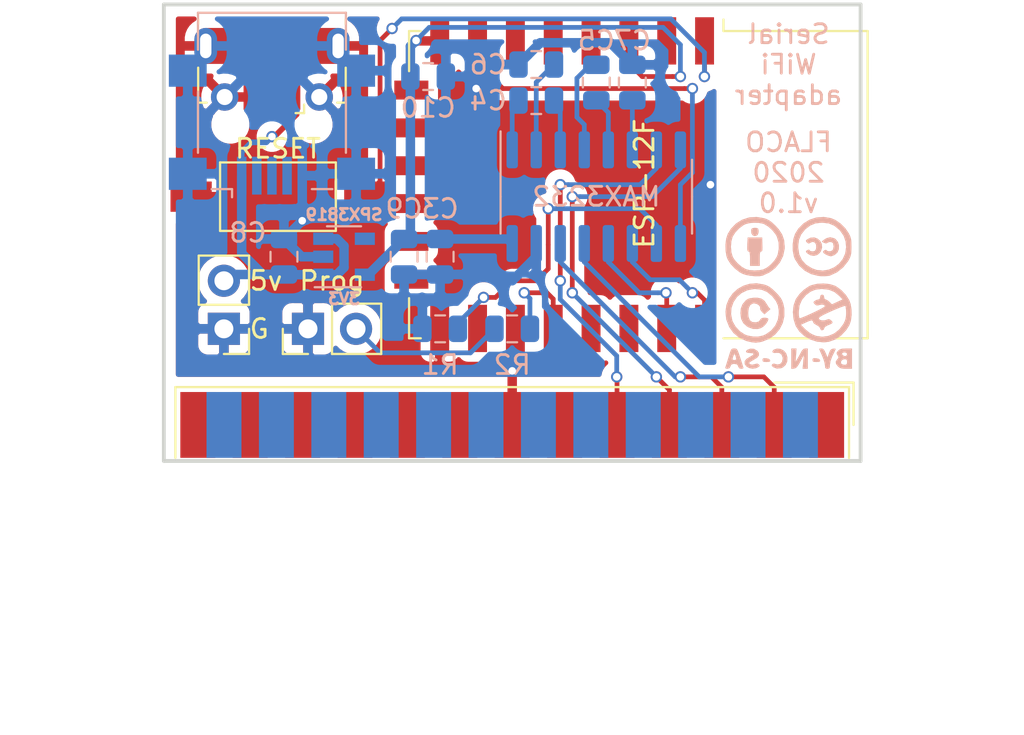
<source format=kicad_pcb>
(kicad_pcb (version 20171130) (host pcbnew 5.1.6-c6e7f7d~86~ubuntu18.04.1)

  (general
    (thickness 1.6)
    (drawings 11)
    (tracks 177)
    (zones 0)
    (modules 20)
    (nets 21)
  )

  (page A4)
  (title_block
    (title AmigaWifi)
    (date 2020-05-07)
    (rev 1.0)
    (company "FLACO 2018-2020, licence of this PCB is CC-BY-NC-SA")
    (comment 1 "Connect an ESP8266 to a retro-computer DB25 serial port")
    (comment 2 "Breaks the UART IOs from an ESP-12F through a MAX3232")
    (comment 3 "use with : https://github.com/martin-ger/esp_slip_router")
    (comment 4 "or with https://github.com/bozimmerman/Zimodem firmware. Check the ESP pin definition !")
  )

  (layers
    (0 F.Cu signal)
    (31 B.Cu signal)
    (32 B.Adhes user)
    (33 F.Adhes user)
    (34 B.Paste user)
    (35 F.Paste user)
    (36 B.SilkS user)
    (37 F.SilkS user)
    (38 B.Mask user)
    (39 F.Mask user)
    (40 Dwgs.User user)
    (41 Cmts.User user)
    (42 Eco1.User user)
    (43 Eco2.User user)
    (44 Edge.Cuts user)
    (45 Margin user)
    (46 B.CrtYd user)
    (47 F.CrtYd user)
    (48 B.Fab user hide)
    (49 F.Fab user hide)
  )

  (setup
    (last_trace_width 0.25)
    (user_trace_width 0.3)
    (user_trace_width 0.5)
    (trace_clearance 0.2)
    (zone_clearance 0.508)
    (zone_45_only no)
    (trace_min 0.2)
    (via_size 0.6)
    (via_drill 0.4)
    (via_min_size 0.4)
    (via_min_drill 0.3)
    (uvia_size 0.3)
    (uvia_drill 0.1)
    (uvias_allowed no)
    (uvia_min_size 0.2)
    (uvia_min_drill 0.1)
    (edge_width 0.2)
    (segment_width 0.2)
    (pcb_text_width 0.3)
    (pcb_text_size 1.5 1.5)
    (mod_edge_width 0.15)
    (mod_text_size 1 1)
    (mod_text_width 0.15)
    (pad_size 2.5 2.5)
    (pad_drill 2.5)
    (pad_to_mask_clearance 0.2)
    (aux_axis_origin 0 0)
    (visible_elements FFFFFF7F)
    (pcbplotparams
      (layerselection 0x00030_80000001)
      (usegerberextensions false)
      (usegerberattributes false)
      (usegerberadvancedattributes false)
      (creategerberjobfile false)
      (excludeedgelayer true)
      (linewidth 0.100000)
      (plotframeref false)
      (viasonmask false)
      (mode 1)
      (useauxorigin false)
      (hpglpennumber 1)
      (hpglpenspeed 20)
      (hpglpendiameter 15.000000)
      (psnegative false)
      (psa4output false)
      (plotreference true)
      (plotvalue true)
      (plotinvisibletext false)
      (padsonsilk false)
      (subtractmaskfromsilk false)
      (outputformat 1)
      (mirror false)
      (drillshape 1)
      (scaleselection 1)
      (outputdirectory ""))
  )

  (net 0 "")
  (net 1 +3V3)
  (net 2 "Net-(C4-Pad1)")
  (net 3 GND)
  (net 4 "Net-(C4-Pad2)")
  (net 5 "Net-(C5-Pad1)")
  (net 6 "Net-(C5-Pad2)")
  (net 7 RXD)
  (net 8 TXD)
  (net 9 CTS)
  (net 10 RTS)
  (net 11 +5V)
  (net 12 RST)
  (net 13 LRTS)
  (net 14 LCTS)
  (net 15 LTXD)
  (net 16 LRXD)
  (net 17 "Net-(JP1-Pad2)")
  (net 18 "Net-(C6-Pad2)")
  (net 19 "Net-(C7-Pad2)")
  (net 20 PROG)

  (net_class Default "This is the default net class."
    (clearance 0.2)
    (trace_width 0.25)
    (via_dia 0.6)
    (via_drill 0.4)
    (uvia_dia 0.3)
    (uvia_drill 0.1)
    (add_net +3V3)
    (add_net +5V)
    (add_net CTS)
    (add_net GND)
    (add_net LCTS)
    (add_net LRTS)
    (add_net LRXD)
    (add_net LTXD)
    (add_net "Net-(C4-Pad1)")
    (add_net "Net-(C4-Pad2)")
    (add_net "Net-(C5-Pad1)")
    (add_net "Net-(C5-Pad2)")
    (add_net "Net-(C6-Pad2)")
    (add_net "Net-(C7-Pad2)")
    (add_net "Net-(JP1-Pad2)")
    (add_net PROG)
    (add_net RST)
    (add_net RTS)
    (add_net RXD)
    (add_net TXD)
  )

  (net_class Power ""
    (clearance 0.2)
    (trace_width 0.3)
    (via_dia 0.6)
    (via_drill 0.4)
    (uvia_dia 0.3)
    (uvia_drill 0.1)
  )

  (module Sassa:CC_BY_NC_SA_square_silkscreen (layer B.Cu) (tedit 0) (tstamp 5EAC7920)
    (at 120.015 78.105 180)
    (path /5EB42228)
    (fp_text reference FID1 (at 0 0) (layer B.SilkS) hide
      (effects (font (size 1.524 1.524) (thickness 0.3)) (justify mirror))
    )
    (fp_text value LOGO (at 0.75 0) (layer B.SilkS) hide
      (effects (font (size 1.524 1.524) (thickness 0.3)) (justify mirror))
    )
    (fp_poly (pts (xy -2.852819 -2.955428) (xy -2.726752 -2.987732) (xy -2.641601 -3.048) (xy -2.558367 -3.147731)
      (xy -2.551394 -3.22922) (xy -2.608471 -3.32542) (xy -2.648541 -3.406813) (xy -2.614678 -3.479397)
      (xy -2.583071 -3.512929) (xy -2.501379 -3.634713) (xy -2.512913 -3.755883) (xy -2.613891 -3.888509)
      (xy -2.703945 -3.961324) (xy -2.81053 -3.999185) (xy -2.96951 -4.012451) (xy -3.045691 -4.0132)
      (xy -3.3528 -4.0132) (xy -3.3528 -3.6576) (xy -3.0988 -3.6576) (xy -3.086036 -3.765686)
      (xy -3.027056 -3.805493) (xy -2.951836 -3.81) (xy -2.825796 -3.782109) (xy -2.773159 -3.727361)
      (xy -2.775665 -3.617104) (xy -2.855949 -3.534529) (xy -2.978021 -3.5052) (xy -3.064666 -3.522952)
      (xy -3.096223 -3.596251) (xy -3.0988 -3.6576) (xy -3.3528 -3.6576) (xy -3.3528 -3.2512)
      (xy -3.0988 -3.2512) (xy -3.061684 -3.330846) (xy -2.975592 -3.352667) (xy -2.878409 -3.311545)
      (xy -2.851461 -3.284625) (xy -2.820418 -3.20508) (xy -2.882726 -3.159365) (xy -2.980267 -3.1496)
      (xy -3.075442 -3.177063) (xy -3.0988 -3.2512) (xy -3.3528 -3.2512) (xy -3.3528 -2.9464)
      (xy -3.048001 -2.9464) (xy -2.852819 -2.955428)) (layer B.SilkS) (width 0.01))
    (fp_poly (pts (xy -1.652201 -2.954012) (xy -1.6256 -2.967064) (xy -1.644889 -3.020085) (xy -1.69578 -3.140859)
      (xy -1.767815 -3.304652) (xy -1.778 -3.3274) (xy -1.854875 -3.522527) (xy -1.909645 -3.706951)
      (xy -1.9304 -3.840135) (xy -1.940514 -3.958316) (xy -1.985585 -4.005827) (xy -2.0574 -4.0132)
      (xy -2.139013 -4.002214) (xy -2.175434 -3.950267) (xy -2.184341 -3.828876) (xy -2.1844 -3.808551)
      (xy -2.215824 -3.610816) (xy -2.302665 -3.373356) (xy -2.3368 -3.302) (xy -2.414219 -3.144415)
      (xy -2.46908 -3.024695) (xy -2.4892 -2.969874) (xy -2.445892 -2.95292) (xy -2.353418 -2.955725)
      (xy -2.260475 -2.985344) (xy -2.194954 -3.064833) (xy -2.14052 -3.2004) (xy -2.063404 -3.429)
      (xy -1.962101 -3.1877) (xy -1.887859 -3.03679) (xy -1.817534 -2.963528) (xy -1.743199 -2.9464)
      (xy -1.652201 -2.954012)) (layer B.SilkS) (width 0.01))
    (fp_poly (pts (xy -0.792497 -2.972212) (xy -0.708913 -3.063776) (xy -0.658912 -3.152516) (xy -0.56981 -3.320331)
      (xy -0.480147 -3.479109) (xy -0.461277 -3.510708) (xy -0.368795 -3.662782) (xy -0.394424 -3.304591)
      (xy -0.420052 -2.9464) (xy -0.1524 -2.9464) (xy -0.1524 -4.019948) (xy -0.2921 -4.003874)
      (xy -0.373561 -3.979546) (xy -0.448572 -3.914855) (xy -0.533799 -3.791085) (xy -0.623098 -3.6322)
      (xy -0.814396 -3.2766) (xy -0.781634 -3.6449) (xy -0.748873 -4.0132) (xy -1.016 -4.0132)
      (xy -1.016 -2.9464) (xy -0.890033 -2.9464) (xy -0.792497 -2.972212)) (layer B.SilkS) (width 0.01))
    (fp_poly (pts (xy 0.769092 -3.003721) (xy 0.785451 -3.014893) (xy 0.850444 -3.094732) (xy 0.828994 -3.156605)
      (xy 0.736257 -3.182514) (xy 0.652151 -3.173188) (xy 0.48683 -3.179469) (xy 0.366559 -3.268645)
      (xy 0.307917 -3.426081) (xy 0.3048 -3.4798) (xy 0.3409 -3.653156) (xy 0.437548 -3.762693)
      (xy 0.577268 -3.793951) (xy 0.660997 -3.774524) (xy 0.780672 -3.744252) (xy 0.852294 -3.772355)
      (xy 0.864073 -3.785171) (xy 0.883653 -3.850814) (xy 0.818187 -3.922167) (xy 0.803918 -3.932423)
      (xy 0.616392 -4.005026) (xy 0.406033 -3.98778) (xy 0.305801 -3.947949) (xy 0.156837 -3.820163)
      (xy 0.072045 -3.636118) (xy 0.058235 -3.423417) (xy 0.122215 -3.209659) (xy 0.12319 -3.207767)
      (xy 0.24614 -3.061943) (xy 0.416387 -2.973034) (xy 0.60151 -2.950479) (xy 0.769092 -3.003721)) (layer B.SilkS) (width 0.01))
    (fp_poly (pts (xy 2.169477 -3.012298) (xy 2.246133 -3.081543) (xy 2.231811 -3.140868) (xy 2.137085 -3.177209)
      (xy 2.032 -3.182122) (xy 1.889331 -3.191346) (xy 1.841539 -3.23099) (xy 1.888241 -3.296152)
      (xy 2.029053 -3.381926) (xy 2.048397 -3.391498) (xy 2.220806 -3.49718) (xy 2.307697 -3.6093)
      (xy 2.318274 -3.641504) (xy 2.308415 -3.779552) (xy 2.221416 -3.894444) (xy 2.081015 -3.975084)
      (xy 1.910954 -4.010377) (xy 1.734973 -3.989228) (xy 1.651 -3.953363) (xy 1.552731 -3.894512)
      (xy 1.527944 -3.854) (xy 1.561186 -3.801037) (xy 1.569508 -3.790975) (xy 1.63863 -3.745872)
      (xy 1.744265 -3.76253) (xy 1.772456 -3.772657) (xy 1.912868 -3.801068) (xy 2.026638 -3.782599)
      (xy 2.081609 -3.723641) (xy 2.0828 -3.710974) (xy 2.040854 -3.66152) (xy 1.93341 -3.590721)
      (xy 1.845343 -3.544279) (xy 1.653815 -3.425259) (xy 1.56326 -3.302412) (xy 1.573077 -3.174288)
      (xy 1.649262 -3.070519) (xy 1.817374 -2.968353) (xy 2.012571 -2.956328) (xy 2.169477 -3.012298)) (layer B.SilkS) (width 0.01))
    (fp_poly (pts (xy 2.947378 -2.950558) (xy 3.001156 -2.975414) (xy 3.045388 -3.039537) (xy 3.092182 -3.161496)
      (xy 3.153646 -3.359862) (xy 3.163948 -3.394244) (xy 3.227034 -3.602457) (xy 3.282256 -3.780154)
      (xy 3.321057 -3.899991) (xy 3.330839 -3.927644) (xy 3.333371 -3.991444) (xy 3.259296 -4.012659)
      (xy 3.232202 -4.0132) (xy 3.121039 -3.983809) (xy 3.06886 -3.8862) (xy 3.026579 -3.796638)
      (xy 2.9386 -3.762464) (xy 2.86566 -3.7592) (xy 2.741155 -3.773879) (xy 2.680281 -3.832738)
      (xy 2.66246 -3.8862) (xy 2.604503 -3.988087) (xy 2.509092 -4.0132) (xy 2.416217 -4.000525)
      (xy 2.3876 -3.977707) (xy 2.402528 -3.917374) (xy 2.442822 -3.782675) (xy 2.50174 -3.595638)
      (xy 2.527425 -3.516411) (xy 2.761718 -3.516411) (xy 2.804843 -3.552347) (xy 2.864477 -3.556)
      (xy 2.943171 -3.548771) (xy 2.965128 -3.507988) (xy 2.941269 -3.405003) (xy 2.932737 -3.376947)
      (xy 2.884669 -3.261919) (xy 2.840127 -3.24701) (xy 2.796777 -3.332796) (xy 2.77419 -3.4163)
      (xy 2.761718 -3.516411) (xy 2.527425 -3.516411) (xy 2.550802 -3.444307) (xy 2.625246 -3.22094)
      (xy 2.679823 -3.076907) (xy 2.725752 -2.994811) (xy 2.774254 -2.95726) (xy 2.836546 -2.946858)
      (xy 2.871946 -2.9464) (xy 2.947378 -2.950558)) (layer B.SilkS) (width 0.01))
    (fp_poly (pts (xy -1.280319 -3.491364) (xy -1.27 -3.552933) (xy -1.28571 -3.620729) (xy -1.350778 -3.651068)
      (xy -1.476925 -3.6576) (xy -1.609659 -3.649839) (xy -1.664429 -3.619408) (xy -1.667003 -3.5687)
      (xy -1.612875 -3.499257) (xy -1.475561 -3.465442) (xy -1.460078 -3.464033) (xy -1.334295 -3.461592)
      (xy -1.280319 -3.491364)) (layer B.SilkS) (width 0.01))
    (fp_poly (pts (xy 1.361281 -3.491364) (xy 1.3716 -3.552933) (xy 1.35589 -3.620729) (xy 1.290822 -3.651068)
      (xy 1.164675 -3.6576) (xy 1.031941 -3.649839) (xy 0.977171 -3.619408) (xy 0.974597 -3.5687)
      (xy 1.028725 -3.499257) (xy 1.166039 -3.465442) (xy 1.181522 -3.464033) (xy 1.307305 -3.461592)
      (xy 1.361281 -3.491364)) (layer B.SilkS) (width 0.01))
    (fp_poly (pts (xy -1.517232 0.471486) (xy -1.218659 0.401811) (xy -1.088977 0.346134) (xy -0.828802 0.170685)
      (xy -0.588602 -0.06069) (xy -0.404848 -0.311885) (xy -0.381916 -0.353829) (xy -0.270962 -0.669413)
      (xy -0.233256 -1.025012) (xy -0.268596 -1.390443) (xy -0.376779 -1.735526) (xy -0.391412 -1.767365)
      (xy -0.580357 -2.052811) (xy -0.842936 -2.290277) (xy -1.158664 -2.470059) (xy -1.50706 -2.582449)
      (xy -1.867641 -2.617743) (xy -2.126145 -2.589382) (xy -2.468789 -2.467843) (xy -2.781509 -2.257075)
      (xy -3.050584 -1.968149) (xy -3.212179 -1.713087) (xy -3.293579 -1.479632) (xy -3.332073 -1.19087)
      (xy -3.33018 -1.057098) (xy -3.047524 -1.057098) (xy -3.03828 -1.272333) (xy -3.002842 -1.43719)
      (xy -2.928568 -1.601982) (xy -2.895919 -1.660508) (xy -2.68201 -1.943092) (xy -2.415618 -2.151884)
      (xy -2.113085 -2.281613) (xy -1.790752 -2.327009) (xy -1.464961 -2.2828) (xy -1.240923 -2.194339)
      (xy -1.085037 -2.094261) (xy -0.917136 -1.957793) (xy -0.846289 -1.889739) (xy -0.651177 -1.68807)
      (xy -0.944105 -1.553963) (xy -1.11483 -1.482036) (xy -1.217237 -1.457111) (xy -1.270848 -1.475135)
      (xy -1.278139 -1.484628) (xy -1.316102 -1.566756) (xy -1.320023 -1.588321) (xy -1.36191 -1.632953)
      (xy -1.46496 -1.695292) (xy -1.4986 -1.71203) (xy -1.624229 -1.79562) (xy -1.676143 -1.883172)
      (xy -1.6764 -1.889008) (xy -1.716466 -1.966752) (xy -1.778 -1.9812) (xy -1.863603 -1.944757)
      (xy -1.8796 -1.886501) (xy -1.922076 -1.804311) (xy -2.055191 -1.726014) (xy -2.1082 -1.7045)
      (xy -2.260412 -1.639327) (xy -2.32403 -1.584531) (xy -2.308155 -1.522579) (xy -2.239426 -1.451624)
      (xy -2.145049 -1.393217) (xy -2.048077 -1.414059) (xy -2.033879 -1.421394) (xy -1.899363 -1.463572)
      (xy -1.759795 -1.464238) (xy -1.648897 -1.428464) (xy -1.600391 -1.361317) (xy -1.6002 -1.356198)
      (xy -1.625816 -1.306426) (xy -1.70948 -1.242289) (xy -1.861421 -1.157857) (xy -2.091865 -1.047201)
      (xy -2.278666 -0.962816) (xy -2.521604 -0.857895) (xy -2.732423 -0.772756) (xy -2.893546 -0.714042)
      (xy -2.987397 -0.6884) (xy -3.002566 -0.689116) (xy -3.025531 -0.750571) (xy -3.041705 -0.884331)
      (xy -3.047524 -1.057098) (xy -3.33018 -1.057098) (xy -3.327724 -0.883561) (xy -3.280593 -0.594467)
      (xy -3.209975 -0.396605) (xy -3.182281 -0.353173) (xy -2.862379 -0.353173) (xy -2.578328 -0.483215)
      (xy -2.294277 -0.613258) (xy -2.165448 -0.484429) (xy -2.058186 -0.397732) (xy -1.96639 -0.356213)
      (xy -1.95811 -0.3556) (xy -1.894448 -0.311714) (xy -1.8796 -0.2286) (xy -1.855788 -0.129011)
      (xy -1.778 -0.1016) (xy -1.69833 -0.131365) (xy -1.6764 -0.2286) (xy -1.650489 -0.330418)
      (xy -1.58451 -0.3556) (xy -1.470805 -0.384735) (xy -1.394684 -0.427211) (xy -1.328614 -0.485307)
      (xy -1.33642 -0.538162) (xy -1.387867 -0.599507) (xy -1.472122 -0.666881) (xy -1.568395 -0.664371)
      (xy -1.621001 -0.646586) (xy -1.756194 -0.618751) (xy -1.865688 -0.634635) (xy -1.920182 -0.686735)
      (xy -1.918121 -0.722639) (xy -1.866909 -0.764328) (xy -1.742853 -0.835712) (xy -1.566735 -0.927028)
      (xy -1.359337 -1.028515) (xy -1.141441 -1.130409) (xy -0.933828 -1.22295) (xy -0.75728 -1.296376)
      (xy -0.632579 -1.340924) (xy -0.5842 -1.349232) (xy -0.558661 -1.295855) (xy -0.541892 -1.169283)
      (xy -0.53758 -1.010993) (xy -0.580504 -0.669125) (xy -0.704637 -0.380541) (xy -0.917446 -0.128637)
      (xy -0.945813 -0.103135) (xy -1.178546 0.067695) (xy -1.418031 0.164483) (xy -1.701901 0.20085)
      (xy -1.789069 0.202085) (xy -2.13313 0.163411) (xy -2.423759 0.045046) (xy -2.67898 -0.160472)
      (xy -2.68849 -0.170383) (xy -2.862379 -0.353173) (xy -3.182281 -0.353173) (xy -3.030427 -0.115026)
      (xy -2.793908 0.137127) (xy -2.530908 0.329137) (xy -2.446342 0.372766) (xy -2.169118 0.45771)
      (xy -1.846734 0.490368) (xy -1.517232 0.471486)) (layer B.SilkS) (width 0.01))
    (fp_poly (pts (xy 2.048225 0.474839) (xy 2.389479 0.3708) (xy 2.69358 0.196911) (xy 2.950139 -0.03701)
      (xy 3.14877 -0.321147) (xy 3.279087 -0.645683) (xy 3.330702 -1.000801) (xy 3.29323 -1.376684)
      (xy 3.277955 -1.439298) (xy 3.129699 -1.815578) (xy 2.904247 -2.128403) (xy 2.608242 -2.371128)
      (xy 2.248329 -2.537105) (xy 2.152525 -2.564952) (xy 1.914478 -2.618237) (xy 1.724306 -2.633871)
      (xy 1.535693 -2.612293) (xy 1.369088 -2.572411) (xy 1.009861 -2.426468) (xy 0.707911 -2.205614)
      (xy 0.470745 -1.923515) (xy 0.305868 -1.593833) (xy 0.220787 -1.230234) (xy 0.221668 -1.077868)
      (xy 0.509186 -1.077868) (xy 0.558794 -1.421066) (xy 0.697663 -1.732263) (xy 0.914808 -1.996002)
      (xy 1.199246 -2.196826) (xy 1.352676 -2.264942) (xy 1.595917 -2.315433) (xy 1.878755 -2.31473)
      (xy 2.154689 -2.265575) (xy 2.309216 -2.208511) (xy 2.57164 -2.034899) (xy 2.795361 -1.796545)
      (xy 2.952146 -1.525048) (xy 2.975076 -1.463335) (xy 3.040819 -1.119691) (xy 3.014586 -0.789592)
      (xy 2.906 -0.486144) (xy 2.724683 -0.222453) (xy 2.480259 -0.011624) (xy 2.182351 0.133236)
      (xy 1.840582 0.199023) (xy 1.7526 0.201589) (xy 1.416921 0.163284) (xy 1.132316 0.043788)
      (xy 0.878247 -0.166014) (xy 0.845963 -0.20087) (xy 0.662378 -0.438387) (xy 0.556232 -0.672789)
      (xy 0.512526 -0.943132) (xy 0.509186 -1.077868) (xy 0.221668 -1.077868) (xy 0.223009 -0.846381)
      (xy 0.277098 -0.584598) (xy 0.337762 -0.412766) (xy 0.42059 -0.265115) (xy 0.546481 -0.109844)
      (xy 0.681096 0.030104) (xy 0.862805 0.201796) (xy 1.013143 0.314815) (xy 1.163908 0.390059)
      (xy 1.295798 0.434102) (xy 1.680202 0.499212) (xy 2.048225 0.474839)) (layer B.SilkS) (width 0.01))
    (fp_poly (pts (xy -1.472792 3.977936) (xy -1.11288 3.861166) (xy -0.790832 3.663827) (xy -0.521757 3.392487)
      (xy -0.351499 3.119902) (xy -0.262936 2.854258) (xy -0.222523 2.540225) (xy -0.230481 2.216037)
      (xy -0.287028 1.919929) (xy -0.34374 1.772928) (xy -0.561824 1.439824) (xy -0.84741 1.176467)
      (xy -1.187129 0.991621) (xy -1.567612 0.894055) (xy -1.7018 0.882416) (xy -1.901295 0.880083)
      (xy -2.076319 0.889697) (xy -2.1844 0.908086) (xy -2.561539 1.084265) (xy -2.886929 1.342212)
      (xy -3.145153 1.668811) (xy -3.207105 1.778) (xy -3.270181 1.919594) (xy -3.30678 2.066619)
      (xy -3.323205 2.254064) (xy -3.32559 2.407107) (xy -3.046885 2.407107) (xy -2.9991 2.075186)
      (xy -2.868605 1.781544) (xy -2.669994 1.535228) (xy -2.417861 1.345289) (xy -2.126801 1.220774)
      (xy -1.811408 1.170731) (xy -1.486277 1.20421) (xy -1.2446 1.289676) (xy -0.93116 1.484705)
      (xy -0.704667 1.732229) (xy -0.564476 2.033268) (xy -0.509941 2.38884) (xy -0.509116 2.449469)
      (xy -0.546454 2.788591) (xy -0.662337 3.075944) (xy -0.866483 3.334491) (xy -0.895645 3.36302)
      (xy -1.146297 3.557039) (xy -1.417586 3.668215) (xy -1.73877 3.7079) (xy -1.78573 3.7084)
      (xy -2.128038 3.668634) (xy -2.422474 3.544355) (xy -2.685386 3.328095) (xy -2.733687 3.275352)
      (xy -2.920801 3.004363) (xy -3.021947 2.704622) (xy -3.046885 2.407107) (xy -3.32559 2.407107)
      (xy -3.326078 2.4384) (xy -3.321157 2.671041) (xy -3.301685 2.839168) (xy -3.260404 2.979606)
      (xy -3.190053 3.12918) (xy -3.189798 3.129666) (xy -3.001113 3.408456) (xy -2.754735 3.654891)
      (xy -2.478219 3.845217) (xy -2.245782 3.943494) (xy -1.855462 4.007568) (xy -1.472792 3.977936)) (layer B.SilkS) (width 0.01))
    (fp_poly (pts (xy 2.083842 3.979769) (xy 2.445522 3.863417) (xy 2.768119 3.663614) (xy 3.038491 3.386061)
      (xy 3.209974 3.108595) (xy 3.29197 2.859012) (xy 3.330911 2.556113) (xy 3.326512 2.238744)
      (xy 3.278489 1.945748) (xy 3.219724 1.778) (xy 3.061574 1.527209) (xy 2.837605 1.286066)
      (xy 2.580941 1.087303) (xy 2.44277 1.010235) (xy 2.247907 0.944467) (xy 2.002493 0.898638)
      (xy 1.74492 0.876411) (xy 1.513583 0.881446) (xy 1.3716 0.908086) (xy 1.006234 1.075979)
      (xy 0.696814 1.314006) (xy 0.453756 1.608554) (xy 0.287475 1.94601) (xy 0.20839 2.31276)
      (xy 0.206606 2.354804) (xy 0.509287 2.354804) (xy 0.563147 2.041311) (xy 0.615681 1.903411)
      (xy 0.745407 1.698581) (xy 0.927863 1.499383) (xy 1.132175 1.334753) (xy 1.327472 1.233629)
      (xy 1.331725 1.232244) (xy 1.554069 1.187997) (xy 1.812542 1.176189) (xy 2.062454 1.196165)
      (xy 2.255527 1.245755) (xy 2.476354 1.373228) (xy 2.693081 1.557276) (xy 2.87121 1.765303)
      (xy 2.953224 1.905) (xy 3.022356 2.144119) (xy 3.046172 2.428679) (xy 3.02475 2.714294)
      (xy 2.958168 2.956578) (xy 2.95134 2.9718) (xy 2.80908 3.195103) (xy 2.607867 3.407606)
      (xy 2.383307 3.574679) (xy 2.274931 3.62972) (xy 2.069163 3.683362) (xy 1.814969 3.705194)
      (xy 1.557006 3.694877) (xy 1.339931 3.652073) (xy 1.299378 3.637137) (xy 1.074362 3.503896)
      (xy 0.855126 3.307645) (xy 0.676865 3.082623) (xy 0.614494 2.970865) (xy 0.526388 2.678451)
      (xy 0.509287 2.354804) (xy 0.206606 2.354804) (xy 0.2032 2.435014) (xy 0.23489 2.779096)
      (xy 0.337236 3.078954) (xy 0.521145 3.359678) (xy 0.681953 3.536162) (xy 0.863626 3.707736)
      (xy 1.014126 3.820638) (xy 1.165373 3.895829) (xy 1.295798 3.939302) (xy 1.69622 4.006965)
      (xy 2.083842 3.979769)) (layer B.SilkS) (width 0.01))
    (fp_poly (pts (xy 1.814458 -0.264088) (xy 2.017818 -0.286741) (xy 2.15566 -0.331057) (xy 2.26355 -0.408483)
      (xy 2.263785 -0.408703) (xy 2.430565 -0.60884) (xy 2.51818 -0.836381) (xy 2.54 -1.077769)
      (xy 2.502732 -1.373361) (xy 2.388511 -1.605197) (xy 2.193707 -1.779848) (xy 2.132958 -1.814833)
      (xy 1.870768 -1.911639) (xy 1.619905 -1.912698) (xy 1.4361 -1.855084) (xy 1.307258 -1.767057)
      (xy 1.184416 -1.633181) (xy 1.095363 -1.488899) (xy 1.066989 -1.3843) (xy 1.113728 -1.339092)
      (xy 1.243361 -1.320923) (xy 1.257953 -1.3208) (xy 1.399058 -1.336194) (xy 1.47666 -1.3934)
      (xy 1.499253 -1.4351) (xy 1.574616 -1.523777) (xy 1.715331 -1.562995) (xy 1.735318 -1.564893)
      (xy 1.91949 -1.547208) (xy 2.044464 -1.45479) (xy 2.114365 -1.282381) (xy 2.1336 -1.057221)
      (xy 2.105873 -0.809956) (xy 2.023423 -0.645786) (xy 1.887349 -0.566427) (xy 1.814703 -0.5588)
      (xy 1.675765 -0.588074) (xy 1.560044 -0.66043) (xy 1.497133 -0.752672) (xy 1.497019 -0.807819)
      (xy 1.480204 -0.910535) (xy 1.397472 -1.015556) (xy 1.27 -1.13531) (xy 1.1303 -1.012155)
      (xy 1.032384 -0.927237) (xy 0.971336 -0.876869) (xy 0.966671 -0.873537) (xy 0.977785 -0.838105)
      (xy 0.997682 -0.822737) (xy 1.056667 -0.756238) (xy 1.12748 -0.640987) (xy 1.134896 -0.626785)
      (xy 1.268879 -0.426604) (xy 1.433835 -0.309048) (xy 1.651268 -0.262642) (xy 1.814458 -0.264088)) (layer B.SilkS) (width 0.01))
    (fp_poly (pts (xy -2.005273 2.885477) (xy -1.876369 2.801599) (xy -1.758691 2.706309) (xy -1.8754 2.643849)
      (xy -1.9856 2.608345) (xy -2.047614 2.636894) (xy -2.14863 2.686199) (xy -2.264929 2.682165)
      (xy -2.348197 2.628675) (xy -2.356765 2.612046) (xy -2.386439 2.454646) (xy -2.365038 2.309365)
      (xy -2.326641 2.245361) (xy -2.234678 2.197411) (xy -2.122892 2.187053) (xy -2.038324 2.215408)
      (xy -2.022565 2.238108) (xy -1.973198 2.269707) (xy -1.897469 2.24659) (xy -1.838514 2.188154)
      (xy -1.8288 2.150973) (xy -1.871756 2.089468) (xy -1.976504 2.019993) (xy -2.106865 1.961488)
      (xy -2.226657 1.932894) (xy -2.246269 1.932434) (xy -2.335533 1.956805) (xy -2.446985 2.0081)
      (xy -2.586247 2.135168) (xy -2.658898 2.309644) (xy -2.666029 2.503182) (xy -2.608733 2.687437)
      (xy -2.488103 2.834064) (xy -2.413364 2.880258) (xy -2.20569 2.932714) (xy -2.005273 2.885477)) (layer B.SilkS) (width 0.01))
    (fp_poly (pts (xy -1.168298 2.912503) (xy -0.9906 2.824712) (xy -0.921143 2.762405) (xy -0.932624 2.708495)
      (xy -0.977538 2.659582) (xy -1.05767 2.601654) (xy -1.121687 2.625561) (xy -1.127398 2.631078)
      (xy -1.225201 2.680751) (xy -1.304593 2.6924) (xy -1.40539 2.648704) (xy -1.461461 2.533023)
      (xy -1.463842 2.368472) (xy -1.45234 2.3114) (xy -1.404337 2.216906) (xy -1.303975 2.185347)
      (xy -1.269033 2.1844) (xy -1.162447 2.199202) (xy -1.117604 2.234832) (xy -1.1176 2.2352)
      (xy -1.085484 2.282478) (xy -0.992101 2.252245) (xy -0.9652 2.236095) (xy -0.920551 2.191023)
      (xy -0.946586 2.132908) (xy -0.990777 2.085708) (xy -1.151562 1.984972) (xy -1.340429 1.953097)
      (xy -1.514612 1.997092) (xy -1.518409 1.999225) (xy -1.638652 2.099236) (xy -1.707109 2.189992)
      (xy -1.773082 2.393292) (xy -1.754621 2.583038) (xy -1.668319 2.744531) (xy -1.530769 2.863072)
      (xy -1.358564 2.923962) (xy -1.168298 2.912503)) (layer B.SilkS) (width 0.01))
    (fp_poly (pts (xy 2.173925 2.5527) (xy 2.178259 2.358277) (xy 2.169408 2.245305) (xy 2.143981 2.194108)
      (xy 2.110425 2.1844) (xy 2.069287 2.166051) (xy 2.045129 2.098393) (xy 2.034057 1.962511)
      (xy 2.032 1.8034) (xy 2.032 1.4224) (xy 1.524 1.4224) (xy 1.524 1.8034)
      (xy 1.520222 2.003254) (xy 1.506296 2.120616) (xy 1.478325 2.174403) (xy 1.445574 2.1844)
      (xy 1.404848 2.20105) (xy 1.383348 2.264114) (xy 1.37768 2.39327) (xy 1.382074 2.5527)
      (xy 1.397 2.921) (xy 2.159 2.921) (xy 2.173925 2.5527)) (layer B.SilkS) (width 0.01))
    (fp_poly (pts (xy 1.899755 3.418681) (xy 1.954165 3.371307) (xy 1.97217 3.286229) (xy 1.955677 3.129242)
      (xy 1.876285 3.025774) (xy 1.778 2.9972) (xy 1.670406 3.033838) (xy 1.628149 3.070329)
      (xy 1.588355 3.17292) (xy 1.583829 3.286229) (xy 1.607781 3.383047) (xy 1.671288 3.422376)
      (xy 1.778 3.429) (xy 1.899755 3.418681)) (layer B.SilkS) (width 0.01))
  )

  (module Package_SO:SOIC-16_3.9x9.9mm_P1.27mm (layer B.Cu) (tedit 5D9F72B1) (tstamp 5EAB41FA)
    (at 109.855 73.025 270)
    (descr "SOIC, 16 Pin (JEDEC MS-012AC, https://www.analog.com/media/en/package-pcb-resources/package/pkg_pdf/soic_narrow-r/r_16.pdf), generated with kicad-footprint-generator ipc_gullwing_generator.py")
    (tags "SOIC SO")
    (path /5EAC23CE)
    (attr smd)
    (fp_text reference U2 (at 0 5.9 90) (layer B.SilkS) hide
      (effects (font (size 1 1) (thickness 0.15)) (justify mirror))
    )
    (fp_text value MAX3232 (at 0 -5.9 90) (layer B.Fab)
      (effects (font (size 1 1) (thickness 0.15)) (justify mirror))
    )
    (fp_line (start 0 -5.06) (end 1.95 -5.06) (layer B.SilkS) (width 0.12))
    (fp_line (start 0 -5.06) (end -1.95 -5.06) (layer B.SilkS) (width 0.12))
    (fp_line (start 0 5.06) (end 1.95 5.06) (layer B.SilkS) (width 0.12))
    (fp_line (start 0 5.06) (end -3.45 5.06) (layer B.SilkS) (width 0.12))
    (fp_line (start -0.975 4.95) (end 1.95 4.95) (layer B.Fab) (width 0.1))
    (fp_line (start 1.95 4.95) (end 1.95 -4.95) (layer B.Fab) (width 0.1))
    (fp_line (start 1.95 -4.95) (end -1.95 -4.95) (layer B.Fab) (width 0.1))
    (fp_line (start -1.95 -4.95) (end -1.95 3.975) (layer B.Fab) (width 0.1))
    (fp_line (start -1.95 3.975) (end -0.975 4.95) (layer B.Fab) (width 0.1))
    (fp_line (start -3.7 5.2) (end -3.7 -5.2) (layer B.CrtYd) (width 0.05))
    (fp_line (start -3.7 -5.2) (end 3.7 -5.2) (layer B.CrtYd) (width 0.05))
    (fp_line (start 3.7 -5.2) (end 3.7 5.2) (layer B.CrtYd) (width 0.05))
    (fp_line (start 3.7 5.2) (end -3.7 5.2) (layer B.CrtYd) (width 0.05))
    (fp_text user %R (at 0 0 90) (layer B.Fab)
      (effects (font (size 0.98 0.98) (thickness 0.15)) (justify mirror))
    )
    (pad 16 smd roundrect (at 2.475 4.445 270) (size 1.95 0.6) (layers B.Cu B.Paste B.Mask) (roundrect_rratio 0.25)
      (net 1 +3V3))
    (pad 15 smd roundrect (at 2.475 3.175 270) (size 1.95 0.6) (layers B.Cu B.Paste B.Mask) (roundrect_rratio 0.25)
      (net 3 GND))
    (pad 14 smd roundrect (at 2.475 1.905 270) (size 1.95 0.6) (layers B.Cu B.Paste B.Mask) (roundrect_rratio 0.25)
      (net 7 RXD))
    (pad 13 smd roundrect (at 2.475 0.635 270) (size 1.95 0.6) (layers B.Cu B.Paste B.Mask) (roundrect_rratio 0.25)
      (net 8 TXD))
    (pad 12 smd roundrect (at 2.475 -0.635 270) (size 1.95 0.6) (layers B.Cu B.Paste B.Mask) (roundrect_rratio 0.25)
      (net 15 LTXD))
    (pad 11 smd roundrect (at 2.475 -1.905 270) (size 1.95 0.6) (layers B.Cu B.Paste B.Mask) (roundrect_rratio 0.25)
      (net 16 LRXD))
    (pad 10 smd roundrect (at 2.475 -3.175 270) (size 1.95 0.6) (layers B.Cu B.Paste B.Mask) (roundrect_rratio 0.25)
      (net 14 LCTS))
    (pad 9 smd roundrect (at 2.475 -4.445 270) (size 1.95 0.6) (layers B.Cu B.Paste B.Mask) (roundrect_rratio 0.25)
      (net 13 LRTS))
    (pad 8 smd roundrect (at -2.475 -4.445 270) (size 1.95 0.6) (layers B.Cu B.Paste B.Mask) (roundrect_rratio 0.25)
      (net 10 RTS))
    (pad 7 smd roundrect (at -2.475 -3.175 270) (size 1.95 0.6) (layers B.Cu B.Paste B.Mask) (roundrect_rratio 0.25)
      (net 9 CTS))
    (pad 6 smd roundrect (at -2.475 -1.905 270) (size 1.95 0.6) (layers B.Cu B.Paste B.Mask) (roundrect_rratio 0.25)
      (net 19 "Net-(C7-Pad2)"))
    (pad 5 smd roundrect (at -2.475 -0.635 270) (size 1.95 0.6) (layers B.Cu B.Paste B.Mask) (roundrect_rratio 0.25)
      (net 6 "Net-(C5-Pad2)"))
    (pad 4 smd roundrect (at -2.475 0.635 270) (size 1.95 0.6) (layers B.Cu B.Paste B.Mask) (roundrect_rratio 0.25)
      (net 5 "Net-(C5-Pad1)"))
    (pad 3 smd roundrect (at -2.475 1.905 270) (size 1.95 0.6) (layers B.Cu B.Paste B.Mask) (roundrect_rratio 0.25)
      (net 4 "Net-(C4-Pad2)"))
    (pad 2 smd roundrect (at -2.475 3.175 270) (size 1.95 0.6) (layers B.Cu B.Paste B.Mask) (roundrect_rratio 0.25)
      (net 18 "Net-(C6-Pad2)"))
    (pad 1 smd roundrect (at -2.475 4.445 270) (size 1.95 0.6) (layers B.Cu B.Paste B.Mask) (roundrect_rratio 0.25)
      (net 2 "Net-(C4-Pad1)"))
    (model ${KISYS3DMOD}/Package_SO.3dshapes/SOIC-16_3.9x9.9mm_P1.27mm.wrl
      (at (xyz 0 0 0))
      (scale (xyz 1 1 1))
      (rotate (xyz 0 0 0))
    )
  )

  (module Package_TO_SOT_SMD:SOT-23-5 (layer B.Cu) (tedit 5A02FF57) (tstamp 5EAB37F4)
    (at 96.52 76.2)
    (descr "5-pin SOT23 package")
    (tags SOT-23-5)
    (path /5EE0ECA6)
    (attr smd)
    (fp_text reference U3 (at 0 2.9) (layer B.SilkS) hide
      (effects (font (size 1 1) (thickness 0.15)) (justify mirror))
    )
    (fp_text value SPX3819M5-L-3-3 (at 0 -2.9) (layer B.Fab)
      (effects (font (size 1 1) (thickness 0.15)) (justify mirror))
    )
    (fp_line (start -0.9 -1.61) (end 0.9 -1.61) (layer B.SilkS) (width 0.12))
    (fp_line (start 0.9 1.61) (end -1.55 1.61) (layer B.SilkS) (width 0.12))
    (fp_line (start -1.9 1.8) (end 1.9 1.8) (layer B.CrtYd) (width 0.05))
    (fp_line (start 1.9 1.8) (end 1.9 -1.8) (layer B.CrtYd) (width 0.05))
    (fp_line (start 1.9 -1.8) (end -1.9 -1.8) (layer B.CrtYd) (width 0.05))
    (fp_line (start -1.9 -1.8) (end -1.9 1.8) (layer B.CrtYd) (width 0.05))
    (fp_line (start -0.9 0.9) (end -0.25 1.55) (layer B.Fab) (width 0.1))
    (fp_line (start 0.9 1.55) (end -0.25 1.55) (layer B.Fab) (width 0.1))
    (fp_line (start -0.9 0.9) (end -0.9 -1.55) (layer B.Fab) (width 0.1))
    (fp_line (start 0.9 -1.55) (end -0.9 -1.55) (layer B.Fab) (width 0.1))
    (fp_line (start 0.9 1.55) (end 0.9 -1.55) (layer B.Fab) (width 0.1))
    (fp_text user %R (at 0 0 270) (layer B.Fab)
      (effects (font (size 0.5 0.5) (thickness 0.075)) (justify mirror))
    )
    (pad 5 smd rect (at 1.1 0.95) (size 1.06 0.65) (layers B.Cu B.Paste B.Mask)
      (net 1 +3V3))
    (pad 4 smd rect (at 1.1 -0.95) (size 1.06 0.65) (layers B.Cu B.Paste B.Mask))
    (pad 3 smd rect (at -1.1 -0.95) (size 1.06 0.65) (layers B.Cu B.Paste B.Mask)
      (net 11 +5V))
    (pad 2 smd rect (at -1.1 0) (size 1.06 0.65) (layers B.Cu B.Paste B.Mask)
      (net 3 GND))
    (pad 1 smd rect (at -1.1 0.95) (size 1.06 0.65) (layers B.Cu B.Paste B.Mask)
      (net 11 +5V))
    (model ${KISYS3DMOD}/Package_TO_SOT_SMD.3dshapes/SOT-23-5.wrl
      (at (xyz 0 0 0))
      (scale (xyz 1 1 1))
      (rotate (xyz 0 0 0))
    )
  )

  (module RF_Module:ESP-12E (layer F.Cu) (tedit 5A030172) (tstamp 5EAC2005)
    (at 112.0775 72.39 270)
    (descr "Wi-Fi Module, http://wiki.ai-thinker.com/_media/esp8266/docs/aithinker_esp_12f_datasheet_en.pdf")
    (tags "Wi-Fi Module")
    (path /5EBA06BC)
    (attr smd)
    (fp_text reference U1 (at -10.56 -5.26 90) (layer F.SilkS) hide
      (effects (font (size 1 1) (thickness 0.15)))
    )
    (fp_text value ESP-12F (at -0.06 -0.3175 90) (layer F.SilkS)
      (effects (font (size 1 1) (thickness 0.15)))
    )
    (fp_line (start -8 -12) (end 8 -12) (layer F.Fab) (width 0.12))
    (fp_line (start 8 -12) (end 8 12) (layer F.Fab) (width 0.12))
    (fp_line (start 8 12) (end -8 12) (layer F.Fab) (width 0.12))
    (fp_line (start -8 12) (end -8 -3) (layer F.Fab) (width 0.12))
    (fp_line (start -8 -3) (end -7.5 -3.5) (layer F.Fab) (width 0.12))
    (fp_line (start -7.5 -3.5) (end -8 -4) (layer F.Fab) (width 0.12))
    (fp_line (start -8 -4) (end -8 -12) (layer F.Fab) (width 0.12))
    (fp_line (start -9.05 -12.2) (end 9.05 -12.2) (layer F.CrtYd) (width 0.05))
    (fp_line (start 9.05 -12.2) (end 9.05 13.1) (layer F.CrtYd) (width 0.05))
    (fp_line (start 9.05 13.1) (end -9.05 13.1) (layer F.CrtYd) (width 0.05))
    (fp_line (start -9.05 13.1) (end -9.05 -12.2) (layer F.CrtYd) (width 0.05))
    (fp_line (start -8.12 -12.12) (end 8.12 -12.12) (layer F.SilkS) (width 0.12))
    (fp_line (start 8.12 -12.12) (end 8.12 -4.5) (layer F.SilkS) (width 0.12))
    (fp_line (start 8.12 11.5) (end 8.12 12.12) (layer F.SilkS) (width 0.12))
    (fp_line (start 8.12 12.12) (end 6 12.12) (layer F.SilkS) (width 0.12))
    (fp_line (start -6 12.12) (end -8.12 12.12) (layer F.SilkS) (width 0.12))
    (fp_line (start -8.12 12.12) (end -8.12 11.5) (layer F.SilkS) (width 0.12))
    (fp_line (start -8.12 -4.5) (end -8.12 -12.12) (layer F.SilkS) (width 0.12))
    (fp_line (start -8.12 -4.5) (end -8.73 -4.5) (layer F.SilkS) (width 0.12))
    (fp_line (start -8.12 -12.12) (end 8.12 -12.12) (layer Dwgs.User) (width 0.12))
    (fp_line (start 8.12 -12.12) (end 8.12 -4.8) (layer Dwgs.User) (width 0.12))
    (fp_line (start 8.12 -4.8) (end -8.12 -4.8) (layer Dwgs.User) (width 0.12))
    (fp_line (start -8.12 -4.8) (end -8.12 -12.12) (layer Dwgs.User) (width 0.12))
    (fp_line (start -8.12 -9.12) (end -5.12 -12.12) (layer Dwgs.User) (width 0.12))
    (fp_line (start -8.12 -6.12) (end -2.12 -12.12) (layer Dwgs.User) (width 0.12))
    (fp_line (start -6.44 -4.8) (end 0.88 -12.12) (layer Dwgs.User) (width 0.12))
    (fp_line (start -3.44 -4.8) (end 3.88 -12.12) (layer Dwgs.User) (width 0.12))
    (fp_line (start -0.44 -4.8) (end 6.88 -12.12) (layer Dwgs.User) (width 0.12))
    (fp_line (start 2.56 -4.8) (end 8.12 -10.36) (layer Dwgs.User) (width 0.12))
    (fp_line (start 5.56 -4.8) (end 8.12 -7.36) (layer Dwgs.User) (width 0.12))
    (fp_text user %R (at 0 -0.3175 90) (layer F.Fab)
      (effects (font (size 1 1) (thickness 0.15)))
    )
    (fp_text user "KEEP-OUT ZONE" (at 0.03 -9.55 270) (layer Cmts.User)
      (effects (font (size 1 1) (thickness 0.15)))
    )
    (fp_text user Antenna (at -0.06 -7 270) (layer Cmts.User)
      (effects (font (size 1 1) (thickness 0.15)))
    )
    (pad 22 smd rect (at 7.6 -3.5 270) (size 2.5 1) (layers F.Cu F.Paste F.Mask)
      (net 16 LRXD))
    (pad 21 smd rect (at 7.6 -1.5 270) (size 2.5 1) (layers F.Cu F.Paste F.Mask)
      (net 15 LTXD))
    (pad 20 smd rect (at 7.6 0.5 270) (size 2.5 1) (layers F.Cu F.Paste F.Mask))
    (pad 19 smd rect (at 7.6 2.5 270) (size 2.5 1) (layers F.Cu F.Paste F.Mask))
    (pad 18 smd rect (at 7.6 4.5 270) (size 2.5 1) (layers F.Cu F.Paste F.Mask)
      (net 20 PROG))
    (pad 17 smd rect (at 7.6 6.5 270) (size 2.5 1) (layers F.Cu F.Paste F.Mask))
    (pad 16 smd rect (at 7.6 8.5 270) (size 2.5 1) (layers F.Cu F.Paste F.Mask)
      (net 14 LCTS))
    (pad 15 smd rect (at 7.6 10.5 270) (size 2.5 1) (layers F.Cu F.Paste F.Mask)
      (net 3 GND))
    (pad 14 smd rect (at 5 12 270) (size 1 1.8) (layers F.Cu F.Paste F.Mask))
    (pad 13 smd rect (at 3 12 270) (size 1 1.8) (layers F.Cu F.Paste F.Mask))
    (pad 12 smd rect (at 1 12 270) (size 1 1.8) (layers F.Cu F.Paste F.Mask))
    (pad 11 smd rect (at -1 12 270) (size 1 1.8) (layers F.Cu F.Paste F.Mask))
    (pad 10 smd rect (at -3 12 270) (size 1 1.8) (layers F.Cu F.Paste F.Mask))
    (pad 9 smd rect (at -5 12 270) (size 1 1.8) (layers F.Cu F.Paste F.Mask))
    (pad 8 smd rect (at -7.6 10.5 270) (size 2.5 1) (layers F.Cu F.Paste F.Mask)
      (net 1 +3V3))
    (pad 7 smd rect (at -7.6 8.5 270) (size 2.5 1) (layers F.Cu F.Paste F.Mask)
      (net 13 LRTS))
    (pad 6 smd rect (at -7.6 6.5 270) (size 2.5 1) (layers F.Cu F.Paste F.Mask))
    (pad 5 smd rect (at -7.6 4.5 270) (size 2.5 1) (layers F.Cu F.Paste F.Mask))
    (pad 4 smd rect (at -7.6 2.5 270) (size 2.5 1) (layers F.Cu F.Paste F.Mask))
    (pad 3 smd rect (at -7.6 0.5 270) (size 2.5 1) (layers F.Cu F.Paste F.Mask)
      (net 1 +3V3))
    (pad 2 smd rect (at -7.6 -1.5 270) (size 2.5 1) (layers F.Cu F.Paste F.Mask))
    (pad 1 smd rect (at -7.6 -3.5 270) (size 2.5 1) (layers F.Cu F.Paste F.Mask)
      (net 12 RST))
    (model ${KISYS3DMOD}/RF_Module.3dshapes/ESP-12E.wrl
      (at (xyz 0 0 0))
      (scale (xyz 1 1 1))
      (rotate (xyz 0 0 0))
    )
  )

  (module Button_Switch_SMD:SW_SPST_FSMSM (layer F.Cu) (tedit 5A02FC95) (tstamp 5A1A69A4)
    (at 93.0275 73.025 180)
    (descr http://www.te.com/commerce/DocumentDelivery/DDEController?Action=srchrtrv&DocNm=1437566-3&DocType=Customer+Drawing&DocLang=English)
    (tags "SPST button tactile switch")
    (path /5ED10928)
    (attr smd)
    (fp_text reference SW1 (at 0 -2.6) (layer F.SilkS) hide
      (effects (font (size 1 1) (thickness 0.15)))
    )
    (fp_text value RESET (at 0 2.54) (layer F.SilkS)
      (effects (font (size 1 1) (thickness 0.15)))
    )
    (fp_line (start -1.75 -1) (end 1.75 -1) (layer F.Fab) (width 0.1))
    (fp_line (start 1.75 -1) (end 1.75 1) (layer F.Fab) (width 0.1))
    (fp_line (start 1.75 1) (end -1.75 1) (layer F.Fab) (width 0.1))
    (fp_line (start -1.75 1) (end -1.75 -1) (layer F.Fab) (width 0.1))
    (fp_line (start -3.06 -1.81) (end 3.06 -1.81) (layer F.SilkS) (width 0.12))
    (fp_line (start 3.06 -1.81) (end 3.06 1.81) (layer F.SilkS) (width 0.12))
    (fp_line (start 3.06 1.81) (end -3.06 1.81) (layer F.SilkS) (width 0.12))
    (fp_line (start -3.06 1.81) (end -3.06 -1.81) (layer F.SilkS) (width 0.12))
    (fp_line (start -1.5 0.8) (end 1.5 0.8) (layer F.Fab) (width 0.1))
    (fp_line (start -1.5 -0.8) (end 1.5 -0.8) (layer F.Fab) (width 0.1))
    (fp_line (start 1.5 -0.8) (end 1.5 0.8) (layer F.Fab) (width 0.1))
    (fp_line (start -1.5 -0.8) (end -1.5 0.8) (layer F.Fab) (width 0.1))
    (fp_line (start -5.95 2) (end 5.95 2) (layer F.CrtYd) (width 0.05))
    (fp_line (start 5.95 -2) (end 5.95 2) (layer F.CrtYd) (width 0.05))
    (fp_line (start -3 1.75) (end 3 1.75) (layer F.Fab) (width 0.1))
    (fp_line (start -3 -1.75) (end 3 -1.75) (layer F.Fab) (width 0.1))
    (fp_line (start -3 -1.75) (end -3 1.75) (layer F.Fab) (width 0.1))
    (fp_line (start 3 -1.75) (end 3 1.75) (layer F.Fab) (width 0.1))
    (fp_line (start -5.95 -2) (end -5.95 2) (layer F.CrtYd) (width 0.05))
    (fp_line (start -5.95 -2) (end 5.95 -2) (layer F.CrtYd) (width 0.05))
    (fp_text user %R (at 0 -2.6) (layer F.Fab)
      (effects (font (size 1 1) (thickness 0.15)))
    )
    (pad 2 smd rect (at 4.59 0 180) (size 2.18 1.6) (layers F.Cu F.Paste F.Mask)
      (net 3 GND))
    (pad 1 smd rect (at -4.59 0 180) (size 2.18 1.6) (layers F.Cu F.Paste F.Mask)
      (net 12 RST))
    (model ${KISYS3DMOD}/Button_Switch_SMD.3dshapes/SW_SPST_FSMSM.wrl
      (at (xyz 0 0 0))
      (scale (xyz 1 1 1))
      (rotate (xyz 0 0 0))
    )
  )

  (module Resistor_SMD:R_0805_2012Metric (layer B.Cu) (tedit 5B36C52B) (tstamp 5EAC0935)
    (at 105.41 80.01)
    (descr "Resistor SMD 0805 (2012 Metric), square (rectangular) end terminal, IPC_7351 nominal, (Body size source: https://docs.google.com/spreadsheets/d/1BsfQQcO9C6DZCsRaXUlFlo91Tg2WpOkGARC1WS5S8t0/edit?usp=sharing), generated with kicad-footprint-generator")
    (tags resistor)
    (path /5ED3DE9B)
    (attr smd)
    (fp_text reference R2 (at 0 1.905) (layer B.SilkS)
      (effects (font (size 1 1) (thickness 0.15)) (justify mirror))
    )
    (fp_text value 10k (at 0 -1.65) (layer B.Fab)
      (effects (font (size 1 1) (thickness 0.15)) (justify mirror))
    )
    (fp_line (start -1 -0.6) (end -1 0.6) (layer B.Fab) (width 0.1))
    (fp_line (start -1 0.6) (end 1 0.6) (layer B.Fab) (width 0.1))
    (fp_line (start 1 0.6) (end 1 -0.6) (layer B.Fab) (width 0.1))
    (fp_line (start 1 -0.6) (end -1 -0.6) (layer B.Fab) (width 0.1))
    (fp_line (start -0.258578 0.71) (end 0.258578 0.71) (layer B.SilkS) (width 0.12))
    (fp_line (start -0.258578 -0.71) (end 0.258578 -0.71) (layer B.SilkS) (width 0.12))
    (fp_line (start -1.68 -0.95) (end -1.68 0.95) (layer B.CrtYd) (width 0.05))
    (fp_line (start -1.68 0.95) (end 1.68 0.95) (layer B.CrtYd) (width 0.05))
    (fp_line (start 1.68 0.95) (end 1.68 -0.95) (layer B.CrtYd) (width 0.05))
    (fp_line (start 1.68 -0.95) (end -1.68 -0.95) (layer B.CrtYd) (width 0.05))
    (fp_text user %R (at 0 0) (layer B.Fab)
      (effects (font (size 0.5 0.5) (thickness 0.08)) (justify mirror))
    )
    (pad 2 smd roundrect (at 0.9375 0) (size 0.975 1.4) (layers B.Cu B.Paste B.Mask) (roundrect_rratio 0.25)
      (net 20 PROG))
    (pad 1 smd roundrect (at -0.9375 0) (size 0.975 1.4) (layers B.Cu B.Paste B.Mask) (roundrect_rratio 0.25)
      (net 17 "Net-(JP1-Pad2)"))
    (model ${KISYS3DMOD}/Resistor_SMD.3dshapes/R_0805_2012Metric.wrl
      (at (xyz 0 0 0))
      (scale (xyz 1 1 1))
      (rotate (xyz 0 0 0))
    )
  )

  (module Resistor_SMD:R_0805_2012Metric (layer B.Cu) (tedit 5B36C52B) (tstamp 5A1A7045)
    (at 101.6 80.01 180)
    (descr "Resistor SMD 0805 (2012 Metric), square (rectangular) end terminal, IPC_7351 nominal, (Body size source: https://docs.google.com/spreadsheets/d/1BsfQQcO9C6DZCsRaXUlFlo91Tg2WpOkGARC1WS5S8t0/edit?usp=sharing), generated with kicad-footprint-generator")
    (tags resistor)
    (path /5ED527CC)
    (attr smd)
    (fp_text reference R1 (at 0 -1.905) (layer B.SilkS)
      (effects (font (size 1 1) (thickness 0.15)) (justify mirror))
    )
    (fp_text value 10k (at 0 -1.65) (layer B.Fab)
      (effects (font (size 1 1) (thickness 0.15)) (justify mirror))
    )
    (fp_line (start -1 -0.6) (end -1 0.6) (layer B.Fab) (width 0.1))
    (fp_line (start -1 0.6) (end 1 0.6) (layer B.Fab) (width 0.1))
    (fp_line (start 1 0.6) (end 1 -0.6) (layer B.Fab) (width 0.1))
    (fp_line (start 1 -0.6) (end -1 -0.6) (layer B.Fab) (width 0.1))
    (fp_line (start -0.258578 0.71) (end 0.258578 0.71) (layer B.SilkS) (width 0.12))
    (fp_line (start -0.258578 -0.71) (end 0.258578 -0.71) (layer B.SilkS) (width 0.12))
    (fp_line (start -1.68 -0.95) (end -1.68 0.95) (layer B.CrtYd) (width 0.05))
    (fp_line (start -1.68 0.95) (end 1.68 0.95) (layer B.CrtYd) (width 0.05))
    (fp_line (start 1.68 0.95) (end 1.68 -0.95) (layer B.CrtYd) (width 0.05))
    (fp_line (start 1.68 -0.95) (end -1.68 -0.95) (layer B.CrtYd) (width 0.05))
    (fp_text user %R (at 0 0) (layer B.Fab)
      (effects (font (size 0.5 0.5) (thickness 0.08)) (justify mirror))
    )
    (pad 2 smd roundrect (at 0.9375 0 180) (size 0.975 1.4) (layers B.Cu B.Paste B.Mask) (roundrect_rratio 0.25)
      (net 3 GND))
    (pad 1 smd roundrect (at -0.9375 0 180) (size 0.975 1.4) (layers B.Cu B.Paste B.Mask) (roundrect_rratio 0.25)
      (net 14 LCTS))
    (model ${KISYS3DMOD}/Resistor_SMD.3dshapes/R_0805_2012Metric.wrl
      (at (xyz 0 0 0))
      (scale (xyz 1 1 1))
      (rotate (xyz 0 0 0))
    )
  )

  (module Connector_PinHeader_2.54mm:PinHeader_1x02_P2.54mm_Vertical (layer F.Cu) (tedit 59FED5CC) (tstamp 5A1A5F97)
    (at 94.615 80.01 90)
    (descr "Through hole straight pin header, 1x02, 2.54mm pitch, single row")
    (tags "Through hole pin header THT 1x02 2.54mm single row")
    (path /5ED849E3)
    (fp_text reference JP1 (at 0 -2.33 90) (layer F.SilkS) hide
      (effects (font (size 1 1) (thickness 0.15)))
    )
    (fp_text value Prog (at 2.54 1.27 180) (layer F.SilkS)
      (effects (font (size 1 1) (thickness 0.15)))
    )
    (fp_line (start -0.635 -1.27) (end 1.27 -1.27) (layer F.Fab) (width 0.1))
    (fp_line (start 1.27 -1.27) (end 1.27 3.81) (layer F.Fab) (width 0.1))
    (fp_line (start 1.27 3.81) (end -1.27 3.81) (layer F.Fab) (width 0.1))
    (fp_line (start -1.27 3.81) (end -1.27 -0.635) (layer F.Fab) (width 0.1))
    (fp_line (start -1.27 -0.635) (end -0.635 -1.27) (layer F.Fab) (width 0.1))
    (fp_line (start -1.33 3.87) (end 1.33 3.87) (layer F.SilkS) (width 0.12))
    (fp_line (start -1.33 1.27) (end -1.33 3.87) (layer F.SilkS) (width 0.12))
    (fp_line (start 1.33 1.27) (end 1.33 3.87) (layer F.SilkS) (width 0.12))
    (fp_line (start -1.33 1.27) (end 1.33 1.27) (layer F.SilkS) (width 0.12))
    (fp_line (start -1.33 0) (end -1.33 -1.33) (layer F.SilkS) (width 0.12))
    (fp_line (start -1.33 -1.33) (end 0 -1.33) (layer F.SilkS) (width 0.12))
    (fp_line (start -1.8 -1.8) (end -1.8 4.35) (layer F.CrtYd) (width 0.05))
    (fp_line (start -1.8 4.35) (end 1.8 4.35) (layer F.CrtYd) (width 0.05))
    (fp_line (start 1.8 4.35) (end 1.8 -1.8) (layer F.CrtYd) (width 0.05))
    (fp_line (start 1.8 -1.8) (end -1.8 -1.8) (layer F.CrtYd) (width 0.05))
    (fp_text user %R (at 0 1.27) (layer F.Fab)
      (effects (font (size 1 1) (thickness 0.15)))
    )
    (pad 2 thru_hole oval (at 0 2.54 90) (size 1.7 1.7) (drill 1) (layers *.Cu *.Mask)
      (net 17 "Net-(JP1-Pad2)"))
    (pad 1 thru_hole rect (at 0 0 90) (size 1.7 1.7) (drill 1) (layers *.Cu *.Mask)
      (net 3 GND))
    (model ${KISYS3DMOD}/Connector_PinHeader_2.54mm.3dshapes/PinHeader_1x02_P2.54mm_Vertical.wrl
      (at (xyz 0 0 0))
      (scale (xyz 1 1 1))
      (rotate (xyz 0 0 0))
    )
  )

  (module Connector_Dsub:DSUB-25_Female_EdgeMount_P2.77mm (layer F.Cu) (tedit 59FEDEE2) (tstamp 5A9C8996)
    (at 105.41 85.09)
    (descr "25-pin D-Sub connector, solder-cups edge-mounted, female, x-pin-pitch 2.77mm, distance of mounting holes 47.1mm, see https://disti-assets.s3.amazonaws.com/tonar/files/datasheets/16730.pdf")
    (tags "25-pin D-Sub connector edge mount solder cup female x-pin-pitch 2.77mm mounting holes distance 47.1mm")
    (path /5EB64DD5)
    (attr smd)
    (fp_text reference J6 (at -20.543333 0) (layer F.SilkS) hide
      (effects (font (size 1 1) (thickness 0.15)))
    )
    (fp_text value DB25_Female (at 0 16.86) (layer F.Fab)
      (effects (font (size 1 1) (thickness 0.15)))
    )
    (fp_line (start 16.02 -0.91) (end 16.02 1.99) (layer F.Fab) (width 0.1))
    (fp_line (start 16.02 1.99) (end 17.22 1.99) (layer F.Fab) (width 0.1))
    (fp_line (start 17.22 1.99) (end 17.22 -0.91) (layer F.Fab) (width 0.1))
    (fp_line (start 17.22 -0.91) (end 16.02 -0.91) (layer F.Fab) (width 0.1))
    (fp_line (start 13.25 -0.91) (end 13.25 1.99) (layer F.Fab) (width 0.1))
    (fp_line (start 13.25 1.99) (end 14.45 1.99) (layer F.Fab) (width 0.1))
    (fp_line (start 14.45 1.99) (end 14.45 -0.91) (layer F.Fab) (width 0.1))
    (fp_line (start 14.45 -0.91) (end 13.25 -0.91) (layer F.Fab) (width 0.1))
    (fp_line (start 10.48 -0.91) (end 10.48 1.99) (layer F.Fab) (width 0.1))
    (fp_line (start 10.48 1.99) (end 11.68 1.99) (layer F.Fab) (width 0.1))
    (fp_line (start 11.68 1.99) (end 11.68 -0.91) (layer F.Fab) (width 0.1))
    (fp_line (start 11.68 -0.91) (end 10.48 -0.91) (layer F.Fab) (width 0.1))
    (fp_line (start 7.71 -0.91) (end 7.71 1.99) (layer F.Fab) (width 0.1))
    (fp_line (start 7.71 1.99) (end 8.91 1.99) (layer F.Fab) (width 0.1))
    (fp_line (start 8.91 1.99) (end 8.91 -0.91) (layer F.Fab) (width 0.1))
    (fp_line (start 8.91 -0.91) (end 7.71 -0.91) (layer F.Fab) (width 0.1))
    (fp_line (start 4.94 -0.91) (end 4.94 1.99) (layer F.Fab) (width 0.1))
    (fp_line (start 4.94 1.99) (end 6.14 1.99) (layer F.Fab) (width 0.1))
    (fp_line (start 6.14 1.99) (end 6.14 -0.91) (layer F.Fab) (width 0.1))
    (fp_line (start 6.14 -0.91) (end 4.94 -0.91) (layer F.Fab) (width 0.1))
    (fp_line (start 2.17 -0.91) (end 2.17 1.99) (layer F.Fab) (width 0.1))
    (fp_line (start 2.17 1.99) (end 3.37 1.99) (layer F.Fab) (width 0.1))
    (fp_line (start 3.37 1.99) (end 3.37 -0.91) (layer F.Fab) (width 0.1))
    (fp_line (start 3.37 -0.91) (end 2.17 -0.91) (layer F.Fab) (width 0.1))
    (fp_line (start -0.6 -0.91) (end -0.6 1.99) (layer F.Fab) (width 0.1))
    (fp_line (start -0.6 1.99) (end 0.6 1.99) (layer F.Fab) (width 0.1))
    (fp_line (start 0.6 1.99) (end 0.6 -0.91) (layer F.Fab) (width 0.1))
    (fp_line (start 0.6 -0.91) (end -0.6 -0.91) (layer F.Fab) (width 0.1))
    (fp_line (start -3.37 -0.91) (end -3.37 1.99) (layer F.Fab) (width 0.1))
    (fp_line (start -3.37 1.99) (end -2.17 1.99) (layer F.Fab) (width 0.1))
    (fp_line (start -2.17 1.99) (end -2.17 -0.91) (layer F.Fab) (width 0.1))
    (fp_line (start -2.17 -0.91) (end -3.37 -0.91) (layer F.Fab) (width 0.1))
    (fp_line (start -6.14 -0.91) (end -6.14 1.99) (layer F.Fab) (width 0.1))
    (fp_line (start -6.14 1.99) (end -4.94 1.99) (layer F.Fab) (width 0.1))
    (fp_line (start -4.94 1.99) (end -4.94 -0.91) (layer F.Fab) (width 0.1))
    (fp_line (start -4.94 -0.91) (end -6.14 -0.91) (layer F.Fab) (width 0.1))
    (fp_line (start -8.91 -0.91) (end -8.91 1.99) (layer F.Fab) (width 0.1))
    (fp_line (start -8.91 1.99) (end -7.71 1.99) (layer F.Fab) (width 0.1))
    (fp_line (start -7.71 1.99) (end -7.71 -0.91) (layer F.Fab) (width 0.1))
    (fp_line (start -7.71 -0.91) (end -8.91 -0.91) (layer F.Fab) (width 0.1))
    (fp_line (start -11.68 -0.91) (end -11.68 1.99) (layer F.Fab) (width 0.1))
    (fp_line (start -11.68 1.99) (end -10.48 1.99) (layer F.Fab) (width 0.1))
    (fp_line (start -10.48 1.99) (end -10.48 -0.91) (layer F.Fab) (width 0.1))
    (fp_line (start -10.48 -0.91) (end -11.68 -0.91) (layer F.Fab) (width 0.1))
    (fp_line (start -14.45 -0.91) (end -14.45 1.99) (layer F.Fab) (width 0.1))
    (fp_line (start -14.45 1.99) (end -13.25 1.99) (layer F.Fab) (width 0.1))
    (fp_line (start -13.25 1.99) (end -13.25 -0.91) (layer F.Fab) (width 0.1))
    (fp_line (start -13.25 -0.91) (end -14.45 -0.91) (layer F.Fab) (width 0.1))
    (fp_line (start -17.22 -0.91) (end -17.22 1.99) (layer F.Fab) (width 0.1))
    (fp_line (start -17.22 1.99) (end -16.02 1.99) (layer F.Fab) (width 0.1))
    (fp_line (start -16.02 1.99) (end -16.02 -0.91) (layer F.Fab) (width 0.1))
    (fp_line (start -16.02 -0.91) (end -17.22 -0.91) (layer F.Fab) (width 0.1))
    (fp_line (start 14.635 -0.91) (end 14.635 1.99) (layer B.Fab) (width 0.1))
    (fp_line (start 14.635 1.99) (end 15.835 1.99) (layer B.Fab) (width 0.1))
    (fp_line (start 15.835 1.99) (end 15.835 -0.91) (layer B.Fab) (width 0.1))
    (fp_line (start 15.835 -0.91) (end 14.635 -0.91) (layer B.Fab) (width 0.1))
    (fp_line (start 11.865 -0.91) (end 11.865 1.99) (layer B.Fab) (width 0.1))
    (fp_line (start 11.865 1.99) (end 13.065 1.99) (layer B.Fab) (width 0.1))
    (fp_line (start 13.065 1.99) (end 13.065 -0.91) (layer B.Fab) (width 0.1))
    (fp_line (start 13.065 -0.91) (end 11.865 -0.91) (layer B.Fab) (width 0.1))
    (fp_line (start 9.095 -0.91) (end 9.095 1.99) (layer B.Fab) (width 0.1))
    (fp_line (start 9.095 1.99) (end 10.295 1.99) (layer B.Fab) (width 0.1))
    (fp_line (start 10.295 1.99) (end 10.295 -0.91) (layer B.Fab) (width 0.1))
    (fp_line (start 10.295 -0.91) (end 9.095 -0.91) (layer B.Fab) (width 0.1))
    (fp_line (start 6.325 -0.91) (end 6.325 1.99) (layer B.Fab) (width 0.1))
    (fp_line (start 6.325 1.99) (end 7.525 1.99) (layer B.Fab) (width 0.1))
    (fp_line (start 7.525 1.99) (end 7.525 -0.91) (layer B.Fab) (width 0.1))
    (fp_line (start 7.525 -0.91) (end 6.325 -0.91) (layer B.Fab) (width 0.1))
    (fp_line (start 3.555 -0.91) (end 3.555 1.99) (layer B.Fab) (width 0.1))
    (fp_line (start 3.555 1.99) (end 4.755 1.99) (layer B.Fab) (width 0.1))
    (fp_line (start 4.755 1.99) (end 4.755 -0.91) (layer B.Fab) (width 0.1))
    (fp_line (start 4.755 -0.91) (end 3.555 -0.91) (layer B.Fab) (width 0.1))
    (fp_line (start 0.785 -0.91) (end 0.785 1.99) (layer B.Fab) (width 0.1))
    (fp_line (start 0.785 1.99) (end 1.985 1.99) (layer B.Fab) (width 0.1))
    (fp_line (start 1.985 1.99) (end 1.985 -0.91) (layer B.Fab) (width 0.1))
    (fp_line (start 1.985 -0.91) (end 0.785 -0.91) (layer B.Fab) (width 0.1))
    (fp_line (start -1.985 -0.91) (end -1.985 1.99) (layer B.Fab) (width 0.1))
    (fp_line (start -1.985 1.99) (end -0.785 1.99) (layer B.Fab) (width 0.1))
    (fp_line (start -0.785 1.99) (end -0.785 -0.91) (layer B.Fab) (width 0.1))
    (fp_line (start -0.785 -0.91) (end -1.985 -0.91) (layer B.Fab) (width 0.1))
    (fp_line (start -4.755 -0.91) (end -4.755 1.99) (layer B.Fab) (width 0.1))
    (fp_line (start -4.755 1.99) (end -3.555 1.99) (layer B.Fab) (width 0.1))
    (fp_line (start -3.555 1.99) (end -3.555 -0.91) (layer B.Fab) (width 0.1))
    (fp_line (start -3.555 -0.91) (end -4.755 -0.91) (layer B.Fab) (width 0.1))
    (fp_line (start -7.525 -0.91) (end -7.525 1.99) (layer B.Fab) (width 0.1))
    (fp_line (start -7.525 1.99) (end -6.325 1.99) (layer B.Fab) (width 0.1))
    (fp_line (start -6.325 1.99) (end -6.325 -0.91) (layer B.Fab) (width 0.1))
    (fp_line (start -6.325 -0.91) (end -7.525 -0.91) (layer B.Fab) (width 0.1))
    (fp_line (start -10.295 -0.91) (end -10.295 1.99) (layer B.Fab) (width 0.1))
    (fp_line (start -10.295 1.99) (end -9.095 1.99) (layer B.Fab) (width 0.1))
    (fp_line (start -9.095 1.99) (end -9.095 -0.91) (layer B.Fab) (width 0.1))
    (fp_line (start -9.095 -0.91) (end -10.295 -0.91) (layer B.Fab) (width 0.1))
    (fp_line (start -13.065 -0.91) (end -13.065 1.99) (layer B.Fab) (width 0.1))
    (fp_line (start -13.065 1.99) (end -11.865 1.99) (layer B.Fab) (width 0.1))
    (fp_line (start -11.865 1.99) (end -11.865 -0.91) (layer B.Fab) (width 0.1))
    (fp_line (start -11.865 -0.91) (end -13.065 -0.91) (layer B.Fab) (width 0.1))
    (fp_line (start -15.835 -0.91) (end -15.835 1.99) (layer B.Fab) (width 0.1))
    (fp_line (start -15.835 1.99) (end -14.635 1.99) (layer B.Fab) (width 0.1))
    (fp_line (start -14.635 1.99) (end -14.635 -0.91) (layer B.Fab) (width 0.1))
    (fp_line (start -14.635 -0.91) (end -15.835 -0.91) (layer B.Fab) (width 0.1))
    (fp_line (start -18.55 1.99) (end -18.55 4.79) (layer F.Fab) (width 0.1))
    (fp_line (start -18.55 4.79) (end 18.55 4.79) (layer F.Fab) (width 0.1))
    (fp_line (start 18.55 4.79) (end 18.55 1.99) (layer F.Fab) (width 0.1))
    (fp_line (start 18.55 1.99) (end -18.55 1.99) (layer F.Fab) (width 0.1))
    (fp_line (start -19.55 4.79) (end -19.55 9.29) (layer F.Fab) (width 0.1))
    (fp_line (start -19.55 9.29) (end 19.55 9.29) (layer F.Fab) (width 0.1))
    (fp_line (start 19.55 9.29) (end 19.55 4.79) (layer F.Fab) (width 0.1))
    (fp_line (start 19.55 4.79) (end -19.55 4.79) (layer F.Fab) (width 0.1))
    (fp_line (start -26.55 9.29) (end -26.55 9.69) (layer F.Fab) (width 0.1))
    (fp_line (start -26.55 9.69) (end 26.55 9.69) (layer F.Fab) (width 0.1))
    (fp_line (start 26.55 9.69) (end 26.55 9.29) (layer F.Fab) (width 0.1))
    (fp_line (start 26.55 9.29) (end -26.55 9.29) (layer F.Fab) (width 0.1))
    (fp_line (start -19.15 9.69) (end -19.15 15.86) (layer F.Fab) (width 0.1))
    (fp_line (start -19.15 15.86) (end 19.15 15.86) (layer F.Fab) (width 0.1))
    (fp_line (start 19.15 15.86) (end 19.15 9.69) (layer F.Fab) (width 0.1))
    (fp_line (start 19.15 9.69) (end -19.15 9.69) (layer F.Fab) (width 0.1))
    (fp_line (start -18.05 -2.25) (end 18.05 -2.25) (layer F.CrtYd) (width 0.05))
    (fp_line (start 18.05 -2.25) (end 18.05 1.5) (layer F.CrtYd) (width 0.05))
    (fp_line (start 18.05 1.5) (end 19.05 1.5) (layer F.CrtYd) (width 0.05))
    (fp_line (start 19.05 1.5) (end 19.05 4.3) (layer F.CrtYd) (width 0.05))
    (fp_line (start 19.05 4.3) (end 20.05 4.3) (layer F.CrtYd) (width 0.05))
    (fp_line (start 20.05 4.3) (end 20.05 8.8) (layer F.CrtYd) (width 0.05))
    (fp_line (start 20.05 8.8) (end 27.05 8.8) (layer F.CrtYd) (width 0.05))
    (fp_line (start 27.05 8.8) (end 27.05 10.2) (layer F.CrtYd) (width 0.05))
    (fp_line (start 27.05 10.2) (end 19.65 10.2) (layer F.CrtYd) (width 0.05))
    (fp_line (start 19.65 10.2) (end 19.65 16.4) (layer F.CrtYd) (width 0.05))
    (fp_line (start 19.65 16.4) (end -19.65 16.4) (layer F.CrtYd) (width 0.05))
    (fp_line (start -19.65 16.4) (end -19.65 10.2) (layer F.CrtYd) (width 0.05))
    (fp_line (start -19.65 10.2) (end -27.05 10.2) (layer F.CrtYd) (width 0.05))
    (fp_line (start -27.05 10.2) (end -27.05 8.8) (layer F.CrtYd) (width 0.05))
    (fp_line (start -27.05 8.8) (end -20.05 8.8) (layer F.CrtYd) (width 0.05))
    (fp_line (start -20.05 8.8) (end -20.05 4.3) (layer F.CrtYd) (width 0.05))
    (fp_line (start -20.05 4.3) (end -19.05 4.3) (layer F.CrtYd) (width 0.05))
    (fp_line (start -19.05 4.3) (end -19.05 1.5) (layer F.CrtYd) (width 0.05))
    (fp_line (start -19.05 1.5) (end -18.05 1.5) (layer F.CrtYd) (width 0.05))
    (fp_line (start -18.05 1.5) (end -18.05 -2.25) (layer F.CrtYd) (width 0.05))
    (fp_line (start 17.803333 1.74) (end 17.803333 -2) (layer F.SilkS) (width 0.12))
    (fp_line (start 17.803333 -2) (end -17.803333 -2) (layer F.SilkS) (width 0.12))
    (fp_line (start -17.803333 -2) (end -17.803333 1.74) (layer F.SilkS) (width 0.12))
    (fp_line (start 18.043333 0) (end 18.043333 -2.24) (layer F.SilkS) (width 0.12))
    (fp_line (start 18.043333 -2.24) (end 13.85 -2.24) (layer F.SilkS) (width 0.12))
    (fp_line (start -26.55 1.99) (end 26.55 1.99) (layer Dwgs.User) (width 0.05))
    (fp_text user "PCB edge" (at -21.55 1.323333) (layer Dwgs.User)
      (effects (font (size 0.5 0.5) (thickness 0.075)))
    )
    (fp_text user %R (at 0 3.39) (layer F.Fab)
      (effects (font (size 1 1) (thickness 0.15)))
    )
    (pad 25 smd rect (at -15.235 0) (size 1.846667 3.48) (layers B.Cu B.Paste B.Mask))
    (pad 24 smd rect (at -12.465 0) (size 1.846667 3.48) (layers B.Cu B.Paste B.Mask))
    (pad 23 smd rect (at -9.695 0) (size 1.846667 3.48) (layers B.Cu B.Paste B.Mask))
    (pad 22 smd rect (at -6.925 0) (size 1.846667 3.48) (layers B.Cu B.Paste B.Mask))
    (pad 21 smd rect (at -4.155 0) (size 1.846667 3.48) (layers B.Cu B.Paste B.Mask))
    (pad 20 smd rect (at -1.385 0) (size 1.846667 3.48) (layers B.Cu B.Paste B.Mask))
    (pad 19 smd rect (at 1.385 0) (size 1.846667 3.48) (layers B.Cu B.Paste B.Mask))
    (pad 18 smd rect (at 4.155 0) (size 1.846667 3.48) (layers B.Cu B.Paste B.Mask))
    (pad 17 smd rect (at 6.925 0) (size 1.846667 3.48) (layers B.Cu B.Paste B.Mask))
    (pad 16 smd rect (at 9.695 0) (size 1.846667 3.48) (layers B.Cu B.Paste B.Mask))
    (pad 15 smd rect (at 12.465 0) (size 1.846667 3.48) (layers B.Cu B.Paste B.Mask))
    (pad 14 smd rect (at 15.235 0) (size 1.846667 3.48) (layers B.Cu B.Paste B.Mask))
    (pad 13 smd rect (at -16.62 0) (size 1.846667 3.48) (layers F.Cu F.Paste F.Mask))
    (pad 12 smd rect (at -13.85 0) (size 1.846667 3.48) (layers F.Cu F.Paste F.Mask))
    (pad 11 smd rect (at -11.08 0) (size 1.846667 3.48) (layers F.Cu F.Paste F.Mask))
    (pad 10 smd rect (at -8.31 0) (size 1.846667 3.48) (layers F.Cu F.Paste F.Mask))
    (pad 9 smd rect (at -5.54 0) (size 1.846667 3.48) (layers F.Cu F.Paste F.Mask))
    (pad 8 smd rect (at -2.77 0) (size 1.846667 3.48) (layers F.Cu F.Paste F.Mask))
    (pad 7 smd rect (at 0 0) (size 1.846667 3.48) (layers F.Cu F.Paste F.Mask)
      (net 3 GND))
    (pad 6 smd rect (at 2.77 0) (size 1.846667 3.48) (layers F.Cu F.Paste F.Mask))
    (pad 5 smd rect (at 5.54 0) (size 1.846667 3.48) (layers F.Cu F.Paste F.Mask)
      (net 9 CTS))
    (pad 4 smd rect (at 8.31 0) (size 1.846667 3.48) (layers F.Cu F.Paste F.Mask)
      (net 10 RTS))
    (pad 3 smd rect (at 11.08 0) (size 1.846667 3.48) (layers F.Cu F.Paste F.Mask)
      (net 7 RXD))
    (pad 2 smd rect (at 13.85 0) (size 1.846667 3.48) (layers F.Cu F.Paste F.Mask)
      (net 8 TXD))
    (pad 1 smd rect (at 16.62 0) (size 1.846667 3.48) (layers F.Cu F.Paste F.Mask))
    (model ${KISYS3DMOD}/Connector_Dsub.3dshapes/DSUB-25_Female_EdgeMount_P2.77mm.wrl
      (at (xyz 0 0 0))
      (scale (xyz 1 1 1))
      (rotate (xyz 0 0 0))
    )
  )

  (module Connector_USB:USB_Mini-B_Lumberg_2486_01_Horizontal (layer B.Cu) (tedit 5AC6B535) (tstamp 5A1A5F2B)
    (at 92.71 69.215)
    (descr "USB Mini-B 5-pin SMD connector, http://downloads.lumberg.com/datenblaetter/en/2486_01.pdf")
    (tags "USB USB_B USB_Mini connector")
    (path /5EB144C0)
    (attr smd)
    (fp_text reference J3 (at 0 5) (layer B.SilkS) hide
      (effects (font (size 1 1) (thickness 0.15)) (justify mirror))
    )
    (fp_text value USB_B_Mini (at 0 -7.5) (layer B.Fab)
      (effects (font (size 1 1) (thickness 0.15)) (justify mirror))
    )
    (fp_line (start 2.35 4.2) (end -2.35 4.2) (layer B.CrtYd) (width 0.05))
    (fp_line (start 2.35 3.95) (end 2.35 4.2) (layer B.CrtYd) (width 0.05))
    (fp_line (start 4.35 -1.5) (end 5.95 -1.5) (layer B.CrtYd) (width 0.05))
    (fp_line (start 4.35 -4.2) (end 5.95 -4.2) (layer B.CrtYd) (width 0.05))
    (fp_line (start 4.35 -6.35) (end 4.35 -4.2) (layer B.CrtYd) (width 0.05))
    (fp_line (start 3.91 -5.91) (end -3.91 -5.91) (layer B.SilkS) (width 0.12))
    (fp_line (start -1.6 2.85) (end -1.25 3.35) (layer B.Fab) (width 0.1))
    (fp_line (start -2.11 3.41) (end -2.11 3.84) (layer B.SilkS) (width 0.12))
    (fp_line (start 3.91 -5.91) (end 3.91 -3.96) (layer B.SilkS) (width 0.12))
    (fp_line (start 3.91 -1.74) (end 3.91 1.49) (layer B.SilkS) (width 0.12))
    (fp_line (start 2.11 3.41) (end 3.19 3.41) (layer B.SilkS) (width 0.12))
    (fp_line (start -3.19 3.41) (end -2.11 3.41) (layer B.SilkS) (width 0.12))
    (fp_line (start -3.91 -1.74) (end -3.91 1.49) (layer B.SilkS) (width 0.12))
    (fp_line (start -3.91 -5.91) (end -3.91 -3.96) (layer B.SilkS) (width 0.12))
    (fp_line (start 3.85 -5.85) (end 3.85 3.35) (layer B.Fab) (width 0.1))
    (fp_line (start -3.85 -5.85) (end 3.85 -5.85) (layer B.Fab) (width 0.1))
    (fp_line (start -3.85 3.35) (end -3.85 -5.85) (layer B.Fab) (width 0.1))
    (fp_line (start -3.85 3.35) (end 3.85 3.35) (layer B.Fab) (width 0.1))
    (fp_line (start -4.35 -6.35) (end 4.35 -6.35) (layer B.CrtYd) (width 0.05))
    (fp_line (start 5.95 3.95) (end 2.35 3.95) (layer B.CrtYd) (width 0.05))
    (fp_line (start 5.95 -1.5) (end 5.95 -4.2) (layer B.CrtYd) (width 0.05))
    (fp_line (start -1.95 3.35) (end -1.6 2.85) (layer B.Fab) (width 0.1))
    (fp_line (start 4.35 1.25) (end 4.35 -1.5) (layer B.CrtYd) (width 0.05))
    (fp_line (start 4.35 1.25) (end 5.95 1.25) (layer B.CrtYd) (width 0.05))
    (fp_line (start 5.95 3.95) (end 5.95 1.25) (layer B.CrtYd) (width 0.05))
    (fp_line (start -2.35 3.95) (end -2.35 4.2) (layer B.CrtYd) (width 0.05))
    (fp_line (start -5.95 3.95) (end -2.35 3.95) (layer B.CrtYd) (width 0.05))
    (fp_line (start -5.95 3.95) (end -5.95 1.25) (layer B.CrtYd) (width 0.05))
    (fp_line (start -4.35 1.25) (end -5.95 1.25) (layer B.CrtYd) (width 0.05))
    (fp_line (start -4.35 1.25) (end -4.35 -1.5) (layer B.CrtYd) (width 0.05))
    (fp_line (start -4.35 -1.5) (end -5.95 -1.5) (layer B.CrtYd) (width 0.05))
    (fp_line (start -5.95 -1.5) (end -5.95 -4.2) (layer B.CrtYd) (width 0.05))
    (fp_line (start -4.35 -4.2) (end -5.95 -4.2) (layer B.CrtYd) (width 0.05))
    (fp_line (start -4.35 -6.35) (end -4.35 -4.2) (layer B.CrtYd) (width 0.05))
    (fp_text user %R (at 0 -1.6 180) (layer B.Fab)
      (effects (font (size 1 1) (thickness 0.15)) (justify mirror))
    )
    (pad "" np_thru_hole circle (at 2.2 0) (size 1 1) (drill 1) (layers *.Cu *.Mask))
    (pad "" np_thru_hole circle (at -2.2 0) (size 1 1) (drill 1) (layers *.Cu *.Mask))
    (pad 6 smd rect (at 4.45 -2.85) (size 2 1.7) (layers B.Cu B.Paste B.Mask)
      (net 3 GND))
    (pad 6 smd rect (at 4.45 2.6) (size 2 1.7) (layers B.Cu B.Paste B.Mask)
      (net 3 GND))
    (pad 6 smd rect (at -4.45 -2.85) (size 2 1.7) (layers B.Cu B.Paste B.Mask)
      (net 3 GND))
    (pad 6 smd rect (at -4.45 2.6) (size 2 1.7) (layers B.Cu B.Paste B.Mask)
      (net 3 GND))
    (pad 5 smd rect (at 1.6 2.7) (size 0.5 2) (layers B.Cu B.Paste B.Mask)
      (net 3 GND))
    (pad 4 smd rect (at 0.8 2.7) (size 0.5 2) (layers B.Cu B.Paste B.Mask))
    (pad 3 smd rect (at 0 2.7) (size 0.5 2) (layers B.Cu B.Paste B.Mask))
    (pad 2 smd rect (at -0.8 2.7) (size 0.5 2) (layers B.Cu B.Paste B.Mask))
    (pad 1 smd rect (at -1.6 2.7) (size 0.5 2) (layers B.Cu B.Paste B.Mask)
      (net 11 +5V))
    (model ${KISYS3DMOD}/Connector_USB.3dshapes/USB_Mini-B_Lumberg_2486_01_Horizontal.wrl
      (at (xyz 0 0 0))
      (scale (xyz 1 1 1))
      (rotate (xyz 0 0 0))
    )
  )

  (module Connector_PinHeader_2.54mm:PinHeader_1x02_P2.54mm_Vertical (layer F.Cu) (tedit 59FED5CC) (tstamp 5A1A5F13)
    (at 90.17 80.01 180)
    (descr "Through hole straight pin header, 1x02, 2.54mm pitch, single row")
    (tags "Through hole pin header THT 1x02 2.54mm single row")
    (path /5EABD71C)
    (fp_text reference J2 (at 0 -2.33) (layer F.SilkS) hide
      (effects (font (size 1 1) (thickness 0.15)))
    )
    (fp_text value Power (at 0 4.87) (layer F.Fab)
      (effects (font (size 1 1) (thickness 0.15)))
    )
    (fp_line (start -0.635 -1.27) (end 1.27 -1.27) (layer F.Fab) (width 0.1))
    (fp_line (start 1.27 -1.27) (end 1.27 3.81) (layer F.Fab) (width 0.1))
    (fp_line (start 1.27 3.81) (end -1.27 3.81) (layer F.Fab) (width 0.1))
    (fp_line (start -1.27 3.81) (end -1.27 -0.635) (layer F.Fab) (width 0.1))
    (fp_line (start -1.27 -0.635) (end -0.635 -1.27) (layer F.Fab) (width 0.1))
    (fp_line (start -1.33 3.87) (end 1.33 3.87) (layer F.SilkS) (width 0.12))
    (fp_line (start -1.33 1.27) (end -1.33 3.87) (layer F.SilkS) (width 0.12))
    (fp_line (start 1.33 1.27) (end 1.33 3.87) (layer F.SilkS) (width 0.12))
    (fp_line (start -1.33 1.27) (end 1.33 1.27) (layer F.SilkS) (width 0.12))
    (fp_line (start -1.33 0) (end -1.33 -1.33) (layer F.SilkS) (width 0.12))
    (fp_line (start -1.33 -1.33) (end 0 -1.33) (layer F.SilkS) (width 0.12))
    (fp_line (start -1.8 -1.8) (end -1.8 4.35) (layer F.CrtYd) (width 0.05))
    (fp_line (start -1.8 4.35) (end 1.8 4.35) (layer F.CrtYd) (width 0.05))
    (fp_line (start 1.8 4.35) (end 1.8 -1.8) (layer F.CrtYd) (width 0.05))
    (fp_line (start 1.8 -1.8) (end -1.8 -1.8) (layer F.CrtYd) (width 0.05))
    (fp_text user %R (at 0 1.27 90) (layer F.Fab)
      (effects (font (size 1 1) (thickness 0.15)))
    )
    (pad 2 thru_hole oval (at 0 2.54 180) (size 1.7 1.7) (drill 1) (layers *.Cu *.Mask)
      (net 11 +5V))
    (pad 1 thru_hole rect (at 0 0 180) (size 1.7 1.7) (drill 1) (layers *.Cu *.Mask)
      (net 3 GND))
    (model ${KISYS3DMOD}/Connector_PinHeader_2.54mm.3dshapes/PinHeader_1x02_P2.54mm_Vertical.wrl
      (at (xyz 0 0 0))
      (scale (xyz 1 1 1))
      (rotate (xyz 0 0 0))
    )
  )

  (module Connector_USB:USB_Micro-B_Molex-105017-0001 (layer F.Cu) (tedit 5A1DC0BE) (tstamp 5A1A5EFD)
    (at 92.71 66.294 180)
    (descr http://www.molex.com/pdm_docs/sd/1050170001_sd.pdf)
    (tags "Micro-USB SMD Typ-B")
    (path /5EB12D47)
    (attr smd)
    (fp_text reference J1 (at 0 -3.1125) (layer F.SilkS) hide
      (effects (font (size 1 1) (thickness 0.15)))
    )
    (fp_text value USB_B_Micro (at 0.3 4.3375) (layer F.Fab)
      (effects (font (size 1 1) (thickness 0.15)))
    )
    (fp_line (start -4.4 3.64) (end 4.4 3.64) (layer F.CrtYd) (width 0.05))
    (fp_line (start 4.4 -2.46) (end 4.4 3.64) (layer F.CrtYd) (width 0.05))
    (fp_line (start -4.4 -2.46) (end 4.4 -2.46) (layer F.CrtYd) (width 0.05))
    (fp_line (start -4.4 3.64) (end -4.4 -2.46) (layer F.CrtYd) (width 0.05))
    (fp_line (start -3.9 -1.7625) (end -3.45 -1.7625) (layer F.SilkS) (width 0.12))
    (fp_line (start -3.9 0.0875) (end -3.9 -1.7625) (layer F.SilkS) (width 0.12))
    (fp_line (start 3.9 2.6375) (end 3.9 2.3875) (layer F.SilkS) (width 0.12))
    (fp_line (start 3.75 3.3875) (end 3.75 -1.6125) (layer F.Fab) (width 0.1))
    (fp_line (start -3 2.689204) (end 3 2.689204) (layer F.Fab) (width 0.1))
    (fp_line (start -3.75 3.389204) (end 3.75 3.389204) (layer F.Fab) (width 0.1))
    (fp_line (start -3.75 -1.6125) (end 3.75 -1.6125) (layer F.Fab) (width 0.1))
    (fp_line (start -3.75 3.3875) (end -3.75 -1.6125) (layer F.Fab) (width 0.1))
    (fp_line (start -3.9 2.6375) (end -3.9 2.3875) (layer F.SilkS) (width 0.12))
    (fp_line (start 3.9 0.0875) (end 3.9 -1.7625) (layer F.SilkS) (width 0.12))
    (fp_line (start 3.9 -1.7625) (end 3.45 -1.7625) (layer F.SilkS) (width 0.12))
    (fp_line (start -1.7 -2.3125) (end -1.25 -2.3125) (layer F.SilkS) (width 0.12))
    (fp_line (start -1.7 -2.3125) (end -1.7 -1.8625) (layer F.SilkS) (width 0.12))
    (fp_line (start -1.3 -1.7125) (end -1.5 -1.9125) (layer F.Fab) (width 0.1))
    (fp_line (start -1.1 -1.9125) (end -1.3 -1.7125) (layer F.Fab) (width 0.1))
    (fp_line (start -1.5 -2.1225) (end -1.1 -2.1225) (layer F.Fab) (width 0.1))
    (fp_line (start -1.5 -2.1225) (end -1.5 -1.9125) (layer F.Fab) (width 0.1))
    (fp_line (start -1.1 -2.1225) (end -1.1 -1.9125) (layer F.Fab) (width 0.1))
    (fp_text user %R (at 0 0.8875) (layer F.Fab)
      (effects (font (size 1 1) (thickness 0.15)))
    )
    (fp_text user "PCB Edge" (at 0 2.6875) (layer Dwgs.User)
      (effects (font (size 0.5 0.5) (thickness 0.08)))
    )
    (pad 6 smd rect (at -2.9 1.2375 180) (size 1.2 1.9) (layers F.Cu F.Mask)
      (net 3 GND))
    (pad 6 smd rect (at 2.9 1.2375 180) (size 1.2 1.9) (layers F.Cu F.Mask)
      (net 3 GND))
    (pad 6 thru_hole oval (at 3.5 1.2375 180) (size 1.2 1.9) (drill oval 0.6 1.3) (layers *.Cu *.Mask)
      (net 3 GND))
    (pad 6 thru_hole oval (at -3.5 1.2375) (size 1.2 1.9) (drill oval 0.6 1.3) (layers *.Cu *.Mask)
      (net 3 GND))
    (pad 6 smd rect (at -1 1.2375 180) (size 1.5 1.9) (layers F.Cu F.Paste F.Mask)
      (net 3 GND))
    (pad 6 thru_hole circle (at 2.5 -1.4625 180) (size 1.45 1.45) (drill 0.85) (layers *.Cu *.Mask)
      (net 3 GND))
    (pad 3 smd rect (at 0 -1.4625 180) (size 0.4 1.35) (layers F.Cu F.Paste F.Mask))
    (pad 4 smd rect (at 0.65 -1.4625 180) (size 0.4 1.35) (layers F.Cu F.Paste F.Mask))
    (pad 5 smd rect (at 1.3 -1.4625 180) (size 0.4 1.35) (layers F.Cu F.Paste F.Mask)
      (net 3 GND))
    (pad 1 smd rect (at -1.3 -1.4625 180) (size 0.4 1.35) (layers F.Cu F.Paste F.Mask)
      (net 11 +5V))
    (pad 2 smd rect (at -0.65 -1.4625 180) (size 0.4 1.35) (layers F.Cu F.Paste F.Mask))
    (pad 6 thru_hole circle (at -2.5 -1.4625 180) (size 1.45 1.45) (drill 0.85) (layers *.Cu *.Mask)
      (net 3 GND))
    (pad 6 smd rect (at 1 1.2375 180) (size 1.5 1.9) (layers F.Cu F.Paste F.Mask)
      (net 3 GND))
    (model ${KISYS3DMOD}/Connector_USB.3dshapes/USB_Micro-B_Molex-105017-0001.wrl
      (at (xyz 0 0 0))
      (scale (xyz 1 1 1))
      (rotate (xyz 0 0 0))
    )
  )

  (module Capacitor_SMD:C_0805_2012Metric (layer B.Cu) (tedit 5B36C52B) (tstamp 5A9F0779)
    (at 100.965 66.675)
    (descr "Capacitor SMD 0805 (2012 Metric), square (rectangular) end terminal, IPC_7351 nominal, (Body size source: https://docs.google.com/spreadsheets/d/1BsfQQcO9C6DZCsRaXUlFlo91Tg2WpOkGARC1WS5S8t0/edit?usp=sharing), generated with kicad-footprint-generator")
    (tags capacitor)
    (path /5EDB4452)
    (attr smd)
    (fp_text reference C10 (at 0 1.65) (layer B.SilkS)
      (effects (font (size 1 1) (thickness 0.15)) (justify mirror))
    )
    (fp_text value 100nF (at 0 -1.65) (layer B.Fab)
      (effects (font (size 1 1) (thickness 0.15)) (justify mirror))
    )
    (fp_line (start -1 -0.6) (end -1 0.6) (layer B.Fab) (width 0.1))
    (fp_line (start -1 0.6) (end 1 0.6) (layer B.Fab) (width 0.1))
    (fp_line (start 1 0.6) (end 1 -0.6) (layer B.Fab) (width 0.1))
    (fp_line (start 1 -0.6) (end -1 -0.6) (layer B.Fab) (width 0.1))
    (fp_line (start -0.258578 0.71) (end 0.258578 0.71) (layer B.SilkS) (width 0.12))
    (fp_line (start -0.258578 -0.71) (end 0.258578 -0.71) (layer B.SilkS) (width 0.12))
    (fp_line (start -1.68 -0.95) (end -1.68 0.95) (layer B.CrtYd) (width 0.05))
    (fp_line (start -1.68 0.95) (end 1.68 0.95) (layer B.CrtYd) (width 0.05))
    (fp_line (start 1.68 0.95) (end 1.68 -0.95) (layer B.CrtYd) (width 0.05))
    (fp_line (start 1.68 -0.95) (end -1.68 -0.95) (layer B.CrtYd) (width 0.05))
    (fp_text user %R (at 0 0) (layer B.Fab)
      (effects (font (size 0.5 0.5) (thickness 0.08)) (justify mirror))
    )
    (pad 2 smd roundrect (at 0.9375 0) (size 0.975 1.4) (layers B.Cu B.Paste B.Mask) (roundrect_rratio 0.25)
      (net 3 GND))
    (pad 1 smd roundrect (at -0.9375 0) (size 0.975 1.4) (layers B.Cu B.Paste B.Mask) (roundrect_rratio 0.25)
      (net 1 +3V3))
    (model ${KISYS3DMOD}/Capacitor_SMD.3dshapes/C_0805_2012Metric.wrl
      (at (xyz 0 0 0))
      (scale (xyz 1 1 1))
      (rotate (xyz 0 0 0))
    )
  )

  (module Capacitor_SMD:C_0805_2012Metric (layer B.Cu) (tedit 5B36C52B) (tstamp 5A2075E7)
    (at 99.695 76.2 270)
    (descr "Capacitor SMD 0805 (2012 Metric), square (rectangular) end terminal, IPC_7351 nominal, (Body size source: https://docs.google.com/spreadsheets/d/1BsfQQcO9C6DZCsRaXUlFlo91Tg2WpOkGARC1WS5S8t0/edit?usp=sharing), generated with kicad-footprint-generator")
    (tags capacitor)
    (path /5EDB3AF5)
    (attr smd)
    (fp_text reference C9 (at -2.54 0 180) (layer B.SilkS)
      (effects (font (size 1 1) (thickness 0.15)) (justify mirror))
    )
    (fp_text value 22uF (at 0 -1.65 90) (layer B.Fab)
      (effects (font (size 1 1) (thickness 0.15)) (justify mirror))
    )
    (fp_line (start -1 -0.6) (end -1 0.6) (layer B.Fab) (width 0.1))
    (fp_line (start -1 0.6) (end 1 0.6) (layer B.Fab) (width 0.1))
    (fp_line (start 1 0.6) (end 1 -0.6) (layer B.Fab) (width 0.1))
    (fp_line (start 1 -0.6) (end -1 -0.6) (layer B.Fab) (width 0.1))
    (fp_line (start -0.258578 0.71) (end 0.258578 0.71) (layer B.SilkS) (width 0.12))
    (fp_line (start -0.258578 -0.71) (end 0.258578 -0.71) (layer B.SilkS) (width 0.12))
    (fp_line (start -1.68 -0.95) (end -1.68 0.95) (layer B.CrtYd) (width 0.05))
    (fp_line (start -1.68 0.95) (end 1.68 0.95) (layer B.CrtYd) (width 0.05))
    (fp_line (start 1.68 0.95) (end 1.68 -0.95) (layer B.CrtYd) (width 0.05))
    (fp_line (start 1.68 -0.95) (end -1.68 -0.95) (layer B.CrtYd) (width 0.05))
    (fp_text user %R (at 0 0 90) (layer B.Fab)
      (effects (font (size 0.5 0.5) (thickness 0.08)) (justify mirror))
    )
    (pad 2 smd roundrect (at 0.9375 0 270) (size 0.975 1.4) (layers B.Cu B.Paste B.Mask) (roundrect_rratio 0.25)
      (net 3 GND))
    (pad 1 smd roundrect (at -0.9375 0 270) (size 0.975 1.4) (layers B.Cu B.Paste B.Mask) (roundrect_rratio 0.25)
      (net 1 +3V3))
    (model ${KISYS3DMOD}/Capacitor_SMD.3dshapes/C_0805_2012Metric.wrl
      (at (xyz 0 0 0))
      (scale (xyz 1 1 1))
      (rotate (xyz 0 0 0))
    )
  )

  (module Capacitor_SMD:C_0805_2012Metric (layer B.Cu) (tedit 5B36C52B) (tstamp 5A1A6E11)
    (at 93.345 76.2 90)
    (descr "Capacitor SMD 0805 (2012 Metric), square (rectangular) end terminal, IPC_7351 nominal, (Body size source: https://docs.google.com/spreadsheets/d/1BsfQQcO9C6DZCsRaXUlFlo91Tg2WpOkGARC1WS5S8t0/edit?usp=sharing), generated with kicad-footprint-generator")
    (tags capacitor)
    (path /5EDADD9A)
    (attr smd)
    (fp_text reference C8 (at 1.27 -1.905 180) (layer B.SilkS)
      (effects (font (size 1 1) (thickness 0.15)) (justify mirror))
    )
    (fp_text value 22uF (at 0 -1.65 90) (layer B.Fab)
      (effects (font (size 1 1) (thickness 0.15)) (justify mirror))
    )
    (fp_line (start -1 -0.6) (end -1 0.6) (layer B.Fab) (width 0.1))
    (fp_line (start -1 0.6) (end 1 0.6) (layer B.Fab) (width 0.1))
    (fp_line (start 1 0.6) (end 1 -0.6) (layer B.Fab) (width 0.1))
    (fp_line (start 1 -0.6) (end -1 -0.6) (layer B.Fab) (width 0.1))
    (fp_line (start -0.258578 0.71) (end 0.258578 0.71) (layer B.SilkS) (width 0.12))
    (fp_line (start -0.258578 -0.71) (end 0.258578 -0.71) (layer B.SilkS) (width 0.12))
    (fp_line (start -1.68 -0.95) (end -1.68 0.95) (layer B.CrtYd) (width 0.05))
    (fp_line (start -1.68 0.95) (end 1.68 0.95) (layer B.CrtYd) (width 0.05))
    (fp_line (start 1.68 0.95) (end 1.68 -0.95) (layer B.CrtYd) (width 0.05))
    (fp_line (start 1.68 -0.95) (end -1.68 -0.95) (layer B.CrtYd) (width 0.05))
    (fp_text user %R (at 0 0 90) (layer B.Fab)
      (effects (font (size 0.5 0.5) (thickness 0.08)) (justify mirror))
    )
    (pad 2 smd roundrect (at 0.9375 0 90) (size 0.975 1.4) (layers B.Cu B.Paste B.Mask) (roundrect_rratio 0.25)
      (net 3 GND))
    (pad 1 smd roundrect (at -0.9375 0 90) (size 0.975 1.4) (layers B.Cu B.Paste B.Mask) (roundrect_rratio 0.25)
      (net 11 +5V))
    (model ${KISYS3DMOD}/Capacitor_SMD.3dshapes/C_0805_2012Metric.wrl
      (at (xyz 0 0 0))
      (scale (xyz 1 1 1))
      (rotate (xyz 0 0 0))
    )
  )

  (module Capacitor_SMD:C_0805_2012Metric (layer B.Cu) (tedit 5B36C52B) (tstamp 5A1A7239)
    (at 111.76 66.9925 270)
    (descr "Capacitor SMD 0805 (2012 Metric), square (rectangular) end terminal, IPC_7351 nominal, (Body size source: https://docs.google.com/spreadsheets/d/1BsfQQcO9C6DZCsRaXUlFlo91Tg2WpOkGARC1WS5S8t0/edit?usp=sharing), generated with kicad-footprint-generator")
    (tags capacitor)
    (path /5EDEDC3F)
    (attr smd)
    (fp_text reference C7 (at -2.2225 0 180) (layer B.SilkS)
      (effects (font (size 1 1) (thickness 0.15)) (justify mirror))
    )
    (fp_text value 100nF (at 0 -1.65 90) (layer B.Fab)
      (effects (font (size 1 1) (thickness 0.15)) (justify mirror))
    )
    (fp_line (start -1 -0.6) (end -1 0.6) (layer B.Fab) (width 0.1))
    (fp_line (start -1 0.6) (end 1 0.6) (layer B.Fab) (width 0.1))
    (fp_line (start 1 0.6) (end 1 -0.6) (layer B.Fab) (width 0.1))
    (fp_line (start 1 -0.6) (end -1 -0.6) (layer B.Fab) (width 0.1))
    (fp_line (start -0.258578 0.71) (end 0.258578 0.71) (layer B.SilkS) (width 0.12))
    (fp_line (start -0.258578 -0.71) (end 0.258578 -0.71) (layer B.SilkS) (width 0.12))
    (fp_line (start -1.68 -0.95) (end -1.68 0.95) (layer B.CrtYd) (width 0.05))
    (fp_line (start -1.68 0.95) (end 1.68 0.95) (layer B.CrtYd) (width 0.05))
    (fp_line (start 1.68 0.95) (end 1.68 -0.95) (layer B.CrtYd) (width 0.05))
    (fp_line (start 1.68 -0.95) (end -1.68 -0.95) (layer B.CrtYd) (width 0.05))
    (fp_text user %R (at 0 0 90) (layer B.Fab)
      (effects (font (size 0.5 0.5) (thickness 0.08)) (justify mirror))
    )
    (pad 2 smd roundrect (at 0.9375 0 270) (size 0.975 1.4) (layers B.Cu B.Paste B.Mask) (roundrect_rratio 0.25)
      (net 19 "Net-(C7-Pad2)"))
    (pad 1 smd roundrect (at -0.9375 0 270) (size 0.975 1.4) (layers B.Cu B.Paste B.Mask) (roundrect_rratio 0.25)
      (net 3 GND))
    (model ${KISYS3DMOD}/Capacitor_SMD.3dshapes/C_0805_2012Metric.wrl
      (at (xyz 0 0 0))
      (scale (xyz 1 1 1))
      (rotate (xyz 0 0 0))
    )
  )

  (module Capacitor_SMD:C_0805_2012Metric (layer B.Cu) (tedit 5B36C52B) (tstamp 5A1A7228)
    (at 106.68 66.04)
    (descr "Capacitor SMD 0805 (2012 Metric), square (rectangular) end terminal, IPC_7351 nominal, (Body size source: https://docs.google.com/spreadsheets/d/1BsfQQcO9C6DZCsRaXUlFlo91Tg2WpOkGARC1WS5S8t0/edit?usp=sharing), generated with kicad-footprint-generator")
    (tags capacitor)
    (path /5EDED580)
    (attr smd)
    (fp_text reference C6 (at -2.54 0) (layer B.SilkS)
      (effects (font (size 1 1) (thickness 0.15)) (justify mirror))
    )
    (fp_text value 100nF (at 0 -1.65) (layer B.Fab)
      (effects (font (size 1 1) (thickness 0.15)) (justify mirror))
    )
    (fp_line (start -1 -0.6) (end -1 0.6) (layer B.Fab) (width 0.1))
    (fp_line (start -1 0.6) (end 1 0.6) (layer B.Fab) (width 0.1))
    (fp_line (start 1 0.6) (end 1 -0.6) (layer B.Fab) (width 0.1))
    (fp_line (start 1 -0.6) (end -1 -0.6) (layer B.Fab) (width 0.1))
    (fp_line (start -0.258578 0.71) (end 0.258578 0.71) (layer B.SilkS) (width 0.12))
    (fp_line (start -0.258578 -0.71) (end 0.258578 -0.71) (layer B.SilkS) (width 0.12))
    (fp_line (start -1.68 -0.95) (end -1.68 0.95) (layer B.CrtYd) (width 0.05))
    (fp_line (start -1.68 0.95) (end 1.68 0.95) (layer B.CrtYd) (width 0.05))
    (fp_line (start 1.68 0.95) (end 1.68 -0.95) (layer B.CrtYd) (width 0.05))
    (fp_line (start 1.68 -0.95) (end -1.68 -0.95) (layer B.CrtYd) (width 0.05))
    (fp_text user %R (at 0 0) (layer B.Fab)
      (effects (font (size 0.5 0.5) (thickness 0.08)) (justify mirror))
    )
    (pad 2 smd roundrect (at 0.9375 0) (size 0.975 1.4) (layers B.Cu B.Paste B.Mask) (roundrect_rratio 0.25)
      (net 18 "Net-(C6-Pad2)"))
    (pad 1 smd roundrect (at -0.9375 0) (size 0.975 1.4) (layers B.Cu B.Paste B.Mask) (roundrect_rratio 0.25)
      (net 3 GND))
    (model ${KISYS3DMOD}/Capacitor_SMD.3dshapes/C_0805_2012Metric.wrl
      (at (xyz 0 0 0))
      (scale (xyz 1 1 1))
      (rotate (xyz 0 0 0))
    )
  )

  (module Capacitor_SMD:C_0805_2012Metric (layer B.Cu) (tedit 5B36C52B) (tstamp 5A1A7217)
    (at 109.855 66.9925 270)
    (descr "Capacitor SMD 0805 (2012 Metric), square (rectangular) end terminal, IPC_7351 nominal, (Body size source: https://docs.google.com/spreadsheets/d/1BsfQQcO9C6DZCsRaXUlFlo91Tg2WpOkGARC1WS5S8t0/edit?usp=sharing), generated with kicad-footprint-generator")
    (tags capacitor)
    (path /5EDEC56A)
    (attr smd)
    (fp_text reference C5 (at -2.2225 0 180) (layer B.SilkS)
      (effects (font (size 1 1) (thickness 0.15)) (justify mirror))
    )
    (fp_text value 100nF (at 0 -1.65 90) (layer B.Fab)
      (effects (font (size 1 1) (thickness 0.15)) (justify mirror))
    )
    (fp_line (start -1 -0.6) (end -1 0.6) (layer B.Fab) (width 0.1))
    (fp_line (start -1 0.6) (end 1 0.6) (layer B.Fab) (width 0.1))
    (fp_line (start 1 0.6) (end 1 -0.6) (layer B.Fab) (width 0.1))
    (fp_line (start 1 -0.6) (end -1 -0.6) (layer B.Fab) (width 0.1))
    (fp_line (start -0.258578 0.71) (end 0.258578 0.71) (layer B.SilkS) (width 0.12))
    (fp_line (start -0.258578 -0.71) (end 0.258578 -0.71) (layer B.SilkS) (width 0.12))
    (fp_line (start -1.68 -0.95) (end -1.68 0.95) (layer B.CrtYd) (width 0.05))
    (fp_line (start -1.68 0.95) (end 1.68 0.95) (layer B.CrtYd) (width 0.05))
    (fp_line (start 1.68 0.95) (end 1.68 -0.95) (layer B.CrtYd) (width 0.05))
    (fp_line (start 1.68 -0.95) (end -1.68 -0.95) (layer B.CrtYd) (width 0.05))
    (fp_text user %R (at 0 0 90) (layer B.Fab)
      (effects (font (size 0.5 0.5) (thickness 0.08)) (justify mirror))
    )
    (pad 2 smd roundrect (at 0.9375 0 270) (size 0.975 1.4) (layers B.Cu B.Paste B.Mask) (roundrect_rratio 0.25)
      (net 6 "Net-(C5-Pad2)"))
    (pad 1 smd roundrect (at -0.9375 0 270) (size 0.975 1.4) (layers B.Cu B.Paste B.Mask) (roundrect_rratio 0.25)
      (net 5 "Net-(C5-Pad1)"))
    (model ${KISYS3DMOD}/Capacitor_SMD.3dshapes/C_0805_2012Metric.wrl
      (at (xyz 0 0 0))
      (scale (xyz 1 1 1))
      (rotate (xyz 0 0 0))
    )
  )

  (module Capacitor_SMD:C_0805_2012Metric (layer B.Cu) (tedit 5B36C52B) (tstamp 5A1A7206)
    (at 106.68 67.945)
    (descr "Capacitor SMD 0805 (2012 Metric), square (rectangular) end terminal, IPC_7351 nominal, (Body size source: https://docs.google.com/spreadsheets/d/1BsfQQcO9C6DZCsRaXUlFlo91Tg2WpOkGARC1WS5S8t0/edit?usp=sharing), generated with kicad-footprint-generator")
    (tags capacitor)
    (path /5EDEBFBC)
    (attr smd)
    (fp_text reference C4 (at -2.54 0) (layer B.SilkS)
      (effects (font (size 1 1) (thickness 0.15)) (justify mirror))
    )
    (fp_text value 100nF (at 0 -1.65) (layer B.Fab)
      (effects (font (size 1 1) (thickness 0.15)) (justify mirror))
    )
    (fp_line (start -1 -0.6) (end -1 0.6) (layer B.Fab) (width 0.1))
    (fp_line (start -1 0.6) (end 1 0.6) (layer B.Fab) (width 0.1))
    (fp_line (start 1 0.6) (end 1 -0.6) (layer B.Fab) (width 0.1))
    (fp_line (start 1 -0.6) (end -1 -0.6) (layer B.Fab) (width 0.1))
    (fp_line (start -0.258578 0.71) (end 0.258578 0.71) (layer B.SilkS) (width 0.12))
    (fp_line (start -0.258578 -0.71) (end 0.258578 -0.71) (layer B.SilkS) (width 0.12))
    (fp_line (start -1.68 -0.95) (end -1.68 0.95) (layer B.CrtYd) (width 0.05))
    (fp_line (start -1.68 0.95) (end 1.68 0.95) (layer B.CrtYd) (width 0.05))
    (fp_line (start 1.68 0.95) (end 1.68 -0.95) (layer B.CrtYd) (width 0.05))
    (fp_line (start 1.68 -0.95) (end -1.68 -0.95) (layer B.CrtYd) (width 0.05))
    (fp_text user %R (at 0 0) (layer B.Fab)
      (effects (font (size 0.5 0.5) (thickness 0.08)) (justify mirror))
    )
    (pad 2 smd roundrect (at 0.9375 0) (size 0.975 1.4) (layers B.Cu B.Paste B.Mask) (roundrect_rratio 0.25)
      (net 4 "Net-(C4-Pad2)"))
    (pad 1 smd roundrect (at -0.9375 0) (size 0.975 1.4) (layers B.Cu B.Paste B.Mask) (roundrect_rratio 0.25)
      (net 2 "Net-(C4-Pad1)"))
    (model ${KISYS3DMOD}/Capacitor_SMD.3dshapes/C_0805_2012Metric.wrl
      (at (xyz 0 0 0))
      (scale (xyz 1 1 1))
      (rotate (xyz 0 0 0))
    )
  )

  (module Capacitor_SMD:C_0805_2012Metric (layer B.Cu) (tedit 5B36C52B) (tstamp 5A1A71F5)
    (at 101.6 76.2 270)
    (descr "Capacitor SMD 0805 (2012 Metric), square (rectangular) end terminal, IPC_7351 nominal, (Body size source: https://docs.google.com/spreadsheets/d/1BsfQQcO9C6DZCsRaXUlFlo91Tg2WpOkGARC1WS5S8t0/edit?usp=sharing), generated with kicad-footprint-generator")
    (tags capacitor)
    (path /5EDD4622)
    (attr smd)
    (fp_text reference C3 (at -2.54 0 180) (layer B.SilkS)
      (effects (font (size 1 1) (thickness 0.15)) (justify mirror))
    )
    (fp_text value 100nF (at 0 -1.65 90) (layer B.Fab)
      (effects (font (size 1 1) (thickness 0.15)) (justify mirror))
    )
    (fp_line (start -1 -0.6) (end -1 0.6) (layer B.Fab) (width 0.1))
    (fp_line (start -1 0.6) (end 1 0.6) (layer B.Fab) (width 0.1))
    (fp_line (start 1 0.6) (end 1 -0.6) (layer B.Fab) (width 0.1))
    (fp_line (start 1 -0.6) (end -1 -0.6) (layer B.Fab) (width 0.1))
    (fp_line (start -0.258578 0.71) (end 0.258578 0.71) (layer B.SilkS) (width 0.12))
    (fp_line (start -0.258578 -0.71) (end 0.258578 -0.71) (layer B.SilkS) (width 0.12))
    (fp_line (start -1.68 -0.95) (end -1.68 0.95) (layer B.CrtYd) (width 0.05))
    (fp_line (start -1.68 0.95) (end 1.68 0.95) (layer B.CrtYd) (width 0.05))
    (fp_line (start 1.68 0.95) (end 1.68 -0.95) (layer B.CrtYd) (width 0.05))
    (fp_line (start 1.68 -0.95) (end -1.68 -0.95) (layer B.CrtYd) (width 0.05))
    (fp_text user %R (at 0 0 90) (layer B.Fab)
      (effects (font (size 0.5 0.5) (thickness 0.08)) (justify mirror))
    )
    (pad 2 smd roundrect (at 0.9375 0 270) (size 0.975 1.4) (layers B.Cu B.Paste B.Mask) (roundrect_rratio 0.25)
      (net 3 GND))
    (pad 1 smd roundrect (at -0.9375 0 270) (size 0.975 1.4) (layers B.Cu B.Paste B.Mask) (roundrect_rratio 0.25)
      (net 1 +3V3))
    (model ${KISYS3DMOD}/Capacitor_SMD.3dshapes/C_0805_2012Metric.wrl
      (at (xyz 0 0 0))
      (scale (xyz 1 1 1))
      (rotate (xyz 0 0 0))
    )
  )

  (gr_text "FLACO\n2020\nv1.0" (at 120.015 71.755) (layer B.SilkS)
    (effects (font (size 1 1) (thickness 0.15)) (justify mirror))
  )
  (gr_text "Serial\nWiFi\nadapter" (at 120.015 66.04) (layer B.SilkS)
    (effects (font (size 1 1) (thickness 0.15)) (justify mirror))
  )
  (gr_text MAX3232 (at 109.855 73.025) (layer B.SilkS)
    (effects (font (size 1 1) (thickness 0.15)) (justify mirror))
  )
  (gr_text G (at 91.44 80.01) (layer F.SilkS)
    (effects (font (size 1 1) (thickness 0.15)) (justify left))
  )
  (gr_text 5v (at 91.44 77.47) (layer F.SilkS)
    (effects (font (size 1 1) (thickness 0.15)) (justify left))
  )
  (gr_line (start 86.995 86.995) (end 123.825 86.995) (layer Edge.Cuts) (width 0.2) (tstamp 5EAB4BDE))
  (gr_line (start 86.995 62.865) (end 86.995 86.995) (layer Edge.Cuts) (width 0.2))
  (gr_line (start 123.825 62.865) (end 86.995 62.865) (layer Edge.Cuts) (width 0.2))
  (gr_line (start 123.825 86.995) (end 123.825 62.865) (layer Edge.Cuts) (width 0.2))
  (gr_text SPX3819 (at 96.52 73.9775) (layer B.SilkS) (tstamp 5EAB57BA)
    (effects (font (size 0.6 0.6) (thickness 0.15)) (justify mirror))
  )
  (gr_text 3V3 (at 96.52 78.4225) (layer B.SilkS)
    (effects (font (size 0.6 0.6) (thickness 0.15)) (justify mirror))
  )

  (via (at 100.33 64.77) (size 0.6) (drill 0.4) (layers F.Cu B.Cu) (net 1))
  (segment (start 100.0275 65.0725) (end 100.33 64.77) (width 0.5) (layer B.Cu) (net 1))
  (segment (start 100.0275 66.675) (end 100.0275 65.0725) (width 0.5) (layer B.Cu) (net 1))
  (segment (start 97.8075 77.15) (end 99.695 75.2625) (width 0.5) (layer B.Cu) (net 1))
  (segment (start 97.62 77.15) (end 97.8075 77.15) (width 0.5) (layer B.Cu) (net 1))
  (segment (start 100.0275 74.93) (end 99.695 75.2625) (width 0.5) (layer B.Cu) (net 1))
  (segment (start 100.0275 66.675) (end 100.0275 74.93) (width 0.5) (layer B.Cu) (net 1))
  (segment (start 105.1725 75.2625) (end 105.41 75.5) (width 0.5) (layer B.Cu) (net 1))
  (segment (start 99.695 75.2625) (end 105.1725 75.2625) (width 0.5) (layer B.Cu) (net 1))
  (via (at 114.3 66.675) (size 0.6) (drill 0.4) (layers F.Cu B.Cu) (net 1))
  (segment (start 114.3 64.99225) (end 114.3 66.675) (width 0.25) (layer B.Cu) (net 1))
  (segment (start 113.384761 64.077011) (end 114.3 64.99225) (width 0.25) (layer B.Cu) (net 1))
  (segment (start 100.33 64.77) (end 101.022989 64.077011) (width 0.25) (layer B.Cu) (net 1))
  (segment (start 101.022989 64.077011) (end 113.384761 64.077011) (width 0.25) (layer B.Cu) (net 1))
  (segment (start 113.875736 66.675) (end 114.3 66.675) (width 0.25) (layer F.Cu) (net 1))
  (segment (start 112.28 66.675) (end 113.875736 66.675) (width 0.25) (layer F.Cu) (net 1))
  (segment (start 111.5775 64.79) (end 111.5775 65.9725) (width 0.25) (layer F.Cu) (net 1))
  (segment (start 111.5775 65.9725) (end 112.28 66.675) (width 0.25) (layer F.Cu) (net 1))
  (segment (start 100.35 64.79) (end 100.33 64.77) (width 0.5) (layer F.Cu) (net 1))
  (segment (start 101.5775 64.79) (end 100.35 64.79) (width 0.5) (layer F.Cu) (net 1))
  (segment (start 105.41 68.2775) (end 105.7425 67.945) (width 0.25) (layer B.Cu) (net 2))
  (segment (start 105.41 70.55) (end 105.41 68.2775) (width 0.25) (layer B.Cu) (net 2))
  (segment (start 90.17 80.01) (end 94.615 80.01) (width 0.5) (layer B.Cu) (net 3))
  (segment (start 106.228027 65.554473) (end 105.7425 66.04) (width 0.5) (layer B.Cu) (net 3))
  (segment (start 106.89251 64.88999) (end 106.228027 65.554473) (width 0.5) (layer B.Cu) (net 3))
  (segment (start 110.59499 64.88999) (end 106.89251 64.88999) (width 0.5) (layer B.Cu) (net 3))
  (segment (start 111.76 66.055) (end 110.59499 64.88999) (width 0.5) (layer B.Cu) (net 3))
  (segment (start 105.7425 66.04) (end 104.14 66.04) (width 0.5) (layer B.Cu) (net 3))
  (segment (start 103.505 66.675) (end 101.9025 66.675) (width 0.5) (layer B.Cu) (net 3))
  (segment (start 104.14 66.04) (end 103.505 66.675) (width 0.5) (layer B.Cu) (net 3))
  (segment (start 91.41 67.7565) (end 90.21 67.7565) (width 0.5) (layer F.Cu) (net 3))
  (segment (start 94.31 74.2975) (end 94.31 74.2975) (width 0.5) (layer B.Cu) (net 3))
  (segment (start 94.31 71.915) (end 94.31 74.2975) (width 0.5) (layer B.Cu) (net 3))
  (segment (start 94.31 74.2975) (end 93.345 75.2625) (width 0.5) (layer B.Cu) (net 3) (tstamp 5EABFD6F))
  (via (at 94.31 74.2975) (size 0.6) (drill 0.4) (layers F.Cu B.Cu) (net 3))
  (segment (start 94.2825 76.2) (end 93.345 75.2625) (width 0.5) (layer B.Cu) (net 3))
  (segment (start 95.42 76.2) (end 94.2825 76.2) (width 0.5) (layer B.Cu) (net 3))
  (segment (start 103.505 66.675) (end 103.505 67.31) (width 0.5) (layer B.Cu) (net 3))
  (via (at 103.505 67.31) (size 0.6) (drill 0.4) (layers F.Cu B.Cu) (net 3))
  (via (at 115.8875 72.39) (size 0.6) (drill 0.4) (layers F.Cu B.Cu) (net 3))
  (segment (start 106.68 76.2) (end 105.41 77.47) (width 0.5) (layer B.Cu) (net 3))
  (segment (start 106.68 75.5) (end 106.68 76.2) (width 0.5) (layer B.Cu) (net 3))
  (via (at 105.41 82.2325) (size 0.6) (drill 0.4) (layers F.Cu B.Cu) (net 3))
  (segment (start 105.41 85.09) (end 105.41 82.2325) (width 0.5) (layer F.Cu) (net 3))
  (segment (start 107.95 68.2775) (end 107.6175 67.945) (width 0.25) (layer B.Cu) (net 4))
  (segment (start 107.95 70.55) (end 107.95 68.2775) (width 0.25) (layer B.Cu) (net 4))
  (segment (start 109.5525 66.04) (end 109.855 66.04) (width 0.25) (layer B.Cu) (net 5))
  (segment (start 108.82999 66.76251) (end 109.5525 66.04) (width 0.25) (layer B.Cu) (net 5))
  (segment (start 109.22 70.55) (end 109.22 69.215) (width 0.25) (layer B.Cu) (net 5))
  (segment (start 108.82999 68.82499) (end 108.82999 66.76251) (width 0.25) (layer B.Cu) (net 5))
  (segment (start 109.22 69.215) (end 108.82999 68.82499) (width 0.25) (layer B.Cu) (net 5))
  (segment (start 110.49 68.58) (end 109.855 67.945) (width 0.25) (layer B.Cu) (net 6))
  (segment (start 110.49 70.55) (end 110.49 68.58) (width 0.25) (layer B.Cu) (net 6))
  (segment (start 115.94 82.55) (end 114.3 82.55) (width 0.25) (layer F.Cu) (net 7))
  (segment (start 107.95 76.475) (end 114.025 82.55) (width 0.25) (layer B.Cu) (net 7))
  (segment (start 114.025 82.55) (end 114.3 82.55) (width 0.25) (layer B.Cu) (net 7))
  (segment (start 107.95 75.5) (end 107.95 76.475) (width 0.25) (layer B.Cu) (net 7))
  (via (at 114.3 82.55) (size 0.6) (drill 0.4) (layers F.Cu B.Cu) (net 7))
  (segment (start 116.49 83.1) (end 115.94 82.55) (width 0.25) (layer F.Cu) (net 7))
  (segment (start 116.49 85.09) (end 116.49 83.1) (width 0.25) (layer F.Cu) (net 7))
  (via (at 116.84 82.55) (size 0.6) (drill 0.4) (layers F.Cu B.Cu) (net 8))
  (segment (start 119.26 83.1) (end 119.26 85.09) (width 0.25) (layer F.Cu) (net 8))
  (segment (start 118.71 82.55) (end 119.26 83.1) (width 0.25) (layer F.Cu) (net 8))
  (segment (start 116.84 82.55) (end 118.71 82.55) (width 0.25) (layer F.Cu) (net 8))
  (segment (start 115.295 82.55) (end 116.84 82.55) (width 0.25) (layer B.Cu) (net 8))
  (segment (start 109.22 75.5) (end 109.22 76.475) (width 0.25) (layer B.Cu) (net 8))
  (segment (start 109.22 76.475) (end 115.295 82.55) (width 0.25) (layer B.Cu) (net 8))
  (via (at 107.95 77.47) (size 0.6) (drill 0.4) (layers F.Cu B.Cu) (net 9))
  (via (at 107.95 72.39) (size 0.6) (drill 0.4) (layers F.Cu B.Cu) (net 9))
  (segment (start 113.03 70.55) (end 113.03 71.525) (width 0.25) (layer B.Cu) (net 9))
  (segment (start 113.03 71.525) (end 112.165 72.39) (width 0.25) (layer B.Cu) (net 9))
  (segment (start 112.165 72.39) (end 108.374264 72.39) (width 0.25) (layer B.Cu) (net 9))
  (segment (start 107.95 77.47) (end 107.95 72.39) (width 0.25) (layer F.Cu) (net 9))
  (segment (start 108.374264 72.39) (end 107.95 72.39) (width 0.25) (layer B.Cu) (net 9))
  (via (at 110.9345 82.55) (size 0.6) (drill 0.4) (layers F.Cu B.Cu) (net 9))
  (segment (start 110.95 85.09) (end 110.95 82.5655) (width 0.25) (layer F.Cu) (net 9))
  (segment (start 110.95 82.5655) (end 110.9345 82.55) (width 0.25) (layer F.Cu) (net 9))
  (segment (start 110.9345 81.43875) (end 110.9345 82.55) (width 0.25) (layer B.Cu) (net 9))
  (segment (start 107.95 77.47) (end 107.95 78.45425) (width 0.25) (layer B.Cu) (net 9))
  (segment (start 107.95 78.45425) (end 110.9345 81.43875) (width 0.25) (layer B.Cu) (net 9))
  (via (at 113.03 82.55) (size 0.6) (drill 0.4) (layers F.Cu B.Cu) (net 10))
  (segment (start 113.72 83.24) (end 113.72 85.09) (width 0.25) (layer F.Cu) (net 10))
  (segment (start 113.03 82.55) (end 113.72 83.24) (width 0.25) (layer F.Cu) (net 10))
  (segment (start 112.730001 82.250001) (end 108.585 78.105) (width 0.25) (layer B.Cu) (net 10))
  (segment (start 113.03 82.55) (end 112.730001 82.250001) (width 0.25) (layer B.Cu) (net 10))
  (via (at 108.585 78.105) (size 0.6) (drill 0.4) (layers F.Cu B.Cu) (net 10))
  (segment (start 114.3 71.525) (end 112.8 73.025) (width 0.25) (layer B.Cu) (net 10))
  (segment (start 109.009264 73.025) (end 108.585 73.025) (width 0.25) (layer B.Cu) (net 10))
  (segment (start 112.8 73.025) (end 109.009264 73.025) (width 0.25) (layer B.Cu) (net 10))
  (via (at 108.585 73.025) (size 0.6) (drill 0.4) (layers F.Cu B.Cu) (net 10))
  (segment (start 108.585 78.105) (end 108.585 73.025) (width 0.25) (layer F.Cu) (net 10))
  (segment (start 114.3 70.55) (end 114.3 71.525) (width 0.25) (layer B.Cu) (net 10))
  (via (at 92.71 69.85) (size 0.6) (drill 0.4) (layers F.Cu B.Cu) (net 11))
  (segment (start 92.71 69.85) (end 92.410001 70.149999) (width 0.3) (layer B.Cu) (net 11))
  (segment (start 92.410001 70.149999) (end 91.625001 70.149999) (width 0.3) (layer B.Cu) (net 11))
  (segment (start 91.625001 70.149999) (end 91.11 70.665) (width 0.3) (layer B.Cu) (net 11))
  (segment (start 91.11 70.665) (end 91.11 71.915) (width 0.3) (layer B.Cu) (net 11))
  (segment (start 94.01 68.6815) (end 92.8415 69.85) (width 0.3) (layer F.Cu) (net 11))
  (segment (start 94.01 67.7565) (end 94.01 68.6815) (width 0.3) (layer F.Cu) (net 11))
  (segment (start 92.8415 69.85) (end 92.71 69.85) (width 0.3) (layer F.Cu) (net 11))
  (segment (start 90.5025 77.1375) (end 90.17 77.47) (width 0.5) (layer B.Cu) (net 11))
  (segment (start 93.345 77.1375) (end 90.5025 77.1375) (width 0.5) (layer B.Cu) (net 11))
  (segment (start 92.22625 77.1375) (end 93.345 77.1375) (width 0.5) (layer B.Cu) (net 11))
  (segment (start 91.11 71.915) (end 91.11 76.02125) (width 0.5) (layer B.Cu) (net 11))
  (segment (start 91.11 76.02125) (end 92.22625 77.1375) (width 0.5) (layer B.Cu) (net 11))
  (segment (start 93.3575 77.15) (end 93.345 77.1375) (width 0.5) (layer B.Cu) (net 11))
  (segment (start 95.42 77.15) (end 93.3575 77.15) (width 0.5) (layer B.Cu) (net 11))
  (segment (start 96.135002 77.15) (end 95.42 77.15) (width 0.5) (layer B.Cu) (net 11))
  (segment (start 96.52 76.765002) (end 96.135002 77.15) (width 0.5) (layer B.Cu) (net 11))
  (segment (start 96.52 75.634998) (end 96.52 76.765002) (width 0.5) (layer B.Cu) (net 11))
  (segment (start 95.42 75.25) (end 96.135002 75.25) (width 0.5) (layer B.Cu) (net 11))
  (segment (start 96.135002 75.25) (end 96.52 75.634998) (width 0.5) (layer B.Cu) (net 11))
  (via (at 115.57 66.675) (size 0.6) (drill 0.4) (layers F.Cu B.Cu) (net 12))
  (via (at 99.059996 64.135) (size 0.6) (drill 0.4) (layers F.Cu B.Cu) (net 12))
  (segment (start 113.793411 63.627) (end 99.567996 63.627) (width 0.25) (layer B.Cu) (net 12))
  (segment (start 99.359995 63.835001) (end 99.059996 64.135) (width 0.25) (layer B.Cu) (net 12))
  (segment (start 99.567996 63.627) (end 99.359995 63.835001) (width 0.25) (layer B.Cu) (net 12))
  (segment (start 115.57 66.675) (end 115.57 65.403589) (width 0.25) (layer B.Cu) (net 12))
  (segment (start 115.57 65.403589) (end 113.793411 63.627) (width 0.25) (layer B.Cu) (net 12))
  (segment (start 97.3 73.025) (end 97.6175 73.025) (width 0.25) (layer F.Cu) (net 12))
  (segment (start 98.425 64.769996) (end 99.059996 64.135) (width 0.25) (layer F.Cu) (net 12))
  (segment (start 97.6175 73.025) (end 98.425 72.2175) (width 0.25) (layer F.Cu) (net 12))
  (segment (start 98.425 72.2175) (end 98.425 64.769996) (width 0.25) (layer F.Cu) (net 12))
  (segment (start 115.5775 66.6675) (end 115.57 66.675) (width 0.25) (layer F.Cu) (net 12))
  (segment (start 115.5775 64.79) (end 115.5775 66.6675) (width 0.25) (layer F.Cu) (net 12))
  (via (at 114.935 67.31) (size 0.6) (drill 0.4) (layers F.Cu B.Cu) (net 13))
  (segment (start 114.935 71.755) (end 114.935 67.31) (width 0.25) (layer B.Cu) (net 13))
  (segment (start 114.3 75.5) (end 114.3 72.39) (width 0.25) (layer B.Cu) (net 13))
  (segment (start 114.3 72.39) (end 114.935 71.755) (width 0.25) (layer B.Cu) (net 13))
  (segment (start 114.510736 67.31) (end 114.935 67.31) (width 0.25) (layer F.Cu) (net 13))
  (segment (start 104.915 67.31) (end 114.510736 67.31) (width 0.25) (layer F.Cu) (net 13))
  (segment (start 103.5775 64.79) (end 103.5775 65.9725) (width 0.25) (layer F.Cu) (net 13))
  (segment (start 103.5775 65.9725) (end 104.915 67.31) (width 0.25) (layer F.Cu) (net 13))
  (segment (start 107.739264 73.66) (end 107.315 73.66) (width 0.25) (layer B.Cu) (net 14))
  (via (at 107.315 73.66) (size 0.6) (drill 0.4) (layers F.Cu B.Cu) (net 14))
  (segment (start 113.03 75.5) (end 113.03 74.525) (width 0.25) (layer B.Cu) (net 14))
  (segment (start 112.165 73.66) (end 107.739264 73.66) (width 0.25) (layer B.Cu) (net 14))
  (segment (start 113.03 74.525) (end 112.165 73.66) (width 0.25) (layer B.Cu) (net 14))
  (via (at 103.895 78.35) (size 0.6) (drill 0.4) (layers F.Cu B.Cu) (net 14))
  (segment (start 102.5375 79.7075) (end 103.895 78.35) (width 0.25) (layer B.Cu) (net 14))
  (segment (start 102.5375 80.01) (end 102.5375 79.7075) (width 0.25) (layer B.Cu) (net 14))
  (segment (start 107.315 76.835) (end 107.315 75.565) (width 0.25) (layer F.Cu) (net 14))
  (segment (start 106.68 77.47) (end 107.315 76.835) (width 0.25) (layer F.Cu) (net 14))
  (segment (start 107.315 75.565) (end 107.315 73.66) (width 0.25) (layer F.Cu) (net 14))
  (segment (start 103.895 78.35) (end 104.53 78.35) (width 0.25) (layer F.Cu) (net 14))
  (segment (start 105.41 77.47) (end 106.68 77.47) (width 0.25) (layer F.Cu) (net 14))
  (segment (start 104.53 78.35) (end 105.41 77.47) (width 0.25) (layer F.Cu) (net 14))
  (segment (start 103.895 78.35) (end 103.505 78.74) (width 0.25) (layer F.Cu) (net 14))
  (via (at 113.537998 78.105) (size 0.6) (drill 0.4) (layers F.Cu B.Cu) (net 15))
  (segment (start 113.5775 79.99) (end 113.5775 78.144502) (width 0.25) (layer F.Cu) (net 15))
  (segment (start 110.49 76.475) (end 112.12 78.105) (width 0.25) (layer B.Cu) (net 15))
  (segment (start 113.5775 78.144502) (end 113.537998 78.105) (width 0.25) (layer F.Cu) (net 15))
  (segment (start 110.49 75.5) (end 110.49 76.475) (width 0.25) (layer B.Cu) (net 15))
  (segment (start 113.113734 78.105) (end 113.537998 78.105) (width 0.25) (layer B.Cu) (net 15))
  (segment (start 112.12 78.105) (end 113.113734 78.105) (width 0.25) (layer B.Cu) (net 15))
  (segment (start 115.5775 79.99) (end 115.5775 78.49) (width 0.25) (layer F.Cu) (net 16))
  (segment (start 114.246498 77.416498) (end 114.635001 77.805001) (width 0.25) (layer B.Cu) (net 16))
  (segment (start 111.76 76.475) (end 112.701498 77.416498) (width 0.25) (layer B.Cu) (net 16))
  (via (at 114.935 78.105) (size 0.6) (drill 0.4) (layers F.Cu B.Cu) (net 16))
  (segment (start 115.1925 78.105) (end 114.935 78.105) (width 0.25) (layer F.Cu) (net 16))
  (segment (start 115.5775 78.49) (end 115.1925 78.105) (width 0.25) (layer F.Cu) (net 16))
  (segment (start 111.76 75.5) (end 111.76 76.475) (width 0.25) (layer B.Cu) (net 16))
  (segment (start 114.635001 77.805001) (end 114.935 78.105) (width 0.25) (layer B.Cu) (net 16))
  (segment (start 112.701498 77.416498) (end 114.246498 77.416498) (width 0.25) (layer B.Cu) (net 16))
  (segment (start 98.004999 80.859999) (end 97.155 80.01) (width 0.25) (layer B.Cu) (net 17))
  (segment (start 98.425 81.28) (end 98.004999 80.859999) (width 0.25) (layer B.Cu) (net 17))
  (segment (start 104.4725 80.01) (end 103.2025 81.28) (width 0.25) (layer B.Cu) (net 17))
  (segment (start 103.2025 81.28) (end 98.425 81.28) (width 0.25) (layer B.Cu) (net 17))
  (segment (start 106.68 66.9775) (end 107.6175 66.04) (width 0.25) (layer B.Cu) (net 18))
  (segment (start 106.68 70.55) (end 106.68 66.9775) (width 0.25) (layer B.Cu) (net 18))
  (segment (start 111.76 70.55) (end 111.76 67.945) (width 0.25) (layer B.Cu) (net 19))
  (segment (start 106.3475 78.4075) (end 106.045 78.105) (width 0.25) (layer B.Cu) (net 20))
  (segment (start 106.3475 80.01) (end 106.3475 78.4075) (width 0.25) (layer B.Cu) (net 20))
  (via (at 106.045 78.105) (size 0.6) (drill 0.4) (layers F.Cu B.Cu) (net 20))
  (segment (start 107.2475 78.105) (end 106.045 78.105) (width 0.25) (layer F.Cu) (net 20))
  (segment (start 107.5775 79.99) (end 107.5775 78.435) (width 0.25) (layer F.Cu) (net 20))
  (segment (start 107.5775 78.435) (end 107.2475 78.105) (width 0.25) (layer F.Cu) (net 20))

  (zone (net 3) (net_name GND) (layer F.Cu) (tstamp 5EB401B6) (hatch edge 0.508)
    (connect_pads (clearance 0.508))
    (min_thickness 0.254)
    (fill yes (arc_segments 32) (thermal_gap 0.508) (thermal_bridge_width 0.508))
    (polygon
      (pts
        (xy 116.205 82.55) (xy 87.63 82.55) (xy 87.63 63.5) (xy 116.205 63.5)
      )
    )
    (filled_polygon
      (pts
        (xy 88.426526 63.743422) (xy 88.253693 63.914775) (xy 88.11761 64.116554) (xy 88.023507 64.341004) (xy 87.975 64.5795)
        (xy 87.975 64.9295) (xy 91.583 64.9295) (xy 91.583 64.9095) (xy 91.837 64.9095) (xy 91.837 64.9295)
        (xy 93.583 64.9295) (xy 93.583 64.9095) (xy 93.837 64.9095) (xy 93.837 64.9295) (xy 97.445 64.9295)
        (xy 97.445 64.5795) (xy 97.396493 64.341004) (xy 97.30239 64.116554) (xy 97.166307 63.914775) (xy 96.993474 63.743422)
        (xy 96.817605 63.627) (xy 98.274915 63.627) (xy 98.23141 63.692111) (xy 98.160928 63.862271) (xy 98.136843 63.983351)
        (xy 97.913998 64.206197) (xy 97.885 64.229995) (xy 97.861202 64.258993) (xy 97.861201 64.258994) (xy 97.790026 64.34572)
        (xy 97.719454 64.47775) (xy 97.675998 64.621011) (xy 97.661324 64.769996) (xy 97.665001 64.807328) (xy 97.665 71.586928)
        (xy 96.5275 71.586928) (xy 96.403018 71.599188) (xy 96.28332 71.635498) (xy 96.173006 71.694463) (xy 96.076315 71.773815)
        (xy 95.996963 71.870506) (xy 95.937998 71.98082) (xy 95.901688 72.100518) (xy 95.889428 72.225) (xy 95.889428 73.825)
        (xy 95.901688 73.949482) (xy 95.937998 74.06918) (xy 95.996963 74.179494) (xy 96.076315 74.276185) (xy 96.173006 74.355537)
        (xy 96.28332 74.414502) (xy 96.403018 74.450812) (xy 96.5275 74.463072) (xy 98.706408 74.463072) (xy 98.646963 74.535506)
        (xy 98.587998 74.64582) (xy 98.551688 74.765518) (xy 98.539428 74.89) (xy 98.539428 75.89) (xy 98.551688 76.014482)
        (xy 98.587998 76.13418) (xy 98.646963 76.244494) (xy 98.726315 76.341185) (xy 98.785796 76.39) (xy 98.726315 76.438815)
        (xy 98.646963 76.535506) (xy 98.587998 76.64582) (xy 98.551688 76.765518) (xy 98.539428 76.89) (xy 98.539428 77.89)
        (xy 98.551688 78.014482) (xy 98.587998 78.13418) (xy 98.646963 78.244494) (xy 98.726315 78.341185) (xy 98.823006 78.420537)
        (xy 98.93332 78.479502) (xy 99.053018 78.515812) (xy 99.1775 78.528072) (xy 100.478214 78.528072) (xy 100.451688 78.615518)
        (xy 100.439428 78.74) (xy 100.4425 79.70425) (xy 100.60125 79.863) (xy 101.4505 79.863) (xy 101.4505 78.314603)
        (xy 101.508037 78.244494) (xy 101.567002 78.13418) (xy 101.603312 78.014482) (xy 101.615572 77.89) (xy 101.615572 76.89)
        (xy 101.603312 76.765518) (xy 101.567002 76.64582) (xy 101.508037 76.535506) (xy 101.428685 76.438815) (xy 101.369204 76.39)
        (xy 101.428685 76.341185) (xy 101.508037 76.244494) (xy 101.567002 76.13418) (xy 101.603312 76.014482) (xy 101.615572 75.89)
        (xy 101.615572 74.89) (xy 101.603312 74.765518) (xy 101.567002 74.64582) (xy 101.508037 74.535506) (xy 101.428685 74.438815)
        (xy 101.369204 74.39) (xy 101.428685 74.341185) (xy 101.508037 74.244494) (xy 101.567002 74.13418) (xy 101.603312 74.014482)
        (xy 101.615572 73.89) (xy 101.615572 72.89) (xy 101.603312 72.765518) (xy 101.567002 72.64582) (xy 101.508037 72.535506)
        (xy 101.428685 72.438815) (xy 101.369204 72.39) (xy 101.428685 72.341185) (xy 101.508037 72.244494) (xy 101.567002 72.13418)
        (xy 101.603312 72.014482) (xy 101.615572 71.89) (xy 101.615572 70.89) (xy 101.603312 70.765518) (xy 101.567002 70.64582)
        (xy 101.508037 70.535506) (xy 101.428685 70.438815) (xy 101.369204 70.39) (xy 101.428685 70.341185) (xy 101.508037 70.244494)
        (xy 101.567002 70.13418) (xy 101.603312 70.014482) (xy 101.615572 69.89) (xy 101.615572 68.89) (xy 101.603312 68.765518)
        (xy 101.567002 68.64582) (xy 101.508037 68.535506) (xy 101.428685 68.438815) (xy 101.369204 68.39) (xy 101.428685 68.341185)
        (xy 101.508037 68.244494) (xy 101.567002 68.13418) (xy 101.603312 68.014482) (xy 101.615572 67.89) (xy 101.615572 66.89)
        (xy 101.603312 66.765518) (xy 101.576786 66.678072) (xy 102.0775 66.678072) (xy 102.201982 66.665812) (xy 102.32168 66.629502)
        (xy 102.431994 66.570537) (xy 102.528685 66.491185) (xy 102.5775 66.431704) (xy 102.626315 66.491185) (xy 102.723006 66.570537)
        (xy 102.83332 66.629502) (xy 102.953018 66.665812) (xy 103.0775 66.678072) (xy 103.208271 66.678072) (xy 104.351201 67.821003)
        (xy 104.374999 67.850001) (xy 104.490724 67.944974) (xy 104.622753 68.015546) (xy 104.766014 68.059003) (xy 104.877667 68.07)
        (xy 104.877675 68.07) (xy 104.915 68.073676) (xy 104.952325 68.07) (xy 114.389465 68.07) (xy 114.492111 68.138586)
        (xy 114.662271 68.209068) (xy 114.842911 68.245) (xy 115.027089 68.245) (xy 115.207729 68.209068) (xy 115.377889 68.138586)
        (xy 115.531028 68.036262) (xy 115.661262 67.906028) (xy 115.763586 67.752889) (xy 115.834068 67.582729) (xy 115.835505 67.575505)
        (xy 115.842729 67.574068) (xy 116.012889 67.503586) (xy 116.078 67.46008) (xy 116.078 77.915699) (xy 115.756304 77.594003)
        (xy 115.732501 77.564999) (xy 115.64767 77.49538) (xy 115.531028 77.378738) (xy 115.377889 77.276414) (xy 115.207729 77.205932)
        (xy 115.027089 77.17) (xy 114.842911 77.17) (xy 114.662271 77.205932) (xy 114.492111 77.276414) (xy 114.338972 77.378738)
        (xy 114.236499 77.481211) (xy 114.134026 77.378738) (xy 113.980887 77.276414) (xy 113.810727 77.205932) (xy 113.630087 77.17)
        (xy 113.445909 77.17) (xy 113.265269 77.205932) (xy 113.095109 77.276414) (xy 112.94197 77.378738) (xy 112.811736 77.508972)
        (xy 112.709412 77.662111) (xy 112.63893 77.832271) (xy 112.602998 78.012911) (xy 112.602998 78.197089) (xy 112.622233 78.293789)
        (xy 112.5775 78.348296) (xy 112.528685 78.288815) (xy 112.431994 78.209463) (xy 112.32168 78.150498) (xy 112.201982 78.114188)
        (xy 112.0775 78.101928) (xy 111.0775 78.101928) (xy 110.953018 78.114188) (xy 110.83332 78.150498) (xy 110.723006 78.209463)
        (xy 110.626315 78.288815) (xy 110.5775 78.348296) (xy 110.528685 78.288815) (xy 110.431994 78.209463) (xy 110.32168 78.150498)
        (xy 110.201982 78.114188) (xy 110.0775 78.101928) (xy 109.52 78.101928) (xy 109.52 78.012911) (xy 109.484068 77.832271)
        (xy 109.413586 77.662111) (xy 109.345 77.559465) (xy 109.345 73.570535) (xy 109.413586 73.467889) (xy 109.484068 73.297729)
        (xy 109.52 73.117089) (xy 109.52 72.932911) (xy 109.484068 72.752271) (xy 109.413586 72.582111) (xy 109.311262 72.428972)
        (xy 109.181028 72.298738) (xy 109.027889 72.196414) (xy 108.857729 72.125932) (xy 108.850505 72.124495) (xy 108.849068 72.117271)
        (xy 108.778586 71.947111) (xy 108.676262 71.793972) (xy 108.546028 71.663738) (xy 108.392889 71.561414) (xy 108.222729 71.490932)
        (xy 108.042089 71.455) (xy 107.857911 71.455) (xy 107.677271 71.490932) (xy 107.507111 71.561414) (xy 107.353972 71.663738)
        (xy 107.223738 71.793972) (xy 107.121414 71.947111) (xy 107.050932 72.117271) (xy 107.015 72.297911) (xy 107.015 72.482089)
        (xy 107.050932 72.662729) (xy 107.087853 72.751865) (xy 107.042271 72.760932) (xy 106.872111 72.831414) (xy 106.718972 72.933738)
        (xy 106.588738 73.063972) (xy 106.486414 73.217111) (xy 106.415932 73.387271) (xy 106.38 73.567911) (xy 106.38 73.752089)
        (xy 106.415932 73.932729) (xy 106.486414 74.102889) (xy 106.555001 74.205536) (xy 106.555 75.602332) (xy 106.555001 75.602342)
        (xy 106.555 76.520198) (xy 106.365199 76.71) (xy 105.447323 76.71) (xy 105.41 76.706324) (xy 105.372677 76.71)
        (xy 105.372667 76.71) (xy 105.261014 76.720997) (xy 105.117753 76.764454) (xy 104.985723 76.835026) (xy 104.940266 76.872332)
        (xy 104.869999 76.929999) (xy 104.846201 76.958997) (xy 104.299631 77.505567) (xy 104.167729 77.450932) (xy 103.987089 77.415)
        (xy 103.802911 77.415) (xy 103.622271 77.450932) (xy 103.452111 77.521414) (xy 103.298972 77.623738) (xy 103.168738 77.753972)
        (xy 103.066414 77.907111) (xy 102.995932 78.077271) (xy 102.989299 78.110615) (xy 102.953018 78.114188) (xy 102.83332 78.150498)
        (xy 102.723006 78.209463) (xy 102.626315 78.288815) (xy 102.5775 78.348296) (xy 102.528685 78.288815) (xy 102.431994 78.209463)
        (xy 102.32168 78.150498) (xy 102.201982 78.114188) (xy 102.0775 78.101928) (xy 101.86325 78.105) (xy 101.7045 78.26375)
        (xy 101.7045 79.863) (xy 101.7245 79.863) (xy 101.7245 80.117) (xy 101.7045 80.117) (xy 101.7045 81.71625)
        (xy 101.86325 81.875) (xy 102.0775 81.878072) (xy 102.201982 81.865812) (xy 102.32168 81.829502) (xy 102.431994 81.770537)
        (xy 102.528685 81.691185) (xy 102.5775 81.631704) (xy 102.626315 81.691185) (xy 102.723006 81.770537) (xy 102.83332 81.829502)
        (xy 102.953018 81.865812) (xy 103.0775 81.878072) (xy 104.0775 81.878072) (xy 104.201982 81.865812) (xy 104.32168 81.829502)
        (xy 104.431994 81.770537) (xy 104.528685 81.691185) (xy 104.5775 81.631704) (xy 104.626315 81.691185) (xy 104.723006 81.770537)
        (xy 104.83332 81.829502) (xy 104.953018 81.865812) (xy 105.0775 81.878072) (xy 106.0775 81.878072) (xy 106.201982 81.865812)
        (xy 106.32168 81.829502) (xy 106.431994 81.770537) (xy 106.528685 81.691185) (xy 106.5775 81.631704) (xy 106.626315 81.691185)
        (xy 106.723006 81.770537) (xy 106.83332 81.829502) (xy 106.953018 81.865812) (xy 107.0775 81.878072) (xy 108.0775 81.878072)
        (xy 108.201982 81.865812) (xy 108.32168 81.829502) (xy 108.431994 81.770537) (xy 108.528685 81.691185) (xy 108.5775 81.631704)
        (xy 108.626315 81.691185) (xy 108.723006 81.770537) (xy 108.83332 81.829502) (xy 108.953018 81.865812) (xy 109.0775 81.878072)
        (xy 110.0775 81.878072) (xy 110.201982 81.865812) (xy 110.32168 81.829502) (xy 110.362501 81.807682) (xy 110.338472 81.823738)
        (xy 110.208238 81.953972) (xy 110.105914 82.107111) (xy 110.035432 82.277271) (xy 110.006444 82.423) (xy 87.757 82.423)
        (xy 87.757 80.86) (xy 88.681928 80.86) (xy 88.694188 80.984482) (xy 88.730498 81.10418) (xy 88.789463 81.214494)
        (xy 88.868815 81.311185) (xy 88.965506 81.390537) (xy 89.07582 81.449502) (xy 89.195518 81.485812) (xy 89.32 81.498072)
        (xy 89.88425 81.495) (xy 90.043 81.33625) (xy 90.043 80.137) (xy 90.297 80.137) (xy 90.297 81.33625)
        (xy 90.45575 81.495) (xy 91.02 81.498072) (xy 91.144482 81.485812) (xy 91.26418 81.449502) (xy 91.374494 81.390537)
        (xy 91.471185 81.311185) (xy 91.550537 81.214494) (xy 91.609502 81.10418) (xy 91.645812 80.984482) (xy 91.658072 80.86)
        (xy 93.126928 80.86) (xy 93.139188 80.984482) (xy 93.175498 81.10418) (xy 93.234463 81.214494) (xy 93.313815 81.311185)
        (xy 93.410506 81.390537) (xy 93.52082 81.449502) (xy 93.640518 81.485812) (xy 93.765 81.498072) (xy 94.32925 81.495)
        (xy 94.488 81.33625) (xy 94.488 80.137) (xy 93.28875 80.137) (xy 93.13 80.29575) (xy 93.126928 80.86)
        (xy 91.658072 80.86) (xy 91.655 80.29575) (xy 91.49625 80.137) (xy 90.297 80.137) (xy 90.043 80.137)
        (xy 88.84375 80.137) (xy 88.685 80.29575) (xy 88.681928 80.86) (xy 87.757 80.86) (xy 87.757 79.16)
        (xy 88.681928 79.16) (xy 88.685 79.72425) (xy 88.84375 79.883) (xy 90.043 79.883) (xy 90.043 79.863)
        (xy 90.297 79.863) (xy 90.297 79.883) (xy 91.49625 79.883) (xy 91.655 79.72425) (xy 91.658072 79.16)
        (xy 93.126928 79.16) (xy 93.13 79.72425) (xy 93.28875 79.883) (xy 94.488 79.883) (xy 94.488 78.68375)
        (xy 94.742 78.68375) (xy 94.742 79.883) (xy 94.762 79.883) (xy 94.762 80.137) (xy 94.742 80.137)
        (xy 94.742 81.33625) (xy 94.90075 81.495) (xy 95.465 81.498072) (xy 95.589482 81.485812) (xy 95.70918 81.449502)
        (xy 95.819494 81.390537) (xy 95.916185 81.311185) (xy 95.995537 81.214494) (xy 96.054502 81.10418) (xy 96.076513 81.03162)
        (xy 96.208368 81.163475) (xy 96.451589 81.32599) (xy 96.721842 81.437932) (xy 97.00874 81.495) (xy 97.30126 81.495)
        (xy 97.588158 81.437932) (xy 97.858411 81.32599) (xy 97.987104 81.24) (xy 100.439428 81.24) (xy 100.451688 81.364482)
        (xy 100.487998 81.48418) (xy 100.546963 81.594494) (xy 100.626315 81.691185) (xy 100.723006 81.770537) (xy 100.83332 81.829502)
        (xy 100.953018 81.865812) (xy 101.0775 81.878072) (xy 101.29175 81.875) (xy 101.4505 81.71625) (xy 101.4505 80.117)
        (xy 100.60125 80.117) (xy 100.4425 80.27575) (xy 100.439428 81.24) (xy 97.987104 81.24) (xy 98.101632 81.163475)
        (xy 98.308475 80.956632) (xy 98.47099 80.713411) (xy 98.582932 80.443158) (xy 98.64 80.15626) (xy 98.64 79.86374)
        (xy 98.582932 79.576842) (xy 98.47099 79.306589) (xy 98.308475 79.063368) (xy 98.101632 78.856525) (xy 97.858411 78.69401)
        (xy 97.588158 78.582068) (xy 97.30126 78.525) (xy 97.00874 78.525) (xy 96.721842 78.582068) (xy 96.451589 78.69401)
        (xy 96.208368 78.856525) (xy 96.076513 78.98838) (xy 96.054502 78.91582) (xy 95.995537 78.805506) (xy 95.916185 78.708815)
        (xy 95.819494 78.629463) (xy 95.70918 78.570498) (xy 95.589482 78.534188) (xy 95.465 78.521928) (xy 94.90075 78.525)
        (xy 94.742 78.68375) (xy 94.488 78.68375) (xy 94.32925 78.525) (xy 93.765 78.521928) (xy 93.640518 78.534188)
        (xy 93.52082 78.570498) (xy 93.410506 78.629463) (xy 93.313815 78.708815) (xy 93.234463 78.805506) (xy 93.175498 78.91582)
        (xy 93.139188 79.035518) (xy 93.126928 79.16) (xy 91.658072 79.16) (xy 91.645812 79.035518) (xy 91.609502 78.91582)
        (xy 91.550537 78.805506) (xy 91.471185 78.708815) (xy 91.374494 78.629463) (xy 91.26418 78.570498) (xy 91.19162 78.548487)
        (xy 91.323475 78.416632) (xy 91.48599 78.173411) (xy 91.597932 77.903158) (xy 91.655 77.61626) (xy 91.655 77.32374)
        (xy 91.597932 77.036842) (xy 91.48599 76.766589) (xy 91.323475 76.523368) (xy 91.116632 76.316525) (xy 90.873411 76.15401)
        (xy 90.603158 76.042068) (xy 90.31626 75.985) (xy 90.02374 75.985) (xy 89.736842 76.042068) (xy 89.466589 76.15401)
        (xy 89.223368 76.316525) (xy 89.016525 76.523368) (xy 88.85401 76.766589) (xy 88.742068 77.036842) (xy 88.685 77.32374)
        (xy 88.685 77.61626) (xy 88.742068 77.903158) (xy 88.85401 78.173411) (xy 89.016525 78.416632) (xy 89.14838 78.548487)
        (xy 89.07582 78.570498) (xy 88.965506 78.629463) (xy 88.868815 78.708815) (xy 88.789463 78.805506) (xy 88.730498 78.91582)
        (xy 88.694188 79.035518) (xy 88.681928 79.16) (xy 87.757 79.16) (xy 87.757 74.461508) (xy 88.15175 74.46)
        (xy 88.3105 74.30125) (xy 88.3105 73.152) (xy 88.5645 73.152) (xy 88.5645 74.30125) (xy 88.72325 74.46)
        (xy 89.5275 74.463072) (xy 89.651982 74.450812) (xy 89.77168 74.414502) (xy 89.881994 74.355537) (xy 89.978685 74.276185)
        (xy 90.058037 74.179494) (xy 90.117002 74.06918) (xy 90.153312 73.949482) (xy 90.165572 73.825) (xy 90.1625 73.31075)
        (xy 90.00375 73.152) (xy 88.5645 73.152) (xy 88.3105 73.152) (xy 88.2905 73.152) (xy 88.2905 72.898)
        (xy 88.3105 72.898) (xy 88.3105 71.74875) (xy 88.5645 71.74875) (xy 88.5645 72.898) (xy 90.00375 72.898)
        (xy 90.1625 72.73925) (xy 90.165572 72.225) (xy 90.153312 72.100518) (xy 90.117002 71.98082) (xy 90.058037 71.870506)
        (xy 89.978685 71.773815) (xy 89.881994 71.694463) (xy 89.77168 71.635498) (xy 89.651982 71.599188) (xy 89.5275 71.586928)
        (xy 88.72325 71.59) (xy 88.5645 71.74875) (xy 88.3105 71.74875) (xy 88.15175 71.59) (xy 87.757 71.588492)
        (xy 87.757 67.829982) (xy 88.845396 67.829982) (xy 88.885952 68.094791) (xy 88.977391 68.3466) (xy 89.03455 68.453535)
        (xy 89.270867 68.516028) (xy 90.030395 67.7565) (xy 89.270867 66.996972) (xy 89.03455 67.059465) (xy 88.92115 67.302178)
        (xy 88.857281 67.562349) (xy 88.845396 67.829982) (xy 87.757 67.829982) (xy 87.757 65.1835) (xy 87.975 65.1835)
        (xy 87.975 65.5335) (xy 88.023507 65.771996) (xy 88.11761 65.996446) (xy 88.253693 66.198225) (xy 88.426526 66.369578)
        (xy 88.629467 66.503921) (xy 88.854718 66.596091) (xy 88.892391 66.599962) (xy 88.928735 66.576179) (xy 88.96582 66.596002)
        (xy 89.082998 66.631548) (xy 89.082998 66.6415) (xy 89.178808 66.6415) (xy 89.21 66.644572) (xy 89.496909 66.641767)
        (xy 89.450472 66.817367) (xy 90.21 67.576895) (xy 90.224143 67.562753) (xy 90.403748 67.742358) (xy 90.389605 67.7565)
        (xy 90.403748 67.770643) (xy 90.224143 67.950248) (xy 90.21 67.936105) (xy 89.86555 68.280555) (xy 89.78648 68.333388)
        (xy 89.628388 68.49148) (xy 89.575555 68.57055) (xy 89.450472 68.695633) (xy 89.468451 68.763622) (xy 89.418617 68.883933)
        (xy 89.375 69.103212) (xy 89.375 69.326788) (xy 89.418617 69.546067) (xy 89.504176 69.752624) (xy 89.628388 69.93852)
        (xy 89.78648 70.096612) (xy 89.972376 70.220824) (xy 90.178933 70.306383) (xy 90.398212 70.35) (xy 90.621788 70.35)
        (xy 90.841067 70.306383) (xy 91.047624 70.220824) (xy 91.23352 70.096612) (xy 91.391612 69.93852) (xy 91.515824 69.752624)
        (xy 91.601383 69.546067) (xy 91.645 69.326788) (xy 91.645 69.103212) (xy 91.636691 69.061441) (xy 91.64175 69.0665)
        (xy 91.73288 69.056512) (xy 91.735518 69.057312) (xy 91.86 69.069572) (xy 92.195037 69.069572) (xy 92.113972 69.123738)
        (xy 91.983738 69.253972) (xy 91.881414 69.407111) (xy 91.810932 69.577271) (xy 91.775 69.757911) (xy 91.775 69.942089)
        (xy 91.810932 70.122729) (xy 91.881414 70.292889) (xy 91.983738 70.446028) (xy 92.113972 70.576262) (xy 92.267111 70.678586)
        (xy 92.437271 70.749068) (xy 92.617911 70.785) (xy 92.802089 70.785) (xy 92.982729 70.749068) (xy 93.152889 70.678586)
        (xy 93.306028 70.576262) (xy 93.436262 70.446028) (xy 93.538586 70.292889) (xy 93.55967 70.241987) (xy 93.962198 69.839459)
        (xy 94.028388 69.93852) (xy 94.18648 70.096612) (xy 94.372376 70.220824) (xy 94.578933 70.306383) (xy 94.798212 70.35)
        (xy 95.021788 70.35) (xy 95.241067 70.306383) (xy 95.447624 70.220824) (xy 95.63352 70.096612) (xy 95.791612 69.93852)
        (xy 95.915824 69.752624) (xy 96.001383 69.546067) (xy 96.045 69.326788) (xy 96.045 69.103212) (xy 96.001383 68.883933)
        (xy 95.951549 68.763622) (xy 95.969528 68.695633) (xy 95.844445 68.57055) (xy 95.791612 68.49148) (xy 95.63352 68.333388)
        (xy 95.55445 68.280555) (xy 95.21 67.936105) (xy 95.195858 67.950248) (xy 95.016253 67.770643) (xy 95.030395 67.7565)
        (xy 95.389605 67.7565) (xy 96.149133 68.516028) (xy 96.38545 68.453535) (xy 96.49885 68.210822) (xy 96.562719 67.950651)
        (xy 96.574604 67.683018) (xy 96.534048 67.418209) (xy 96.442609 67.1664) (xy 96.38545 67.059465) (xy 96.149133 66.996972)
        (xy 95.389605 67.7565) (xy 95.030395 67.7565) (xy 95.016253 67.742358) (xy 95.195858 67.562753) (xy 95.21 67.576895)
        (xy 95.969528 66.817367) (xy 95.923091 66.641767) (xy 96.21 66.644572) (xy 96.241192 66.6415) (xy 96.337002 66.6415)
        (xy 96.337002 66.631548) (xy 96.45418 66.596002) (xy 96.491265 66.576179) (xy 96.527609 66.599962) (xy 96.565282 66.596091)
        (xy 96.790533 66.503921) (xy 96.993474 66.369578) (xy 97.166307 66.198225) (xy 97.30239 65.996446) (xy 97.396493 65.771996)
        (xy 97.445 65.5335) (xy 97.445 65.1835) (xy 93.837 65.1835) (xy 93.837 65.2035) (xy 93.583 65.2035)
        (xy 93.583 65.1835) (xy 91.837 65.1835) (xy 91.837 65.2035) (xy 91.583 65.2035) (xy 91.583 65.1835)
        (xy 87.975 65.1835) (xy 87.757 65.1835) (xy 87.757 63.627) (xy 88.602395 63.627)
      )
    )
  )
  (zone (net 3) (net_name GND) (layer B.Cu) (tstamp 5EB401B3) (hatch edge 0.508)
    (connect_pads (clearance 0.508))
    (min_thickness 0.254)
    (fill yes (arc_segments 32) (thermal_gap 0.508) (thermal_bridge_width 0.508))
    (polygon
      (pts
        (xy 116.205 82.55) (xy 87.63 82.55) (xy 87.63 63.5) (xy 116.205 63.5)
      )
    )
    (filled_polygon
      (pts
        (xy 95.426526 63.743422) (xy 95.253693 63.914775) (xy 95.11761 64.116554) (xy 95.023507 64.341004) (xy 94.975 64.5795)
        (xy 94.975 64.9295) (xy 95.908333 64.9295) (xy 95.805506 64.984463) (xy 95.708815 65.063815) (xy 95.629463 65.160506)
        (xy 95.617172 65.1835) (xy 94.975 65.1835) (xy 94.975 65.5335) (xy 95.023507 65.771996) (xy 95.11761 65.996446)
        (xy 95.253693 66.198225) (xy 95.426526 66.369578) (xy 95.521836 66.432671) (xy 95.404151 66.403781) (xy 95.136518 66.391896)
        (xy 94.871709 66.432452) (xy 94.6199 66.523891) (xy 94.512965 66.58105) (xy 94.450472 66.817367) (xy 95.21 67.576895)
        (xy 95.224143 67.562753) (xy 95.403748 67.742358) (xy 95.389605 67.7565) (xy 96.149133 68.516028) (xy 96.38545 68.453535)
        (xy 96.49885 68.210822) (xy 96.562719 67.950651) (xy 96.56713 67.851321) (xy 96.87425 67.85) (xy 97.033 67.69125)
        (xy 97.033 66.492) (xy 97.287 66.492) (xy 97.287 67.69125) (xy 97.44575 67.85) (xy 98.16 67.853072)
        (xy 98.284482 67.840812) (xy 98.40418 67.804502) (xy 98.514494 67.745537) (xy 98.611185 67.666185) (xy 98.690537 67.569494)
        (xy 98.749502 67.45918) (xy 98.785812 67.339482) (xy 98.798072 67.215) (xy 98.795 66.65075) (xy 98.63625 66.492)
        (xy 97.287 66.492) (xy 97.033 66.492) (xy 97.013 66.492) (xy 97.013 66.350219) (xy 97.146361 66.218)
        (xy 97.287 66.218) (xy 97.287 66.238) (xy 98.63625 66.238) (xy 98.795 66.07925) (xy 98.798072 65.515)
        (xy 98.785812 65.390518) (xy 98.749502 65.27082) (xy 98.690537 65.160506) (xy 98.611185 65.063815) (xy 98.514494 64.984463)
        (xy 98.40418 64.925498) (xy 98.284482 64.889188) (xy 98.16 64.876928) (xy 97.44575 64.88) (xy 97.445 64.88075)
        (xy 97.445 64.5795) (xy 97.396493 64.341004) (xy 97.30239 64.116554) (xy 97.166307 63.914775) (xy 96.993474 63.743422)
        (xy 96.817605 63.627) (xy 98.274915 63.627) (xy 98.23141 63.692111) (xy 98.160928 63.862271) (xy 98.124996 64.042911)
        (xy 98.124996 64.227089) (xy 98.160928 64.407729) (xy 98.23141 64.577889) (xy 98.333734 64.731028) (xy 98.463968 64.861262)
        (xy 98.617107 64.963586) (xy 98.787267 65.034068) (xy 98.967907 65.07) (xy 99.138465 65.07) (xy 99.138219 65.0725)
        (xy 99.142501 65.115979) (xy 99.142501 65.616784) (xy 99.050542 65.728836) (xy 98.969053 65.881291) (xy 98.918872 66.046715)
        (xy 98.901928 66.21875) (xy 98.901928 67.13125) (xy 98.918872 67.303285) (xy 98.969053 67.468709) (xy 99.050542 67.621164)
        (xy 99.1425 67.733215) (xy 99.142501 74.146408) (xy 99.066715 74.153872) (xy 98.901291 74.204053) (xy 98.748836 74.285542)
        (xy 98.615208 74.395208) (xy 98.571016 74.449056) (xy 98.504494 74.394463) (xy 98.39418 74.335498) (xy 98.274482 74.299188)
        (xy 98.15 74.286928) (xy 97.09 74.286928) (xy 96.965518 74.299188) (xy 96.84582 74.335498) (xy 96.735506 74.394463)
        (xy 96.638815 74.473815) (xy 96.614863 74.503) (xy 96.475315 74.428411) (xy 96.308492 74.377805) (xy 96.265387 74.37356)
        (xy 96.19418 74.335498) (xy 96.074482 74.299188) (xy 95.95 74.286928) (xy 94.89 74.286928) (xy 94.765518 74.299188)
        (xy 94.64582 74.335498) (xy 94.548475 74.387531) (xy 94.496185 74.323815) (xy 94.399494 74.244463) (xy 94.28918 74.185498)
        (xy 94.169482 74.149188) (xy 94.045 74.136928) (xy 93.63075 74.14) (xy 93.472 74.29875) (xy 93.472 75.1355)
        (xy 93.492 75.1355) (xy 93.492 75.3895) (xy 93.472 75.3895) (xy 93.472 75.4095) (xy 93.218 75.4095)
        (xy 93.218 75.3895) (xy 92.16875 75.3895) (xy 92.01 75.54825) (xy 92.008179 75.667851) (xy 91.995 75.654672)
        (xy 91.995 74.775) (xy 92.006928 74.775) (xy 92.01 74.97675) (xy 92.16875 75.1355) (xy 93.218 75.1355)
        (xy 93.218 74.29875) (xy 93.05925 74.14) (xy 92.645 74.136928) (xy 92.520518 74.149188) (xy 92.40082 74.185498)
        (xy 92.290506 74.244463) (xy 92.193815 74.323815) (xy 92.114463 74.420506) (xy 92.055498 74.53082) (xy 92.019188 74.650518)
        (xy 92.006928 74.775) (xy 91.995 74.775) (xy 91.995 73.553072) (xy 92.16 73.553072) (xy 92.284482 73.540812)
        (xy 92.31 73.533071) (xy 92.335518 73.540812) (xy 92.46 73.553072) (xy 92.96 73.553072) (xy 93.084482 73.540812)
        (xy 93.11 73.533071) (xy 93.135518 73.540812) (xy 93.26 73.553072) (xy 93.76 73.553072) (xy 93.884482 73.540812)
        (xy 93.909192 73.533316) (xy 93.927987 73.539266) (xy 94.02825 73.55) (xy 94.187 73.39125) (xy 94.187 73.386033)
        (xy 94.211185 73.366185) (xy 94.290537 73.269494) (xy 94.349502 73.15918) (xy 94.385812 73.039482) (xy 94.398072 72.915)
        (xy 94.398072 72.042) (xy 94.433 72.042) (xy 94.433 73.39125) (xy 94.59175 73.55) (xy 94.692013 73.539266)
        (xy 94.811264 73.501517) (xy 94.92086 73.441228) (xy 95.016588 73.360716) (xy 95.09477 73.263076) (xy 95.152401 73.152059)
        (xy 95.187266 73.031933) (xy 95.198026 72.907312) (xy 95.196989 72.665) (xy 95.521928 72.665) (xy 95.534188 72.789482)
        (xy 95.570498 72.90918) (xy 95.629463 73.019494) (xy 95.708815 73.116185) (xy 95.805506 73.195537) (xy 95.91582 73.254502)
        (xy 96.035518 73.290812) (xy 96.16 73.303072) (xy 96.87425 73.3) (xy 97.033 73.14125) (xy 97.033 71.942)
        (xy 97.287 71.942) (xy 97.287 73.14125) (xy 97.44575 73.3) (xy 98.16 73.303072) (xy 98.284482 73.290812)
        (xy 98.40418 73.254502) (xy 98.514494 73.195537) (xy 98.611185 73.116185) (xy 98.690537 73.019494) (xy 98.749502 72.90918)
        (xy 98.785812 72.789482) (xy 98.798072 72.665) (xy 98.795 72.10075) (xy 98.63625 71.942) (xy 97.287 71.942)
        (xy 97.033 71.942) (xy 95.68375 71.942) (xy 95.525 72.10075) (xy 95.521928 72.665) (xy 95.196989 72.665)
        (xy 95.195 72.20075) (xy 95.03625 72.042) (xy 94.433 72.042) (xy 94.398072 72.042) (xy 94.398072 70.915)
        (xy 94.385812 70.790518) (xy 94.349502 70.67082) (xy 94.290537 70.560506) (xy 94.211185 70.463815) (xy 94.187 70.443967)
        (xy 94.187 70.43875) (xy 94.02825 70.28) (xy 93.927987 70.290734) (xy 93.909192 70.296684) (xy 93.884482 70.289188)
        (xy 93.76 70.276928) (xy 93.545197 70.276928) (xy 93.609068 70.122729) (xy 93.645 69.942089) (xy 93.645 69.757911)
        (xy 93.609068 69.577271) (xy 93.538586 69.407111) (xy 93.436262 69.253972) (xy 93.306028 69.123738) (xy 93.275309 69.103212)
        (xy 93.775 69.103212) (xy 93.775 69.326788) (xy 93.818617 69.546067) (xy 93.904176 69.752624) (xy 94.028388 69.93852)
        (xy 94.18648 70.096612) (xy 94.372376 70.220824) (xy 94.56934 70.30241) (xy 94.433 70.43875) (xy 94.433 71.788)
        (xy 95.03625 71.788) (xy 95.195 71.62925) (xy 95.197844 70.965) (xy 95.521928 70.965) (xy 95.525 71.52925)
        (xy 95.68375 71.688) (xy 97.033 71.688) (xy 97.033 70.48875) (xy 97.287 70.48875) (xy 97.287 71.688)
        (xy 98.63625 71.688) (xy 98.795 71.52925) (xy 98.798072 70.965) (xy 98.785812 70.840518) (xy 98.749502 70.72082)
        (xy 98.690537 70.610506) (xy 98.611185 70.513815) (xy 98.514494 70.434463) (xy 98.40418 70.375498) (xy 98.284482 70.339188)
        (xy 98.16 70.326928) (xy 97.44575 70.33) (xy 97.287 70.48875) (xy 97.033 70.48875) (xy 96.87425 70.33)
        (xy 96.16 70.326928) (xy 96.035518 70.339188) (xy 95.91582 70.375498) (xy 95.805506 70.434463) (xy 95.708815 70.513815)
        (xy 95.629463 70.610506) (xy 95.570498 70.72082) (xy 95.534188 70.840518) (xy 95.521928 70.965) (xy 95.197844 70.965)
        (xy 95.198026 70.922688) (xy 95.187266 70.798067) (xy 95.152401 70.677941) (xy 95.09477 70.566924) (xy 95.016588 70.469284)
        (xy 94.92086 70.388772) (xy 94.850379 70.35) (xy 95.021788 70.35) (xy 95.241067 70.306383) (xy 95.447624 70.220824)
        (xy 95.63352 70.096612) (xy 95.791612 69.93852) (xy 95.915824 69.752624) (xy 96.001383 69.546067) (xy 96.045 69.326788)
        (xy 96.045 69.103212) (xy 96.001383 68.883933) (xy 95.951549 68.763622) (xy 95.969528 68.695633) (xy 95.844445 68.57055)
        (xy 95.791612 68.49148) (xy 95.63352 68.333388) (xy 95.55445 68.280555) (xy 95.21 67.936105) (xy 95.195858 67.950248)
        (xy 95.016253 67.770643) (xy 95.030395 67.7565) (xy 94.270867 66.996972) (xy 94.03455 67.059465) (xy 93.92115 67.302178)
        (xy 93.857281 67.562349) (xy 93.845396 67.829982) (xy 93.885952 68.094791) (xy 93.977391 68.3466) (xy 94.03455 68.453535)
        (xy 94.059686 68.460182) (xy 94.028388 68.49148) (xy 93.904176 68.677376) (xy 93.818617 68.883933) (xy 93.775 69.103212)
        (xy 93.275309 69.103212) (xy 93.152889 69.021414) (xy 92.982729 68.950932) (xy 92.802089 68.915) (xy 92.617911 68.915)
        (xy 92.437271 68.950932) (xy 92.267111 69.021414) (xy 92.113972 69.123738) (xy 91.983738 69.253972) (xy 91.909552 69.364999)
        (xy 91.663553 69.364999) (xy 91.637902 69.362473) (xy 91.645 69.326788) (xy 91.645 69.103212) (xy 91.601383 68.883933)
        (xy 91.515824 68.677376) (xy 91.391612 68.49148) (xy 91.360314 68.460182) (xy 91.38545 68.453535) (xy 91.49885 68.210822)
        (xy 91.562719 67.950651) (xy 91.574604 67.683018) (xy 91.534048 67.418209) (xy 91.442609 67.1664) (xy 91.38545 67.059465)
        (xy 91.149133 66.996972) (xy 90.389605 67.7565) (xy 90.403748 67.770643) (xy 90.224143 67.950248) (xy 90.21 67.936105)
        (xy 89.86555 68.280555) (xy 89.78648 68.333388) (xy 89.628388 68.49148) (xy 89.575555 68.57055) (xy 89.450472 68.695633)
        (xy 89.468451 68.763622) (xy 89.418617 68.883933) (xy 89.375 69.103212) (xy 89.375 69.326788) (xy 89.418617 69.546067)
        (xy 89.504176 69.752624) (xy 89.628388 69.93852) (xy 89.78648 70.096612) (xy 89.972376 70.220824) (xy 90.178933 70.306383)
        (xy 90.389225 70.348212) (xy 90.381246 70.363141) (xy 90.336359 70.511114) (xy 90.331771 70.557693) (xy 90.329463 70.560506)
        (xy 90.270498 70.67082) (xy 90.234188 70.790518) (xy 90.221928 70.915) (xy 90.221928 72.915) (xy 90.225 72.946194)
        (xy 90.225001 75.977771) (xy 90.224289 75.985) (xy 90.02374 75.985) (xy 89.736842 76.042068) (xy 89.466589 76.15401)
        (xy 89.223368 76.316525) (xy 89.016525 76.523368) (xy 88.85401 76.766589) (xy 88.742068 77.036842) (xy 88.685 77.32374)
        (xy 88.685 77.61626) (xy 88.742068 77.903158) (xy 88.85401 78.173411) (xy 89.016525 78.416632) (xy 89.14838 78.548487)
        (xy 89.07582 78.570498) (xy 88.965506 78.629463) (xy 88.868815 78.708815) (xy 88.789463 78.805506) (xy 88.730498 78.91582)
        (xy 88.694188 79.035518) (xy 88.681928 79.16) (xy 88.685 79.72425) (xy 88.84375 79.883) (xy 90.043 79.883)
        (xy 90.043 79.863) (xy 90.297 79.863) (xy 90.297 79.883) (xy 91.49625 79.883) (xy 91.655 79.72425)
        (xy 91.658072 79.16) (xy 93.126928 79.16) (xy 93.13 79.72425) (xy 93.28875 79.883) (xy 94.488 79.883)
        (xy 94.488 78.68375) (xy 94.742 78.68375) (xy 94.742 79.883) (xy 94.762 79.883) (xy 94.762 80.137)
        (xy 94.742 80.137) (xy 94.742 81.33625) (xy 94.90075 81.495) (xy 95.465 81.498072) (xy 95.589482 81.485812)
        (xy 95.70918 81.449502) (xy 95.819494 81.390537) (xy 95.916185 81.311185) (xy 95.995537 81.214494) (xy 96.054502 81.10418)
        (xy 96.076513 81.03162) (xy 96.208368 81.163475) (xy 96.451589 81.32599) (xy 96.721842 81.437932) (xy 97.00874 81.495)
        (xy 97.30126 81.495) (xy 97.521408 81.451209) (xy 97.861196 81.790997) (xy 97.884999 81.820001) (xy 98.000724 81.914974)
        (xy 98.132753 81.985546) (xy 98.276014 82.029003) (xy 98.387667 82.04) (xy 98.387676 82.04) (xy 98.424999 82.043676)
        (xy 98.462322 82.04) (xy 103.165178 82.04) (xy 103.2025 82.043676) (xy 103.239822 82.04) (xy 103.239833 82.04)
        (xy 103.351486 82.029003) (xy 103.494747 81.985546) (xy 103.626776 81.914974) (xy 103.742501 81.820001) (xy 103.766304 81.790997)
        (xy 104.21098 81.346322) (xy 104.22875 81.348072) (xy 104.71625 81.348072) (xy 104.888285 81.331128) (xy 105.053709 81.280947)
        (xy 105.206164 81.199458) (xy 105.339792 81.089792) (xy 105.41 81.004244) (xy 105.480208 81.089792) (xy 105.613836 81.199458)
        (xy 105.766291 81.280947) (xy 105.931715 81.331128) (xy 106.10375 81.348072) (xy 106.59125 81.348072) (xy 106.763285 81.331128)
        (xy 106.928709 81.280947) (xy 107.081164 81.199458) (xy 107.214792 81.089792) (xy 107.324458 80.956164) (xy 107.405947 80.803709)
        (xy 107.456128 80.638285) (xy 107.473072 80.46625) (xy 107.473072 79.55375) (xy 107.456128 79.381715) (xy 107.405947 79.216291)
        (xy 107.324458 79.063836) (xy 107.214792 78.930208) (xy 107.1075 78.842155) (xy 107.1075 78.444833) (xy 107.111177 78.4075)
        (xy 107.096503 78.258514) (xy 107.053046 78.115253) (xy 107.026734 78.066028) (xy 106.982474 77.983224) (xy 106.971414 77.969748)
        (xy 106.944068 77.832271) (xy 106.873586 77.662111) (xy 106.771262 77.508972) (xy 106.641028 77.378738) (xy 106.487889 77.276414)
        (xy 106.317729 77.205932) (xy 106.137089 77.17) (xy 105.952911 77.17) (xy 105.772271 77.205932) (xy 105.602111 77.276414)
        (xy 105.448972 77.378738) (xy 105.318738 77.508972) (xy 105.216414 77.662111) (xy 105.145932 77.832271) (xy 105.11 78.012911)
        (xy 105.11 78.197089) (xy 105.145932 78.377729) (xy 105.216414 78.547889) (xy 105.318738 78.701028) (xy 105.448972 78.831262)
        (xy 105.532647 78.887172) (xy 105.480208 78.930208) (xy 105.41 79.015756) (xy 105.339792 78.930208) (xy 105.206164 78.820542)
        (xy 105.053709 78.739053) (xy 104.888285 78.688872) (xy 104.771438 78.677364) (xy 104.794068 78.622729) (xy 104.83 78.442089)
        (xy 104.83 78.257911) (xy 104.794068 78.077271) (xy 104.723586 77.907111) (xy 104.621262 77.753972) (xy 104.491028 77.623738)
        (xy 104.337889 77.521414) (xy 104.167729 77.450932) (xy 103.987089 77.415) (xy 103.802911 77.415) (xy 103.622271 77.450932)
        (xy 103.452111 77.521414) (xy 103.298972 77.623738) (xy 103.168738 77.753972) (xy 103.066414 77.907111) (xy 102.995932 78.077271)
        (xy 102.971847 78.198351) (xy 102.498271 78.671928) (xy 102.29375 78.671928) (xy 102.121715 78.688872) (xy 101.956291 78.739053)
        (xy 101.803836 78.820542) (xy 101.670208 78.930208) (xy 101.664992 78.936564) (xy 101.601185 78.858815) (xy 101.504494 78.779463)
        (xy 101.39418 78.720498) (xy 101.274482 78.684188) (xy 101.15 78.671928) (xy 100.94825 78.675) (xy 100.7895 78.83375)
        (xy 100.7895 79.883) (xy 100.8095 79.883) (xy 100.8095 80.137) (xy 100.7895 80.137) (xy 100.7895 80.157)
        (xy 100.5355 80.157) (xy 100.5355 80.137) (xy 99.69875 80.137) (xy 99.54 80.29575) (xy 99.538337 80.52)
        (xy 98.739801 80.52) (xy 98.596209 80.376408) (xy 98.64 80.15626) (xy 98.64 79.86374) (xy 98.582932 79.576842)
        (xy 98.472403 79.31) (xy 99.536928 79.31) (xy 99.54 79.72425) (xy 99.69875 79.883) (xy 100.5355 79.883)
        (xy 100.5355 78.83375) (xy 100.37675 78.675) (xy 100.175 78.671928) (xy 100.050518 78.684188) (xy 99.93082 78.720498)
        (xy 99.820506 78.779463) (xy 99.723815 78.858815) (xy 99.644463 78.955506) (xy 99.585498 79.06582) (xy 99.549188 79.185518)
        (xy 99.536928 79.31) (xy 98.472403 79.31) (xy 98.47099 79.306589) (xy 98.308475 79.063368) (xy 98.101632 78.856525)
        (xy 97.858411 78.69401) (xy 97.588158 78.582068) (xy 97.30126 78.525) (xy 97.00874 78.525) (xy 96.721842 78.582068)
        (xy 96.451589 78.69401) (xy 96.208368 78.856525) (xy 96.076513 78.98838) (xy 96.054502 78.91582) (xy 95.995537 78.805506)
        (xy 95.916185 78.708815) (xy 95.819494 78.629463) (xy 95.70918 78.570498) (xy 95.589482 78.534188) (xy 95.465 78.521928)
        (xy 94.90075 78.525) (xy 94.742 78.68375) (xy 94.488 78.68375) (xy 94.32925 78.525) (xy 93.765 78.521928)
        (xy 93.640518 78.534188) (xy 93.52082 78.570498) (xy 93.410506 78.629463) (xy 93.313815 78.708815) (xy 93.234463 78.805506)
        (xy 93.175498 78.91582) (xy 93.139188 79.035518) (xy 93.126928 79.16) (xy 91.658072 79.16) (xy 91.645812 79.035518)
        (xy 91.609502 78.91582) (xy 91.550537 78.805506) (xy 91.471185 78.708815) (xy 91.374494 78.629463) (xy 91.26418 78.570498)
        (xy 91.19162 78.548487) (xy 91.323475 78.416632) (xy 91.48599 78.173411) (xy 91.548499 78.0225) (xy 92.182781 78.0225)
        (xy 92.22625 78.026781) (xy 92.269719 78.0225) (xy 92.286785 78.0225) (xy 92.398836 78.114458) (xy 92.551291 78.195947)
        (xy 92.716715 78.246128) (xy 92.88875 78.263072) (xy 93.80125 78.263072) (xy 93.973285 78.246128) (xy 94.138709 78.195947)
        (xy 94.291164 78.114458) (xy 94.387984 78.035) (xy 94.590627 78.035) (xy 94.64582 78.064502) (xy 94.765518 78.100812)
        (xy 94.89 78.113072) (xy 95.95 78.113072) (xy 96.074482 78.100812) (xy 96.19418 78.064502) (xy 96.265387 78.02644)
        (xy 96.308492 78.022195) (xy 96.475315 77.971589) (xy 96.614863 77.897) (xy 96.638815 77.926185) (xy 96.735506 78.005537)
        (xy 96.84582 78.064502) (xy 96.965518 78.100812) (xy 97.09 78.113072) (xy 98.15 78.113072) (xy 98.274482 78.100812)
        (xy 98.39418 78.064502) (xy 98.491525 78.012469) (xy 98.543815 78.076185) (xy 98.640506 78.155537) (xy 98.75082 78.214502)
        (xy 98.870518 78.250812) (xy 98.995 78.263072) (xy 99.40925 78.26) (xy 99.568 78.10125) (xy 99.568 77.2645)
        (xy 99.822 77.2645) (xy 99.822 78.10125) (xy 99.98075 78.26) (xy 100.395 78.263072) (xy 100.519482 78.250812)
        (xy 100.63918 78.214502) (xy 100.6475 78.210055) (xy 100.65582 78.214502) (xy 100.775518 78.250812) (xy 100.9 78.263072)
        (xy 101.31425 78.26) (xy 101.473 78.10125) (xy 101.473 77.2645) (xy 101.727 77.2645) (xy 101.727 78.10125)
        (xy 101.88575 78.26) (xy 102.3 78.263072) (xy 102.424482 78.250812) (xy 102.54418 78.214502) (xy 102.654494 78.155537)
        (xy 102.751185 78.076185) (xy 102.830537 77.979494) (xy 102.889502 77.86918) (xy 102.925812 77.749482) (xy 102.938072 77.625)
        (xy 102.935 77.42325) (xy 102.77625 77.2645) (xy 101.727 77.2645) (xy 101.473 77.2645) (xy 99.822 77.2645)
        (xy 99.568 77.2645) (xy 99.548 77.2645) (xy 99.548 77.0105) (xy 99.568 77.0105) (xy 99.568 76.9905)
        (xy 99.822 76.9905) (xy 99.822 77.0105) (xy 101.473 77.0105) (xy 101.473 76.9905) (xy 101.727 76.9905)
        (xy 101.727 77.0105) (xy 102.77625 77.0105) (xy 102.935 76.85175) (xy 102.938072 76.65) (xy 102.925812 76.525518)
        (xy 102.889502 76.40582) (xy 102.830537 76.295506) (xy 102.751185 76.198815) (xy 102.688657 76.1475) (xy 104.471928 76.1475)
        (xy 104.471928 76.325) (xy 104.487071 76.478745) (xy 104.531916 76.626582) (xy 104.604742 76.762829) (xy 104.702749 76.882251)
        (xy 104.822171 76.980258) (xy 104.958418 77.053084) (xy 105.106255 77.097929) (xy 105.26 77.113072) (xy 105.56 77.113072)
        (xy 105.713745 77.097929) (xy 105.861582 77.053084) (xy 105.995936 76.98127) (xy 106.025506 77.005537) (xy 106.13582 77.064502)
        (xy 106.255518 77.100812) (xy 106.38 77.113072) (xy 106.39425 77.11) (xy 106.553 76.95125) (xy 106.553 75.627)
        (xy 106.533 75.627) (xy 106.533 75.373) (xy 106.553 75.373) (xy 106.553 75.353) (xy 106.807 75.353)
        (xy 106.807 75.373) (xy 106.827 75.373) (xy 106.827 75.627) (xy 106.807 75.627) (xy 106.807 76.95125)
        (xy 106.96575 77.11) (xy 106.98 77.113072) (xy 107.090308 77.102208) (xy 107.050932 77.197271) (xy 107.015 77.377911)
        (xy 107.015 77.562089) (xy 107.050932 77.742729) (xy 107.121414 77.912889) (xy 107.190001 78.015536) (xy 107.190001 78.416918)
        (xy 107.186324 78.45425) (xy 107.190001 78.491583) (xy 107.200998 78.603236) (xy 107.206911 78.622729) (xy 107.244454 78.746496)
        (xy 107.315026 78.878526) (xy 107.378203 78.955506) (xy 107.41 78.994251) (xy 107.438998 79.018049) (xy 110.1745 81.753553)
        (xy 110.174501 82.004464) (xy 110.105914 82.107111) (xy 110.035432 82.277271) (xy 110.006444 82.423) (xy 87.757 82.423)
        (xy 87.757 80.86) (xy 88.681928 80.86) (xy 88.694188 80.984482) (xy 88.730498 81.10418) (xy 88.789463 81.214494)
        (xy 88.868815 81.311185) (xy 88.965506 81.390537) (xy 89.07582 81.449502) (xy 89.195518 81.485812) (xy 89.32 81.498072)
        (xy 89.88425 81.495) (xy 90.043 81.33625) (xy 90.043 80.137) (xy 90.297 80.137) (xy 90.297 81.33625)
        (xy 90.45575 81.495) (xy 91.02 81.498072) (xy 91.144482 81.485812) (xy 91.26418 81.449502) (xy 91.374494 81.390537)
        (xy 91.471185 81.311185) (xy 91.550537 81.214494) (xy 91.609502 81.10418) (xy 91.645812 80.984482) (xy 91.658072 80.86)
        (xy 93.126928 80.86) (xy 93.139188 80.984482) (xy 93.175498 81.10418) (xy 93.234463 81.214494) (xy 93.313815 81.311185)
        (xy 93.410506 81.390537) (xy 93.52082 81.449502) (xy 93.640518 81.485812) (xy 93.765 81.498072) (xy 94.32925 81.495)
        (xy 94.488 81.33625) (xy 94.488 80.137) (xy 93.28875 80.137) (xy 93.13 80.29575) (xy 93.126928 80.86)
        (xy 91.658072 80.86) (xy 91.655 80.29575) (xy 91.49625 80.137) (xy 90.297 80.137) (xy 90.043 80.137)
        (xy 88.84375 80.137) (xy 88.685 80.29575) (xy 88.681928 80.86) (xy 87.757 80.86) (xy 87.757 73.300935)
        (xy 87.97425 73.3) (xy 88.133 73.14125) (xy 88.133 71.942) (xy 88.387 71.942) (xy 88.387 73.14125)
        (xy 88.54575 73.3) (xy 89.26 73.303072) (xy 89.384482 73.290812) (xy 89.50418 73.254502) (xy 89.614494 73.195537)
        (xy 89.711185 73.116185) (xy 89.790537 73.019494) (xy 89.849502 72.90918) (xy 89.885812 72.789482) (xy 89.898072 72.665)
        (xy 89.895 72.10075) (xy 89.73625 71.942) (xy 88.387 71.942) (xy 88.133 71.942) (xy 88.113 71.942)
        (xy 88.113 71.688) (xy 88.133 71.688) (xy 88.133 70.48875) (xy 88.387 70.48875) (xy 88.387 71.688)
        (xy 89.73625 71.688) (xy 89.895 71.52925) (xy 89.898072 70.965) (xy 89.885812 70.840518) (xy 89.849502 70.72082)
        (xy 89.790537 70.610506) (xy 89.711185 70.513815) (xy 89.614494 70.434463) (xy 89.50418 70.375498) (xy 89.384482 70.339188)
        (xy 89.26 70.326928) (xy 88.54575 70.33) (xy 88.387 70.48875) (xy 88.133 70.48875) (xy 87.97425 70.33)
        (xy 87.757 70.329065) (xy 87.757 67.850935) (xy 87.97425 67.85) (xy 88.133 67.69125) (xy 88.133 66.492)
        (xy 88.113 66.492) (xy 88.113 66.238) (xy 88.133 66.238) (xy 88.133 66.218) (xy 88.273639 66.218)
        (xy 88.407 66.350219) (xy 88.407 66.492) (xy 88.387 66.492) (xy 88.387 67.69125) (xy 88.54575 67.85)
        (xy 88.848661 67.851303) (xy 88.885952 68.094791) (xy 88.977391 68.3466) (xy 89.03455 68.453535) (xy 89.270867 68.516028)
        (xy 90.030395 67.7565) (xy 90.016253 67.742358) (xy 90.195858 67.562753) (xy 90.21 67.576895) (xy 90.969528 66.817367)
        (xy 90.907035 66.58105) (xy 90.664322 66.46765) (xy 90.404151 66.403781) (xy 90.136518 66.391896) (xy 89.906558 66.427115)
        (xy 89.993474 66.369578) (xy 90.166307 66.198225) (xy 90.30239 65.996446) (xy 90.396493 65.771996) (xy 90.445 65.5335)
        (xy 90.445 65.1835) (xy 89.802828 65.1835) (xy 89.790537 65.160506) (xy 89.711185 65.063815) (xy 89.614494 64.984463)
        (xy 89.511667 64.9295) (xy 90.445 64.9295) (xy 90.445 64.5795) (xy 90.396493 64.341004) (xy 90.30239 64.116554)
        (xy 90.166307 63.914775) (xy 89.993474 63.743422) (xy 89.817605 63.627) (xy 95.602395 63.627)
      )
    )
    (filled_polygon
      (pts
        (xy 116.078 81.79) (xy 115.609803 81.79) (xy 112.684802 78.865) (xy 112.992463 78.865) (xy 113.095109 78.933586)
        (xy 113.265269 79.004068) (xy 113.445909 79.04) (xy 113.630087 79.04) (xy 113.810727 79.004068) (xy 113.980887 78.933586)
        (xy 114.134026 78.831262) (xy 114.236499 78.728789) (xy 114.338972 78.831262) (xy 114.492111 78.933586) (xy 114.662271 79.004068)
        (xy 114.842911 79.04) (xy 115.027089 79.04) (xy 115.207729 79.004068) (xy 115.377889 78.933586) (xy 115.531028 78.831262)
        (xy 115.661262 78.701028) (xy 115.763586 78.547889) (xy 115.834068 78.377729) (xy 115.87 78.197089) (xy 115.87 78.012911)
        (xy 115.834068 77.832271) (xy 115.763586 77.662111) (xy 115.661262 77.508972) (xy 115.531028 77.378738) (xy 115.377889 77.276414)
        (xy 115.207729 77.205932) (xy 115.086648 77.181847) (xy 114.886024 76.981223) (xy 114.887829 76.980258) (xy 115.007251 76.882251)
        (xy 115.105258 76.762829) (xy 115.178084 76.626582) (xy 115.222929 76.478745) (xy 115.238072 76.325) (xy 115.238072 74.675)
        (xy 115.222929 74.521255) (xy 115.178084 74.373418) (xy 115.105258 74.237171) (xy 115.06 74.182024) (xy 115.06 72.704801)
        (xy 115.446004 72.318798) (xy 115.475001 72.295001) (xy 115.569974 72.179276) (xy 115.640546 72.047247) (xy 115.684003 71.903986)
        (xy 115.695 71.792333) (xy 115.695 71.792332) (xy 115.698677 71.755) (xy 115.695 71.717667) (xy 115.695 67.855535)
        (xy 115.763586 67.752889) (xy 115.834068 67.582729) (xy 115.835505 67.575505) (xy 115.842729 67.574068) (xy 116.012889 67.503586)
        (xy 116.078 67.46008)
      )
    )
    (filled_polygon
      (pts
        (xy 104.803815 64.888815) (xy 104.724463 64.985506) (xy 104.665498 65.09582) (xy 104.629188 65.215518) (xy 104.616928 65.34)
        (xy 104.62 65.75425) (xy 104.77875 65.913) (xy 105.6155 65.913) (xy 105.6155 65.893) (xy 105.8695 65.893)
        (xy 105.8695 65.913) (xy 105.8895 65.913) (xy 105.8895 66.167) (xy 105.8695 66.167) (xy 105.8695 66.187)
        (xy 105.6155 66.187) (xy 105.6155 66.167) (xy 104.77875 66.167) (xy 104.62 66.32575) (xy 104.616928 66.74)
        (xy 104.629188 66.864482) (xy 104.665498 66.98418) (xy 104.719437 67.085092) (xy 104.684053 67.151291) (xy 104.633872 67.316715)
        (xy 104.616928 67.48875) (xy 104.616928 68.40125) (xy 104.633872 68.573285) (xy 104.650001 68.626454) (xy 104.650001 69.232023)
        (xy 104.604742 69.287171) (xy 104.531916 69.423418) (xy 104.487071 69.571255) (xy 104.471928 69.725) (xy 104.471928 71.375)
        (xy 104.487071 71.528745) (xy 104.531916 71.676582) (xy 104.604742 71.812829) (xy 104.702749 71.932251) (xy 104.822171 72.030258)
        (xy 104.958418 72.103084) (xy 105.106255 72.147929) (xy 105.26 72.163072) (xy 105.56 72.163072) (xy 105.713745 72.147929)
        (xy 105.861582 72.103084) (xy 105.997829 72.030258) (xy 106.045 71.991546) (xy 106.092171 72.030258) (xy 106.228418 72.103084)
        (xy 106.376255 72.147929) (xy 106.53 72.163072) (xy 106.83 72.163072) (xy 106.983745 72.147929) (xy 107.048756 72.128208)
        (xy 107.015 72.297911) (xy 107.015 72.482089) (xy 107.050932 72.662729) (xy 107.087853 72.751865) (xy 107.042271 72.760932)
        (xy 106.872111 72.831414) (xy 106.718972 72.933738) (xy 106.588738 73.063972) (xy 106.486414 73.217111) (xy 106.415932 73.387271)
        (xy 106.38 73.567911) (xy 106.38 73.752089) (xy 106.410706 73.906456) (xy 106.39425 73.89) (xy 106.38 73.886928)
        (xy 106.255518 73.899188) (xy 106.13582 73.935498) (xy 106.025506 73.994463) (xy 105.995936 74.01873) (xy 105.861582 73.946916)
        (xy 105.713745 73.902071) (xy 105.56 73.886928) (xy 105.26 73.886928) (xy 105.106255 73.902071) (xy 104.958418 73.946916)
        (xy 104.822171 74.019742) (xy 104.702749 74.117749) (xy 104.604742 74.237171) (xy 104.531916 74.373418) (xy 104.530678 74.3775)
        (xy 102.658215 74.3775) (xy 102.546164 74.285542) (xy 102.393709 74.204053) (xy 102.228285 74.153872) (xy 102.05625 74.136928)
        (xy 101.14375 74.136928) (xy 100.971715 74.153872) (xy 100.9125 74.171835) (xy 100.9125 67.763657) (xy 100.963815 67.826185)
        (xy 101.060506 67.905537) (xy 101.17082 67.964502) (xy 101.290518 68.000812) (xy 101.415 68.013072) (xy 101.61675 68.01)
        (xy 101.7755 67.85125) (xy 101.7755 66.802) (xy 102.0295 66.802) (xy 102.0295 67.85125) (xy 102.18825 68.01)
        (xy 102.39 68.013072) (xy 102.514482 68.000812) (xy 102.63418 67.964502) (xy 102.744494 67.905537) (xy 102.841185 67.826185)
        (xy 102.920537 67.729494) (xy 102.979502 67.61918) (xy 103.015812 67.499482) (xy 103.028072 67.375) (xy 103.025 66.96075)
        (xy 102.86625 66.802) (xy 102.0295 66.802) (xy 101.7755 66.802) (xy 101.7555 66.802) (xy 101.7555 66.548)
        (xy 101.7755 66.548) (xy 101.7755 65.49875) (xy 102.0295 65.49875) (xy 102.0295 66.548) (xy 102.86625 66.548)
        (xy 103.025 66.38925) (xy 103.028072 65.975) (xy 103.015812 65.850518) (xy 102.979502 65.73082) (xy 102.920537 65.620506)
        (xy 102.841185 65.523815) (xy 102.744494 65.444463) (xy 102.63418 65.385498) (xy 102.514482 65.349188) (xy 102.39 65.336928)
        (xy 102.18825 65.34) (xy 102.0295 65.49875) (xy 101.7755 65.49875) (xy 101.61675 65.34) (xy 101.415 65.336928)
        (xy 101.290518 65.349188) (xy 101.17082 65.385498) (xy 101.060506 65.444463) (xy 100.963815 65.523815) (xy 100.9125 65.586343)
        (xy 100.9125 65.505301) (xy 100.926028 65.496262) (xy 101.056262 65.366028) (xy 101.158586 65.212889) (xy 101.229068 65.042729)
        (xy 101.253153 64.92165) (xy 101.337791 64.837011) (xy 104.866939 64.837011)
      )
    )
    (filled_polygon
      (pts
        (xy 113.54 65.307053) (xy 113.540001 66.129464) (xy 113.471414 66.232111) (xy 113.400932 66.402271) (xy 113.365 66.582911)
        (xy 113.365 66.767089) (xy 113.400932 66.947729) (xy 113.471414 67.117889) (xy 113.573738 67.271028) (xy 113.703972 67.401262)
        (xy 113.857111 67.503586) (xy 114.027271 67.574068) (xy 114.034495 67.575505) (xy 114.035932 67.582729) (xy 114.106414 67.752889)
        (xy 114.175001 67.855537) (xy 114.175001 68.936928) (xy 114.15 68.936928) (xy 113.996255 68.952071) (xy 113.848418 68.996916)
        (xy 113.712171 69.069742) (xy 113.665 69.108454) (xy 113.617829 69.069742) (xy 113.481582 68.996916) (xy 113.333745 68.952071)
        (xy 113.18 68.936928) (xy 112.88 68.936928) (xy 112.726255 68.952071) (xy 112.578418 68.996916) (xy 112.52 69.028141)
        (xy 112.52 68.998673) (xy 112.553709 68.988447) (xy 112.706164 68.906958) (xy 112.839792 68.797292) (xy 112.949458 68.663664)
        (xy 113.030947 68.511209) (xy 113.081128 68.345785) (xy 113.098072 68.17375) (xy 113.098072 67.68625) (xy 113.081128 67.514215)
        (xy 113.030947 67.348791) (xy 112.949458 67.196336) (xy 112.839792 67.062708) (xy 112.833436 67.057492) (xy 112.911185 66.993685)
        (xy 112.990537 66.896994) (xy 113.049502 66.78668) (xy 113.085812 66.666982) (xy 113.098072 66.5425) (xy 113.095 66.34075)
        (xy 112.93625 66.182) (xy 111.887 66.182) (xy 111.887 66.202) (xy 111.633 66.202) (xy 111.633 66.182)
        (xy 111.613 66.182) (xy 111.613 65.928) (xy 111.633 65.928) (xy 111.633 65.09125) (xy 111.887 65.09125)
        (xy 111.887 65.928) (xy 112.93625 65.928) (xy 113.095 65.76925) (xy 113.098072 65.5675) (xy 113.085812 65.443018)
        (xy 113.049502 65.32332) (xy 112.990537 65.213006) (xy 112.911185 65.116315) (xy 112.814494 65.036963) (xy 112.70418 64.977998)
        (xy 112.584482 64.941688) (xy 112.46 64.929428) (xy 112.04575 64.9325) (xy 111.887 65.09125) (xy 111.633 65.09125)
        (xy 111.47425 64.9325) (xy 111.06 64.929428) (xy 110.935518 64.941688) (xy 110.81582 64.977998) (xy 110.714908 65.031937)
        (xy 110.648709 64.996553) (xy 110.483285 64.946372) (xy 110.31125 64.929428) (xy 109.39875 64.929428) (xy 109.226715 64.946372)
        (xy 109.061291 64.996553) (xy 108.908836 65.078042) (xy 108.775208 65.187708) (xy 108.68976 65.291826) (xy 108.675947 65.246291)
        (xy 108.594458 65.093836) (xy 108.484792 64.960208) (xy 108.351164 64.850542) (xy 108.325849 64.837011) (xy 113.069959 64.837011)
      )
    )
    (filled_polygon
      (pts
        (xy 106.883836 64.850542) (xy 106.750208 64.960208) (xy 106.744992 64.966564) (xy 106.681185 64.888815) (xy 106.618061 64.837011)
        (xy 106.909151 64.837011)
      )
    )
  )
)

</source>
